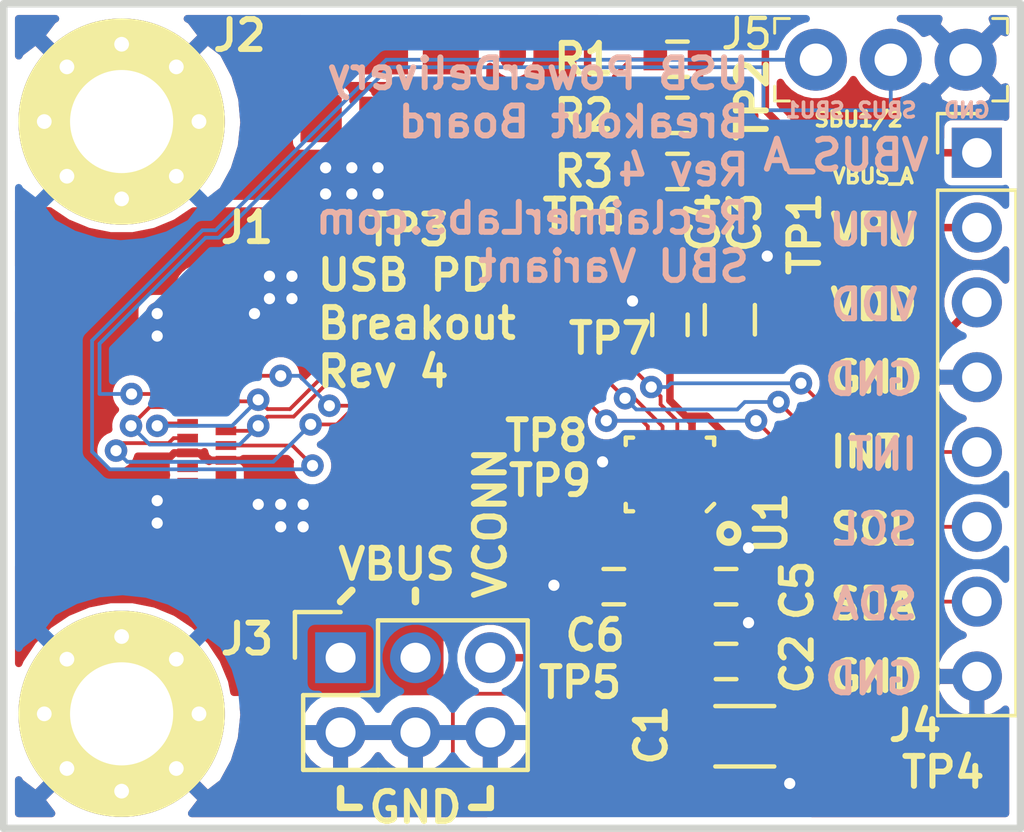
<source format=kicad_pcb>
(kicad_pcb (version 20171130) (host pcbnew 5.1.10)

  (general
    (thickness 1.6)
    (drawings 37)
    (tracks 343)
    (zones 0)
    (modules 26)
    (nets 27)
  )

  (page A4)
  (layers
    (0 F.Cu signal hide)
    (31 B.Cu signal)
    (32 B.Adhes user hide)
    (33 F.Adhes user hide)
    (34 B.Paste user)
    (35 F.Paste user hide)
    (36 B.SilkS user)
    (37 F.SilkS user hide)
    (38 B.Mask user hide)
    (39 F.Mask user hide)
    (40 Dwgs.User user hide)
    (41 Cmts.User user hide)
    (42 Eco1.User user hide)
    (43 Eco2.User user hide)
    (44 Edge.Cuts user)
    (45 Margin user hide)
    (46 B.CrtYd user hide)
    (47 F.CrtYd user)
    (48 B.Fab user hide)
    (49 F.Fab user)
  )

  (setup
    (last_trace_width 0.127)
    (user_trace_width 0.127)
    (user_trace_width 0.254)
    (user_trace_width 0.635)
    (trace_clearance 0.126746)
    (zone_clearance 0.254)
    (zone_45_only no)
    (trace_min 0.12446)
    (via_size 0.762)
    (via_drill 0.381)
    (via_min_size 0.762)
    (via_min_drill 0.3302)
    (uvia_size 0.3)
    (uvia_drill 0.1)
    (uvias_allowed no)
    (uvia_min_size 0.2)
    (uvia_min_drill 0.1)
    (edge_width 0.254)
    (segment_width 0.254)
    (pcb_text_width 0.2032)
    (pcb_text_size 1.016 1.016)
    (mod_edge_width 0.254)
    (mod_text_size 1.016 1.016)
    (mod_text_width 0.2032)
    (pad_size 0.9 1.6)
    (pad_drill 0)
    (pad_to_mask_clearance 0.2)
    (aux_axis_origin 101.6 101.6)
    (visible_elements 7FFCFFFF)
    (pcbplotparams
      (layerselection 0x00100_7ffffffe)
      (usegerberextensions true)
      (usegerberattributes false)
      (usegerberadvancedattributes false)
      (creategerberjobfile false)
      (excludeedgelayer true)
      (linewidth 0.254000)
      (plotframeref false)
      (viasonmask false)
      (mode 1)
      (useauxorigin false)
      (hpglpennumber 1)
      (hpglpenspeed 20)
      (hpglpendiameter 15.000000)
      (psnegative false)
      (psa4output false)
      (plotreference true)
      (plotvalue false)
      (plotinvisibletext false)
      (padsonsilk false)
      (subtractmaskfromsilk true)
      (outputformat 4)
      (mirror false)
      (drillshape 0)
      (scaleselection 1)
      (outputdirectory "gerber/"))
  )

  (net 0 "")
  (net 1 GND)
  (net 2 "Net-(J1-PadA2)")
  (net 3 "Net-(J1-PadA3)")
  (net 4 "Net-(J1-PadA8)")
  (net 5 "Net-(J1-PadA10)")
  (net 6 "Net-(J1-PadA11)")
  (net 7 "Net-(J1-PadB2)")
  (net 8 "Net-(J1-PadB3)")
  (net 9 "Net-(J1-PadB8)")
  (net 10 "Net-(J1-PadB10)")
  (net 11 "Net-(J1-PadB11)")
  (net 12 /SDA)
  (net 13 /SCL)
  (net 14 /~INT)
  (net 15 VCONN)
  (net 16 VDD)
  (net 17 /USBC_CC2)
  (net 18 /USBC_CC1)
  (net 19 VBUS_C)
  (net 20 "Net-(J1-PadSHLD)")
  (net 21 VBUS_A)
  (net 22 "Net-(J2-Pad4)")
  (net 23 "Net-(J2-Pad6)")
  (net 24 V_PULLUP)
  (net 25 /USB20_D+)
  (net 26 /USB20_D-)

  (net_class Default "This is the default net class."
    (clearance 0.126746)
    (trace_width 0.127)
    (via_dia 0.762)
    (via_drill 0.381)
    (uvia_dia 0.3)
    (uvia_drill 0.1)
    (add_net /SCL)
    (add_net /SDA)
    (add_net /USB20_D+)
    (add_net /USB20_D-)
    (add_net /USBC_CC1)
    (add_net /USBC_CC2)
    (add_net /~INT)
    (add_net GND)
    (add_net "Net-(J1-PadA10)")
    (add_net "Net-(J1-PadA11)")
    (add_net "Net-(J1-PadA2)")
    (add_net "Net-(J1-PadA3)")
    (add_net "Net-(J1-PadA8)")
    (add_net "Net-(J1-PadB10)")
    (add_net "Net-(J1-PadB11)")
    (add_net "Net-(J1-PadB2)")
    (add_net "Net-(J1-PadB3)")
    (add_net "Net-(J1-PadB8)")
    (add_net "Net-(J1-PadSHLD)")
    (add_net "Net-(J2-Pad4)")
    (add_net "Net-(J2-Pad6)")
    (add_net VBUS_A)
    (add_net VBUS_C)
    (add_net VCONN)
    (add_net VDD)
    (add_net V_PULLUP)
  )

  (module Reclaimer_Labs:USB-C_Female_105450-0101 (layer F.Cu) (tedit 58CDA516) (tstamp 58750841)
    (at 105.725 87.6 270)
    (path /569DE3EA)
    (attr smd)
    (fp_text reference J1 (at -6.4 -4.13 180) (layer F.SilkS)
      (effects (font (size 1.016 1.016) (thickness 0.2032)))
    )
    (fp_text value USB-C_Female (at 0 -6 270) (layer F.Fab)
      (effects (font (size 1.016 1.016) (thickness 0.254)))
    )
    (fp_line (start 4.47 4.125) (end -4.47 4.125) (layer F.Fab) (width 0.254))
    (fp_line (start 4.02 3.105) (end 4.02 1.605) (layer Eco1.User) (width 0.254))
    (fp_line (start 4.62 1.605) (end 4.62 3.105) (layer Eco1.User) (width 0.254))
    (fp_line (start -4.02 3.105) (end -4.02 1.605) (layer Eco1.User) (width 0.254))
    (fp_line (start -4.62 1.605) (end -4.62 3.105) (layer Eco1.User) (width 0.254))
    (fp_line (start 4.02 -2.505) (end 4.02 -3.505) (layer Eco1.User) (width 0.254))
    (fp_line (start 4.62 -3.505) (end 4.62 -2.505) (layer Eco1.User) (width 0.254))
    (fp_line (start -4.02 -2.505) (end -4.02 -3.505) (layer Eco1.User) (width 0.254))
    (fp_line (start -4.62 -3.505) (end -4.62 -2.505) (layer Eco1.User) (width 0.254))
    (fp_line (start 4.47 -3.765) (end 4.47 4.305) (layer F.Fab) (width 0.254))
    (fp_line (start -4.47 -3.765) (end 4.47 -3.765) (layer F.Fab) (width 0.254))
    (fp_line (start -4.47 4.305) (end -4.47 -3.765) (layer F.Fab) (width 0.254))
    (fp_line (start 4.47 4.305) (end -4.47 4.305) (layer F.Fab) (width 0.254))
    (fp_line (start 5.25 -4.375) (end 5.25 4.375) (layer F.CrtYd) (width 0.254))
    (fp_line (start -5.25 -4.375) (end 5.25 -4.375) (layer F.CrtYd) (width 0.254))
    (fp_line (start -5.25 4.375) (end -5.25 -4.375) (layer F.CrtYd) (width 0.254))
    (fp_line (start 5.25 4.375) (end -5.25 4.375) (layer F.CrtYd) (width 0.254))
    (fp_arc (start -4.32 -3.505) (end -4.62 -3.505) (angle 180) (layer Eco1.User) (width 0.254))
    (fp_arc (start -4.32 -2.505) (end -4.02 -2.505) (angle 180) (layer Eco1.User) (width 0.254))
    (fp_arc (start 4.32 -3.505) (end 4.02 -3.505) (angle 180) (layer Eco1.User) (width 0.254))
    (fp_arc (start 4.32 -2.505) (end 4.62 -2.505) (angle 180) (layer Eco1.User) (width 0.254))
    (fp_arc (start -4.32 1.605) (end -4.62 1.605) (angle 180) (layer Eco1.User) (width 0.254))
    (fp_arc (start -4.32 3.105) (end -4.02 3.105) (angle 180) (layer Eco1.User) (width 0.254))
    (fp_arc (start 4.32 1.605) (end 4.02 1.605) (angle 180) (layer Eco1.User) (width 0.254))
    (fp_arc (start 4.32 3.105) (end 4.62 3.105) (angle 180) (layer Eco1.User) (width 0.254))
    (pad SHLD smd oval (at 4.32 2.355 270) (size 1.1 2.6) (layers *.Mask F.Cu)
      (net 20 "Net-(J1-PadSHLD)"))
    (pad SHLD smd oval (at -4.32 2.355 270) (size 1.1 2.6) (layers *.Mask F.Cu)
      (net 20 "Net-(J1-PadSHLD)"))
    (pad SHLD smd oval (at 4.32 -3.005 270) (size 1.1 2.1) (layers *.Mask F.Cu)
      (net 20 "Net-(J1-PadSHLD)"))
    (pad SHLD smd oval (at -4.32 -3.005 270) (size 1.1 2.1) (layers *.Mask F.Cu)
      (net 20 "Net-(J1-PadSHLD)"))
    (pad B12 smd rect (at -3.1 -2.115 270) (size 1 0.7) (layers F.Cu F.Paste F.Mask)
      (net 1 GND))
    (pad B11 smd rect (at -2.25 -2.115 270) (size 0.3 0.7) (layers F.Cu F.Paste F.Mask)
      (net 11 "Net-(J1-PadB11)"))
    (pad B10 smd rect (at -1.75 -2.115 270) (size 0.3 0.7) (layers F.Cu F.Paste F.Mask)
      (net 10 "Net-(J1-PadB10)"))
    (pad B9 smd rect (at -1.25 -2.115 270) (size 0.3 0.7) (layers F.Cu F.Paste F.Mask)
      (net 19 VBUS_C))
    (pad B8 smd rect (at -0.75 -2.115 270) (size 0.3 0.7) (layers F.Cu F.Paste F.Mask)
      (net 9 "Net-(J1-PadB8)"))
    (pad B7 smd rect (at -0.25 -2.115 270) (size 0.3 0.7) (layers F.Cu F.Paste F.Mask)
      (net 26 /USB20_D-))
    (pad B6 smd rect (at 0.25 -2.115 270) (size 0.3 0.7) (layers F.Cu F.Paste F.Mask)
      (net 25 /USB20_D+))
    (pad B5 smd rect (at 0.75 -2.115 270) (size 0.3 0.7) (layers F.Cu F.Paste F.Mask)
      (net 17 /USBC_CC2))
    (pad B4 smd rect (at 1.25 -2.115 270) (size 0.3 0.7) (layers F.Cu F.Paste F.Mask)
      (net 19 VBUS_C))
    (pad B3 smd rect (at 1.75 -2.115 270) (size 0.3 0.7) (layers F.Cu F.Paste F.Mask)
      (net 8 "Net-(J1-PadB3)"))
    (pad B2 smd rect (at 2.25 -2.115 270) (size 0.3 0.7) (layers F.Cu F.Paste F.Mask)
      (net 7 "Net-(J1-PadB2)"))
    (pad B1 smd rect (at 3.1 -2.115 270) (size 1 0.7) (layers F.Cu F.Paste F.Mask)
      (net 1 GND))
    (pad A12 smd rect (at 3 -3.415 270) (size 0.3 0.7) (layers F.Cu F.Paste F.Mask)
      (net 1 GND))
    (pad A11 smd rect (at 2.5 -3.415 270) (size 0.3 0.7) (layers F.Cu F.Paste F.Mask)
      (net 6 "Net-(J1-PadA11)"))
    (pad A10 smd rect (at 2 -3.415 270) (size 0.3 0.7) (layers F.Cu F.Paste F.Mask)
      (net 5 "Net-(J1-PadA10)"))
    (pad A9 smd rect (at 1.5 -3.415 270) (size 0.3 0.7) (layers F.Cu F.Paste F.Mask)
      (net 19 VBUS_C))
    (pad A8 smd rect (at 1 -3.415 270) (size 0.3 0.7) (layers F.Cu F.Paste F.Mask)
      (net 4 "Net-(J1-PadA8)"))
    (pad A7 smd rect (at 0.5 -3.415 270) (size 0.3 0.7) (layers F.Cu F.Paste F.Mask)
      (net 26 /USB20_D-))
    (pad A6 smd rect (at -0.5 -3.415 270) (size 0.3 0.7) (layers F.Cu F.Paste F.Mask)
      (net 25 /USB20_D+))
    (pad A5 smd rect (at -1 -3.415 270) (size 0.3 0.7) (layers F.Cu F.Paste F.Mask)
      (net 18 /USBC_CC1))
    (pad A4 smd rect (at -1.5 -3.415 270) (size 0.3 0.7) (layers F.Cu F.Paste F.Mask)
      (net 19 VBUS_C))
    (pad A3 smd rect (at -2 -3.415 270) (size 0.3 0.7) (layers F.Cu F.Paste F.Mask)
      (net 3 "Net-(J1-PadA3)"))
    (pad A2 smd rect (at -2.5 -3.415 270) (size 0.3 0.7) (layers F.Cu F.Paste F.Mask)
      (net 2 "Net-(J1-PadA2)"))
    (pad A1 smd rect (at -3 -3.415 270) (size 0.3 0.7) (layers F.Cu F.Paste F.Mask)
      (net 1 GND))
  )

  (module Reclaimer_Labs:USB_Micro-B_10118193 (layer F.Cu) (tedit 5874A46A) (tstamp 58750860)
    (at 115.57 76 180)
    (descr "Micro USB Type B Receptacle")
    (tags "USB USB_B USB_micro USB_OTG")
    (path /587529EB)
    (attr smd)
    (fp_text reference J2 (at 5.969 1.324 180) (layer F.SilkS)
      (effects (font (size 1.016 1.016) (thickness 0.2032)))
    )
    (fp_text value USB_OTG (at 0 4.8 180) (layer F.Fab)
      (effects (font (size 1 1) (thickness 0.15)))
    )
    (fp_line (start 3.55 0.6) (end 3.55 1.3) (layer Eco1.User) (width 0.254))
    (fp_line (start 3.05 1.3) (end 3.05 0.6) (layer Eco1.User) (width 0.254))
    (fp_line (start -3.55 0.6) (end -3.55 1.3) (layer Eco1.User) (width 0.254))
    (fp_line (start -3.05 1.3) (end -3.05 0.6) (layer Eco1.User) (width 0.254))
    (fp_line (start -3.9 -2.65) (end -3.9 2.4) (layer F.Fab) (width 0.254))
    (fp_line (start 3.9 2.4) (end 3.9 -2.65) (layer F.Fab) (width 0.254))
    (fp_line (start -3.9 -2.65) (end 3.9 -2.65) (layer F.Fab) (width 0.254))
    (fp_line (start -3.9 2.4) (end 3.9 2.4) (layer F.Fab) (width 0.254))
    (fp_line (start -4.5 2.85) (end 4.5 2.85) (layer F.CrtYd) (width 0.254))
    (fp_line (start -4.5 -2.85) (end -4.5 2.85) (layer F.CrtYd) (width 0.254))
    (fp_line (start 4.5 -2.85) (end -4.5 -2.85) (layer F.CrtYd) (width 0.254))
    (fp_line (start 4.5 2.85) (end 4.5 -2.85) (layer F.CrtYd) (width 0.254))
    (fp_arc (start -3.3 0.6) (end -3.55 0.6) (angle 180) (layer Eco1.User) (width 0.254))
    (fp_arc (start -3.3 1.3) (end -3.05 1.3) (angle 180) (layer Eco1.User) (width 0.254))
    (fp_arc (start 3.3 0.6) (end 3.05 0.6) (angle 180) (layer Eco1.User) (width 0.254))
    (fp_arc (start 3.3 1.3) (end 3.55 1.3) (angle 180) (layer Eco1.User) (width 0.254))
    (pad 10 smd oval (at 3.3 0.95 180) (size 0.9 1.6) (layers F.Cu F.Paste F.Mask))
    (pad 9 smd oval (at -3.3 0.95 180) (size 0.9 1.6) (layers F.Cu F.Paste F.Mask))
    (pad 8 smd rect (at 3.2 -1.5 270) (size 1.6 1.4) (layers F.Cu F.Paste F.Mask))
    (pad 7 smd rect (at -3.2 -1.5 270) (size 1.6 1.4) (layers F.Cu F.Paste F.Mask))
    (pad 6 smd rect (at 1.2 0.95 270) (size 1.9 1.9) (layers F.Cu F.Paste F.Mask)
      (net 23 "Net-(J2-Pad6)"))
    (pad 6 smd rect (at -1.2 0.95 270) (size 1.9 1.9) (layers F.Cu F.Paste F.Mask)
      (net 23 "Net-(J2-Pad6)"))
    (pad 5 smd rect (at 1.3 -1.725 270) (size 1.35 0.4) (layers F.Cu F.Paste F.Mask)
      (net 1 GND))
    (pad 4 smd rect (at 0.65 -1.725 270) (size 1.35 0.4) (layers F.Cu F.Paste F.Mask)
      (net 22 "Net-(J2-Pad4)"))
    (pad 3 smd rect (at 0 -1.725 270) (size 1.35 0.4) (layers F.Cu F.Paste F.Mask)
      (net 25 /USB20_D+))
    (pad 2 smd rect (at -0.65 -1.725 270) (size 1.35 0.4) (layers F.Cu F.Paste F.Mask)
      (net 26 /USB20_D-))
    (pad 1 smd rect (at -1.3 -1.725 270) (size 1.35 0.4) (layers F.Cu F.Paste F.Mask)
      (net 21 VBUS_A))
  )

  (module Socket_Strips:Socket_Strip_Straight_2x03 (layer F.Cu) (tedit 54E9F9C7) (tstamp 5875112D)
    (at 113.03 95.805)
    (descr "Through hole socket strip")
    (tags "socket strip")
    (path /587535DA)
    (fp_text reference J3 (at -3.175 -0.635 180) (layer F.SilkS)
      (effects (font (size 1.016 1.016) (thickness 0.2032)))
    )
    (fp_text value CONN_02X03 (at 0 -3.1 180) (layer F.Fab)
      (effects (font (size 1 1) (thickness 0.15)))
    )
    (fp_line (start 1.27 3.81) (end -1.27 3.81) (layer F.SilkS) (width 0.15))
    (fp_line (start -1.27 3.81) (end -1.27 1.27) (layer F.SilkS) (width 0.15))
    (fp_line (start -1.55 -1.55) (end -1.55 0) (layer F.SilkS) (width 0.15))
    (fp_line (start 6.35 3.81) (end 1.27 3.81) (layer F.SilkS) (width 0.15))
    (fp_line (start 6.35 -1.27) (end 6.35 3.81) (layer F.SilkS) (width 0.15))
    (fp_line (start 1.27 1.27) (end 1.27 -1.27) (layer F.SilkS) (width 0.15))
    (fp_line (start -1.27 1.27) (end 1.27 1.27) (layer F.SilkS) (width 0.15))
    (fp_line (start -1.75 4.3) (end 6.85 4.3) (layer F.CrtYd) (width 0.05))
    (fp_line (start -1.75 -1.75) (end 6.85 -1.75) (layer F.CrtYd) (width 0.05))
    (fp_line (start 6.85 -1.75) (end 6.85 4.3) (layer F.CrtYd) (width 0.05))
    (fp_line (start -1.75 -1.75) (end -1.75 4.3) (layer F.CrtYd) (width 0.05))
    (fp_line (start -1.55 -1.55) (end 0 -1.55) (layer F.SilkS) (width 0.15))
    (fp_line (start 6.35 -1.27) (end 1.27 -1.27) (layer F.SilkS) (width 0.15))
    (pad 1 thru_hole rect (at 0 0) (size 1.7272 1.7272) (drill 1.016) (layers *.Cu *.Mask)
      (net 19 VBUS_C))
    (pad 2 thru_hole oval (at 0 2.54) (size 1.7272 1.7272) (drill 1.016) (layers *.Cu *.Mask)
      (net 1 GND))
    (pad 3 thru_hole oval (at 2.54 0) (size 1.7272 1.7272) (drill 1.016) (layers *.Cu *.Mask)
      (net 19 VBUS_C))
    (pad 4 thru_hole oval (at 2.54 2.54) (size 1.7272 1.7272) (drill 1.016) (layers *.Cu *.Mask)
      (net 1 GND))
    (pad 5 thru_hole oval (at 5.08 0) (size 1.7272 1.7272) (drill 1.016) (layers *.Cu *.Mask)
      (net 15 VCONN))
    (pad 6 thru_hole oval (at 5.08 2.54) (size 1.7272 1.7272) (drill 1.016) (layers *.Cu *.Mask)
      (net 1 GND))
    (model Socket_Strips.3dshapes/Socket_Strip_Straight_2x03.wrl
      (offset (xyz 2.539999961853027 -1.269999980926514 0))
      (scale (xyz 1 1 1))
      (rotate (xyz 0 0 180))
    )
  )

  (module Capacitors_SMD:C_1206 (layer F.Cu) (tedit 5415D7BD) (tstamp 587507EA)
    (at 126.746 98.472)
    (descr "Capacitor SMD 1206, reflow soldering, AVX (see smccp.pdf)")
    (tags "capacitor 1206")
    (path /569DEEF3)
    (attr smd)
    (fp_text reference C1 (at -3.175 -0.047 90) (layer F.SilkS)
      (effects (font (size 1.016 1.016) (thickness 0.2032)))
    )
    (fp_text value 10uF (at 0 2.3 180) (layer F.Fab)
      (effects (font (size 1 1) (thickness 0.15)))
    )
    (fp_line (start -1 1.025) (end 1 1.025) (layer F.SilkS) (width 0.15))
    (fp_line (start 1 -1.025) (end -1 -1.025) (layer F.SilkS) (width 0.15))
    (fp_line (start 2.3 -1.15) (end 2.3 1.15) (layer F.CrtYd) (width 0.05))
    (fp_line (start -2.3 -1.15) (end -2.3 1.15) (layer F.CrtYd) (width 0.05))
    (fp_line (start -2.3 1.15) (end 2.3 1.15) (layer F.CrtYd) (width 0.05))
    (fp_line (start -2.3 -1.15) (end 2.3 -1.15) (layer F.CrtYd) (width 0.05))
    (fp_line (start -1.6 -0.8) (end 1.6 -0.8) (layer F.Fab) (width 0.15))
    (fp_line (start 1.6 -0.8) (end 1.6 0.8) (layer F.Fab) (width 0.15))
    (fp_line (start 1.6 0.8) (end -1.6 0.8) (layer F.Fab) (width 0.15))
    (fp_line (start -1.6 0.8) (end -1.6 -0.8) (layer F.Fab) (width 0.15))
    (pad 1 smd rect (at -1.5 0) (size 1 1.6) (layers F.Cu F.Paste F.Mask)
      (net 15 VCONN))
    (pad 2 smd rect (at 1.5 0) (size 1 1.6) (layers F.Cu F.Paste F.Mask)
      (net 1 GND))
    (model Capacitors_SMD.3dshapes/C_1206.wrl
      (at (xyz 0 0 0))
      (scale (xyz 1 1 1))
      (rotate (xyz 0 0 0))
    )
  )

  (module Capacitors_SMD:C_0603 (layer F.Cu) (tedit 5415D631) (tstamp 587507F0)
    (at 126.111 95.932)
    (descr "Capacitor SMD 0603, reflow soldering, AVX (see smccp.pdf)")
    (tags "capacitor 0603")
    (path /569DEEC4)
    (attr smd)
    (fp_text reference C2 (at 2.413 0.08 90) (layer F.SilkS)
      (effects (font (size 1.016 1.016) (thickness 0.2032)))
    )
    (fp_text value 0.1uF (at 0 1.9 180) (layer F.Fab)
      (effects (font (size 1 1) (thickness 0.15)))
    )
    (fp_line (start 0.35 0.6) (end -0.35 0.6) (layer F.SilkS) (width 0.15))
    (fp_line (start -0.35 -0.6) (end 0.35 -0.6) (layer F.SilkS) (width 0.15))
    (fp_line (start 1.45 -0.75) (end 1.45 0.75) (layer F.CrtYd) (width 0.05))
    (fp_line (start -1.45 -0.75) (end -1.45 0.75) (layer F.CrtYd) (width 0.05))
    (fp_line (start -1.45 0.75) (end 1.45 0.75) (layer F.CrtYd) (width 0.05))
    (fp_line (start -1.45 -0.75) (end 1.45 -0.75) (layer F.CrtYd) (width 0.05))
    (fp_line (start -0.8 -0.4) (end 0.8 -0.4) (layer F.Fab) (width 0.15))
    (fp_line (start 0.8 -0.4) (end 0.8 0.4) (layer F.Fab) (width 0.15))
    (fp_line (start 0.8 0.4) (end -0.8 0.4) (layer F.Fab) (width 0.15))
    (fp_line (start -0.8 0.4) (end -0.8 -0.4) (layer F.Fab) (width 0.15))
    (pad 1 smd rect (at -0.75 0) (size 0.8 0.75) (layers F.Cu F.Paste F.Mask)
      (net 15 VCONN))
    (pad 2 smd rect (at 0.75 0) (size 0.8 0.75) (layers F.Cu F.Paste F.Mask)
      (net 1 GND))
    (model Capacitors_SMD.3dshapes/C_0603.wrl
      (at (xyz 0 0 0))
      (scale (xyz 1 1 1))
      (rotate (xyz 0 0 0))
    )
  )

  (module Capacitors_SMD:C_0805 (layer F.Cu) (tedit 5415D6EA) (tstamp 587507F6)
    (at 126.238 84.328 90)
    (descr "Capacitor SMD 0805, reflow soldering, AVX (see smccp.pdf)")
    (tags "capacitor 0805")
    (path /569DEE97)
    (attr smd)
    (fp_text reference C3 (at 3.302 0.508 90) (layer F.SilkS)
      (effects (font (size 1.016 1.016) (thickness 0.2032)))
    )
    (fp_text value 1uF (at 0 2.1 90) (layer F.Fab)
      (effects (font (size 1 1) (thickness 0.15)))
    )
    (fp_line (start -0.5 0.85) (end 0.5 0.85) (layer F.SilkS) (width 0.15))
    (fp_line (start 0.5 -0.85) (end -0.5 -0.85) (layer F.SilkS) (width 0.15))
    (fp_line (start 1.8 -1) (end 1.8 1) (layer F.CrtYd) (width 0.05))
    (fp_line (start -1.8 -1) (end -1.8 1) (layer F.CrtYd) (width 0.05))
    (fp_line (start -1.8 1) (end 1.8 1) (layer F.CrtYd) (width 0.05))
    (fp_line (start -1.8 -1) (end 1.8 -1) (layer F.CrtYd) (width 0.05))
    (fp_line (start -1 -0.625) (end 1 -0.625) (layer F.Fab) (width 0.15))
    (fp_line (start 1 -0.625) (end 1 0.625) (layer F.Fab) (width 0.15))
    (fp_line (start 1 0.625) (end -1 0.625) (layer F.Fab) (width 0.15))
    (fp_line (start -1 0.625) (end -1 -0.625) (layer F.Fab) (width 0.15))
    (pad 1 smd rect (at -1 0 90) (size 1 1.25) (layers F.Cu F.Paste F.Mask)
      (net 16 VDD))
    (pad 2 smd rect (at 1 0 90) (size 1 1.25) (layers F.Cu F.Paste F.Mask)
      (net 1 GND))
    (model Capacitors_SMD.3dshapes/C_0805.wrl
      (at (xyz 0 0 0))
      (scale (xyz 1 1 1))
      (rotate (xyz 0 0 0))
    )
  )

  (module Capacitors_SMD:C_0603 (layer F.Cu) (tedit 5415D631) (tstamp 587507FC)
    (at 124.206 84.502 90)
    (descr "Capacitor SMD 0603, reflow soldering, AVX (see smccp.pdf)")
    (tags "capacitor 0603")
    (path /569E585B)
    (attr smd)
    (fp_text reference C4 (at 3.476 1.143 90) (layer F.SilkS)
      (effects (font (size 1.016 1.016) (thickness 0.2032)))
    )
    (fp_text value 0.1uF (at 0 1.9 90) (layer F.Fab)
      (effects (font (size 1 1) (thickness 0.15)))
    )
    (fp_line (start 0.35 0.6) (end -0.35 0.6) (layer F.SilkS) (width 0.15))
    (fp_line (start -0.35 -0.6) (end 0.35 -0.6) (layer F.SilkS) (width 0.15))
    (fp_line (start 1.45 -0.75) (end 1.45 0.75) (layer F.CrtYd) (width 0.05))
    (fp_line (start -1.45 -0.75) (end -1.45 0.75) (layer F.CrtYd) (width 0.05))
    (fp_line (start -1.45 0.75) (end 1.45 0.75) (layer F.CrtYd) (width 0.05))
    (fp_line (start -1.45 -0.75) (end 1.45 -0.75) (layer F.CrtYd) (width 0.05))
    (fp_line (start -0.8 -0.4) (end 0.8 -0.4) (layer F.Fab) (width 0.15))
    (fp_line (start 0.8 -0.4) (end 0.8 0.4) (layer F.Fab) (width 0.15))
    (fp_line (start 0.8 0.4) (end -0.8 0.4) (layer F.Fab) (width 0.15))
    (fp_line (start -0.8 0.4) (end -0.8 -0.4) (layer F.Fab) (width 0.15))
    (pad 1 smd rect (at -0.75 0 90) (size 0.8 0.75) (layers F.Cu F.Paste F.Mask)
      (net 16 VDD))
    (pad 2 smd rect (at 0.75 0 90) (size 0.8 0.75) (layers F.Cu F.Paste F.Mask)
      (net 1 GND))
    (model Capacitors_SMD.3dshapes/C_0603.wrl
      (at (xyz 0 0 0))
      (scale (xyz 1 1 1))
      (rotate (xyz 0 0 0))
    )
  )

  (module Capacitors_SMD:C_0603 (layer F.Cu) (tedit 5415D631) (tstamp 58750802)
    (at 126.111 93.392)
    (descr "Capacitor SMD 0603, reflow soldering, AVX (see smccp.pdf)")
    (tags "capacitor 0603")
    (path /569DEE45)
    (attr smd)
    (fp_text reference C5 (at 2.413 0.127 90) (layer F.SilkS)
      (effects (font (size 1.016 1.016) (thickness 0.2032)))
    )
    (fp_text value 470pF (at 0 1.9 180) (layer F.Fab)
      (effects (font (size 1 1) (thickness 0.15)))
    )
    (fp_line (start 0.35 0.6) (end -0.35 0.6) (layer F.SilkS) (width 0.15))
    (fp_line (start -0.35 -0.6) (end 0.35 -0.6) (layer F.SilkS) (width 0.15))
    (fp_line (start 1.45 -0.75) (end 1.45 0.75) (layer F.CrtYd) (width 0.05))
    (fp_line (start -1.45 -0.75) (end -1.45 0.75) (layer F.CrtYd) (width 0.05))
    (fp_line (start -1.45 0.75) (end 1.45 0.75) (layer F.CrtYd) (width 0.05))
    (fp_line (start -1.45 -0.75) (end 1.45 -0.75) (layer F.CrtYd) (width 0.05))
    (fp_line (start -0.8 -0.4) (end 0.8 -0.4) (layer F.Fab) (width 0.15))
    (fp_line (start 0.8 -0.4) (end 0.8 0.4) (layer F.Fab) (width 0.15))
    (fp_line (start 0.8 0.4) (end -0.8 0.4) (layer F.Fab) (width 0.15))
    (fp_line (start -0.8 0.4) (end -0.8 -0.4) (layer F.Fab) (width 0.15))
    (pad 1 smd rect (at -0.75 0) (size 0.8 0.75) (layers F.Cu F.Paste F.Mask)
      (net 17 /USBC_CC2))
    (pad 2 smd rect (at 0.75 0) (size 0.8 0.75) (layers F.Cu F.Paste F.Mask)
      (net 1 GND))
    (model Capacitors_SMD.3dshapes/C_0603.wrl
      (at (xyz 0 0 0))
      (scale (xyz 1 1 1))
      (rotate (xyz 0 0 0))
    )
  )

  (module Capacitors_SMD:C_0603 (layer F.Cu) (tedit 5875FC0C) (tstamp 5CF0DD62)
    (at 122.301 93.392 180)
    (descr "Capacitor SMD 0603, reflow soldering, AVX (see smccp.pdf)")
    (tags "capacitor 0603")
    (path /569E6069)
    (attr smd)
    (fp_text reference C6 (at 0.635 -1.651) (layer F.SilkS)
      (effects (font (size 1.016 1.016) (thickness 0.2032)))
    )
    (fp_text value 470pF (at 0 1.9) (layer F.Fab)
      (effects (font (size 1 1) (thickness 0.15)))
    )
    (fp_line (start 0.35 0.6) (end -0.35 0.6) (layer F.SilkS) (width 0.15))
    (fp_line (start -0.35 -0.6) (end 0.35 -0.6) (layer F.SilkS) (width 0.15))
    (fp_line (start 1.45 -0.75) (end 1.45 0.75) (layer F.CrtYd) (width 0.05))
    (fp_line (start -1.45 -0.75) (end -1.45 0.75) (layer F.CrtYd) (width 0.05))
    (fp_line (start -1.45 0.75) (end 1.45 0.75) (layer F.CrtYd) (width 0.05))
    (fp_line (start -1.45 -0.75) (end 1.45 -0.75) (layer F.CrtYd) (width 0.05))
    (fp_line (start -0.8 -0.4) (end 0.8 -0.4) (layer F.Fab) (width 0.15))
    (fp_line (start 0.8 -0.4) (end 0.8 0.4) (layer F.Fab) (width 0.15))
    (fp_line (start 0.8 0.4) (end -0.8 0.4) (layer F.Fab) (width 0.15))
    (fp_line (start -0.8 0.4) (end -0.8 -0.4) (layer F.Fab) (width 0.15))
    (pad 1 smd rect (at -0.75 0 180) (size 0.8 0.75) (layers F.Cu F.Paste F.Mask)
      (net 18 /USBC_CC1))
    (pad 2 smd rect (at 0.75 0 180) (size 0.8 0.75) (layers F.Cu F.Paste F.Mask)
      (net 1 GND))
    (model Capacitors_SMD.3dshapes/C_0603.wrl
      (at (xyz 0 0 0))
      (scale (xyz 1 1 1))
      (rotate (xyz 0 0 0))
    )
  )

  (module Capacitors_SMD:C_0603 (layer F.Cu) (tedit 5415D631) (tstamp 58750884)
    (at 124.46 75.485 180)
    (descr "Capacitor SMD 0603, reflow soldering, AVX (see smccp.pdf)")
    (tags "capacitor 0603")
    (path /569DEACE)
    (attr smd)
    (fp_text reference R1 (at 3.175 0 180) (layer F.SilkS)
      (effects (font (size 1.016 1.016) (thickness 0.2032)))
    )
    (fp_text value 4.7k (at 0 1.9 180) (layer F.Fab)
      (effects (font (size 1 1) (thickness 0.15)))
    )
    (fp_line (start 0.35 0.6) (end -0.35 0.6) (layer F.SilkS) (width 0.15))
    (fp_line (start -0.35 -0.6) (end 0.35 -0.6) (layer F.SilkS) (width 0.15))
    (fp_line (start 1.45 -0.75) (end 1.45 0.75) (layer F.CrtYd) (width 0.05))
    (fp_line (start -1.45 -0.75) (end -1.45 0.75) (layer F.CrtYd) (width 0.05))
    (fp_line (start -1.45 0.75) (end 1.45 0.75) (layer F.CrtYd) (width 0.05))
    (fp_line (start -1.45 -0.75) (end 1.45 -0.75) (layer F.CrtYd) (width 0.05))
    (fp_line (start -0.8 -0.4) (end 0.8 -0.4) (layer F.Fab) (width 0.15))
    (fp_line (start 0.8 -0.4) (end 0.8 0.4) (layer F.Fab) (width 0.15))
    (fp_line (start 0.8 0.4) (end -0.8 0.4) (layer F.Fab) (width 0.15))
    (fp_line (start -0.8 0.4) (end -0.8 -0.4) (layer F.Fab) (width 0.15))
    (pad 1 smd rect (at -0.75 0 180) (size 0.8 0.75) (layers F.Cu F.Paste F.Mask)
      (net 24 V_PULLUP))
    (pad 2 smd rect (at 0.75 0 180) (size 0.8 0.75) (layers F.Cu F.Paste F.Mask)
      (net 12 /SDA))
    (model Capacitors_SMD.3dshapes/C_0603.wrl
      (at (xyz 0 0 0))
      (scale (xyz 1 1 1))
      (rotate (xyz 0 0 0))
    )
  )

  (module Capacitors_SMD:C_0603 (layer F.Cu) (tedit 5415D631) (tstamp 5875088A)
    (at 124.46 77.39 180)
    (descr "Capacitor SMD 0603, reflow soldering, AVX (see smccp.pdf)")
    (tags "capacitor 0603")
    (path /569E63F6)
    (attr smd)
    (fp_text reference R2 (at 3.175 0 180) (layer F.SilkS)
      (effects (font (size 1.016 1.016) (thickness 0.2032)))
    )
    (fp_text value 4.7k (at 0 1.9 180) (layer F.Fab)
      (effects (font (size 1 1) (thickness 0.15)))
    )
    (fp_line (start 0.35 0.6) (end -0.35 0.6) (layer F.SilkS) (width 0.15))
    (fp_line (start -0.35 -0.6) (end 0.35 -0.6) (layer F.SilkS) (width 0.15))
    (fp_line (start 1.45 -0.75) (end 1.45 0.75) (layer F.CrtYd) (width 0.05))
    (fp_line (start -1.45 -0.75) (end -1.45 0.75) (layer F.CrtYd) (width 0.05))
    (fp_line (start -1.45 0.75) (end 1.45 0.75) (layer F.CrtYd) (width 0.05))
    (fp_line (start -1.45 -0.75) (end 1.45 -0.75) (layer F.CrtYd) (width 0.05))
    (fp_line (start -0.8 -0.4) (end 0.8 -0.4) (layer F.Fab) (width 0.15))
    (fp_line (start 0.8 -0.4) (end 0.8 0.4) (layer F.Fab) (width 0.15))
    (fp_line (start 0.8 0.4) (end -0.8 0.4) (layer F.Fab) (width 0.15))
    (fp_line (start -0.8 0.4) (end -0.8 -0.4) (layer F.Fab) (width 0.15))
    (pad 1 smd rect (at -0.75 0 180) (size 0.8 0.75) (layers F.Cu F.Paste F.Mask)
      (net 24 V_PULLUP))
    (pad 2 smd rect (at 0.75 0 180) (size 0.8 0.75) (layers F.Cu F.Paste F.Mask)
      (net 13 /SCL))
    (model Capacitors_SMD.3dshapes/C_0603.wrl
      (at (xyz 0 0 0))
      (scale (xyz 1 1 1))
      (rotate (xyz 0 0 0))
    )
  )

  (module Capacitors_SMD:C_0603 (layer F.Cu) (tedit 5415D631) (tstamp 58750890)
    (at 124.46 79.295 180)
    (descr "Capacitor SMD 0603, reflow soldering, AVX (see smccp.pdf)")
    (tags "capacitor 0603")
    (path /569E6456)
    (attr smd)
    (fp_text reference R3 (at 3.175 0 180) (layer F.SilkS)
      (effects (font (size 1.016 1.016) (thickness 0.2032)))
    )
    (fp_text value 4.7k (at 0 1.9 180) (layer F.Fab)
      (effects (font (size 1 1) (thickness 0.15)))
    )
    (fp_line (start 0.35 0.6) (end -0.35 0.6) (layer F.SilkS) (width 0.15))
    (fp_line (start -0.35 -0.6) (end 0.35 -0.6) (layer F.SilkS) (width 0.15))
    (fp_line (start 1.45 -0.75) (end 1.45 0.75) (layer F.CrtYd) (width 0.05))
    (fp_line (start -1.45 -0.75) (end -1.45 0.75) (layer F.CrtYd) (width 0.05))
    (fp_line (start -1.45 0.75) (end 1.45 0.75) (layer F.CrtYd) (width 0.05))
    (fp_line (start -1.45 -0.75) (end 1.45 -0.75) (layer F.CrtYd) (width 0.05))
    (fp_line (start -0.8 -0.4) (end 0.8 -0.4) (layer F.Fab) (width 0.15))
    (fp_line (start 0.8 -0.4) (end 0.8 0.4) (layer F.Fab) (width 0.15))
    (fp_line (start 0.8 0.4) (end -0.8 0.4) (layer F.Fab) (width 0.15))
    (fp_line (start -0.8 0.4) (end -0.8 -0.4) (layer F.Fab) (width 0.15))
    (pad 1 smd rect (at -0.75 0 180) (size 0.8 0.75) (layers F.Cu F.Paste F.Mask)
      (net 24 V_PULLUP))
    (pad 2 smd rect (at 0.75 0 180) (size 0.8 0.75) (layers F.Cu F.Paste F.Mask)
      (net 14 /~INT))
    (model Capacitors_SMD.3dshapes/C_0603.wrl
      (at (xyz 0 0 0))
      (scale (xyz 1 1 1))
      (rotate (xyz 0 0 0))
    )
  )

  (module Reclaimer_Labs:MLP_14 (layer F.Cu) (tedit 5874A6D3) (tstamp 587508AE)
    (at 124.206 89.582 180)
    (path /569EFB49)
    (attr smd)
    (fp_text reference U1 (at -3.429 -1.651 270) (layer F.SilkS)
      (effects (font (size 1.016 1.016) (thickness 0.2032)))
    )
    (fp_text value FUSB302BMPX (at 0 2.705) (layer F.Fab)
      (effects (font (size 1.2 1.2) (thickness 0.15)))
    )
    (fp_line (start -2.54 2.54) (end -2.54 -2.54) (layer F.CrtYd) (width 0.15))
    (fp_line (start 2.54 2.54) (end -2.54 2.54) (layer F.CrtYd) (width 0.15))
    (fp_line (start 2.54 -2.54) (end 2.54 2.54) (layer F.CrtYd) (width 0.15))
    (fp_line (start -2.54 -2.54) (end 2.54 -2.54) (layer F.CrtYd) (width 0.15))
    (fp_line (start 1.5 1.25) (end 1.5 1) (layer F.SilkS) (width 0.15))
    (fp_line (start 1.25 1.25) (end 1.5 1.25) (layer F.SilkS) (width 0.15))
    (fp_line (start -1.5 1.25) (end -1.5 1) (layer F.SilkS) (width 0.15))
    (fp_line (start -1.25 1.25) (end -1.5 1.25) (layer F.SilkS) (width 0.15))
    (fp_line (start 1.5 -1.25) (end 1.5 -1) (layer F.SilkS) (width 0.15))
    (fp_line (start 1.25 -1.25) (end 1.5 -1.25) (layer F.SilkS) (width 0.15))
    (fp_line (start -1.5 -1) (end -1.25 -1.25) (layer F.SilkS) (width 0.15))
    (fp_circle (center -2 -2) (end -1.7 -2) (layer F.SilkS) (width 0.254))
    (pad 1 smd rect (at -1.215 -0.5 270) (size 0.3 0.58) (layers F.Cu F.Paste F.Mask)
      (net 17 /USBC_CC2))
    (pad 2 smd rect (at -1.215 0 270) (size 0.3 0.58) (layers F.Cu F.Paste F.Mask)
      (net 19 VBUS_C))
    (pad 3 smd rect (at -1.215 0.5 270) (size 0.3 0.58) (layers F.Cu F.Paste F.Mask)
      (net 16 VDD))
    (pad 5 smd rect (at -0.25 1.215 180) (size 0.3 0.58) (layers F.Cu F.Paste F.Mask)
      (net 14 /~INT))
    (pad 6 smd rect (at 0.25 1.215 180) (size 0.3 0.58) (layers F.Cu F.Paste F.Mask)
      (net 13 /SCL))
    (pad 7 smd rect (at 0.75 1.215 180) (size 0.3 0.58) (layers F.Cu F.Paste F.Mask)
      (net 12 /SDA))
    (pad 8 smd rect (at 1.215 0.5 270) (size 0.3 0.58) (layers F.Cu F.Paste F.Mask)
      (net 1 GND))
    (pad 9 smd rect (at 1.215 0 270) (size 0.3 0.58) (layers F.Cu F.Paste F.Mask)
      (net 1 GND))
    (pad 10 smd rect (at 1.215 -0.5 270) (size 0.3 0.58) (layers F.Cu F.Paste F.Mask)
      (net 18 /USBC_CC1))
    (pad 11 smd rect (at 0.75 -1.215 180) (size 0.3 0.58) (layers F.Cu F.Paste F.Mask)
      (net 18 /USBC_CC1))
    (pad 13 smd rect (at -0.25 -1.215 180) (size 0.3 0.58) (layers F.Cu F.Paste F.Mask)
      (net 15 VCONN))
    (pad 14 smd rect (at -0.75 -1.215 180) (size 0.3 0.58) (layers F.Cu F.Paste F.Mask)
      (net 17 /USBC_CC2))
    (pad 12 smd rect (at 0.25 -1.215 180) (size 0.3 0.58) (layers F.Cu F.Paste F.Mask)
      (net 15 VCONN))
    (pad 4 smd rect (at -0.75 1.215 180) (size 0.3 0.58) (layers F.Cu F.Paste F.Mask)
      (net 16 VDD))
    (pad 15 smd rect (at 0 0 270) (size 1.45 1.45) (layers F.Cu F.Paste F.Mask)
      (net 1 GND))
  )

  (module Reclaimer_Labs:MountingHole_3.5mm_Pad_Via (layer F.Cu) (tedit 57061268) (tstamp 587520AC)
    (at 105.6 97.71)
    (descr "Mounting Hole 3.5mm")
    (tags "mounting hole 3.5mm")
    (path /5875D825)
    (fp_text reference X1 (at 0 -4.5) (layer F.SilkS) hide
      (effects (font (size 1.016 1.016) (thickness 0.2032)))
    )
    (fp_text value MTHOLE (at 0 4.5) (layer F.Fab)
      (effects (font (size 1 1) (thickness 0.15)))
    )
    (fp_circle (center 0 0) (end 3.75 0) (layer F.CrtYd) (width 0.05))
    (fp_circle (center 0 0) (end 3.5 0) (layer Cmts.User) (width 0.15))
    (pad 1 thru_hole circle (at 0 0) (size 7 7) (drill 3.5) (layers *.Cu *.Mask F.SilkS)
      (net 1 GND))
    (pad 1 thru_hole circle (at 2.625 0) (size 0.6 0.6) (drill 0.5) (layers *.Cu *.Mask)
      (net 1 GND))
    (pad 1 thru_hole circle (at 1.856155 1.856155) (size 0.6 0.6) (drill 0.5) (layers *.Cu *.Mask)
      (net 1 GND))
    (pad 1 thru_hole circle (at 0 2.625) (size 0.6 0.6) (drill 0.5) (layers *.Cu *.Mask)
      (net 1 GND))
    (pad 1 thru_hole circle (at -1.856155 1.856155) (size 0.6 0.6) (drill 0.5) (layers *.Cu *.Mask)
      (net 1 GND))
    (pad 1 thru_hole circle (at -2.625 0) (size 0.6 0.6) (drill 0.5) (layers *.Cu *.Mask)
      (net 1 GND))
    (pad 1 thru_hole circle (at -1.856155 -1.856155) (size 0.6 0.6) (drill 0.5) (layers *.Cu *.Mask)
      (net 1 GND))
    (pad 1 thru_hole circle (at 0 -2.625) (size 0.6 0.6) (drill 0.5) (layers *.Cu *.Mask)
      (net 1 GND))
    (pad 1 thru_hole circle (at 1.856155 -1.856155) (size 0.6 0.6) (drill 0.5) (layers *.Cu *.Mask)
      (net 1 GND))
  )

  (module Reclaimer_Labs:MountingHole_3.5mm_Pad_Via (layer F.Cu) (tedit 57061268) (tstamp 587520BB)
    (at 105.6 77.6)
    (descr "Mounting Hole 3.5mm")
    (tags "mounting hole 3.5mm")
    (path /5875D8AC)
    (fp_text reference X2 (at 0 -4.5) (layer F.SilkS) hide
      (effects (font (size 1.016 1.016) (thickness 0.2032)))
    )
    (fp_text value MTHOLE (at 0 4.5) (layer F.Fab)
      (effects (font (size 1 1) (thickness 0.15)))
    )
    (fp_circle (center 0 0) (end 3.75 0) (layer F.CrtYd) (width 0.05))
    (fp_circle (center 0 0) (end 3.5 0) (layer Cmts.User) (width 0.15))
    (pad 1 thru_hole circle (at 0 0) (size 7 7) (drill 3.5) (layers *.Cu *.Mask F.SilkS)
      (net 1 GND))
    (pad 1 thru_hole circle (at 2.625 0) (size 0.6 0.6) (drill 0.5) (layers *.Cu *.Mask)
      (net 1 GND))
    (pad 1 thru_hole circle (at 1.856155 1.856155) (size 0.6 0.6) (drill 0.5) (layers *.Cu *.Mask)
      (net 1 GND))
    (pad 1 thru_hole circle (at 0 2.625) (size 0.6 0.6) (drill 0.5) (layers *.Cu *.Mask)
      (net 1 GND))
    (pad 1 thru_hole circle (at -1.856155 1.856155) (size 0.6 0.6) (drill 0.5) (layers *.Cu *.Mask)
      (net 1 GND))
    (pad 1 thru_hole circle (at -2.625 0) (size 0.6 0.6) (drill 0.5) (layers *.Cu *.Mask)
      (net 1 GND))
    (pad 1 thru_hole circle (at -1.856155 -1.856155) (size 0.6 0.6) (drill 0.5) (layers *.Cu *.Mask)
      (net 1 GND))
    (pad 1 thru_hole circle (at 0 -2.625) (size 0.6 0.6) (drill 0.5) (layers *.Cu *.Mask)
      (net 1 GND))
    (pad 1 thru_hole circle (at 1.856155 -1.856155) (size 0.6 0.6) (drill 0.5) (layers *.Cu *.Mask)
      (net 1 GND))
  )

  (module Socket_Strips:Socket_Strip_Straight_1x08_Pitch2.54mm (layer F.Cu) (tedit 58CD5446) (tstamp 5CF0C05E)
    (at 134.62 78.66)
    (descr "Through hole straight socket strip, 1x08, 2.54mm pitch, single row")
    (tags "Through hole socket strip THT 1x08 2.54mm single row")
    (path /5CF3DEF9)
    (fp_text reference J4 (at -2.0955 19.4475) (layer F.SilkS)
      (effects (font (size 1.016 1.016) (thickness 0.2032)))
    )
    (fp_text value Conn_01x08_Male (at 0 20.11) (layer F.Fab)
      (effects (font (size 1 1) (thickness 0.15)))
    )
    (fp_line (start -1.27 -1.27) (end -1.27 19.05) (layer F.Fab) (width 0.1))
    (fp_line (start -1.27 19.05) (end 1.27 19.05) (layer F.Fab) (width 0.1))
    (fp_line (start 1.27 19.05) (end 1.27 -1.27) (layer F.Fab) (width 0.1))
    (fp_line (start 1.27 -1.27) (end -1.27 -1.27) (layer F.Fab) (width 0.1))
    (fp_line (start -1.33 1.27) (end -1.33 19.11) (layer F.SilkS) (width 0.12))
    (fp_line (start -1.33 19.11) (end 1.33 19.11) (layer F.SilkS) (width 0.12))
    (fp_line (start 1.33 19.11) (end 1.33 1.27) (layer F.SilkS) (width 0.12))
    (fp_line (start 1.33 1.27) (end -1.33 1.27) (layer F.SilkS) (width 0.12))
    (fp_line (start -1.33 0) (end -1.33 -1.33) (layer F.SilkS) (width 0.12))
    (fp_line (start -1.33 -1.33) (end 0 -1.33) (layer F.SilkS) (width 0.12))
    (fp_line (start -1.8 -1.8) (end -1.8 19.55) (layer F.CrtYd) (width 0.05))
    (fp_line (start -1.8 19.55) (end 1.8 19.55) (layer F.CrtYd) (width 0.05))
    (fp_line (start 1.8 19.55) (end 1.8 -1.8) (layer F.CrtYd) (width 0.05))
    (fp_line (start 1.8 -1.8) (end -1.8 -1.8) (layer F.CrtYd) (width 0.05))
    (fp_text user %R (at 0 -2.33) (layer F.Fab)
      (effects (font (size 1 1) (thickness 0.15)))
    )
    (pad 8 thru_hole oval (at 0 17.78) (size 1.7 1.7) (drill 1) (layers *.Cu *.Mask)
      (net 1 GND))
    (pad 7 thru_hole oval (at 0 15.24) (size 1.7 1.7) (drill 1) (layers *.Cu *.Mask)
      (net 12 /SDA))
    (pad 6 thru_hole oval (at 0 12.7) (size 1.7 1.7) (drill 1) (layers *.Cu *.Mask)
      (net 13 /SCL))
    (pad 5 thru_hole oval (at 0 10.16) (size 1.7 1.7) (drill 1) (layers *.Cu *.Mask)
      (net 14 /~INT))
    (pad 4 thru_hole oval (at 0 7.62) (size 1.7 1.7) (drill 1) (layers *.Cu *.Mask)
      (net 1 GND))
    (pad 3 thru_hole oval (at 0 5.08) (size 1.7 1.7) (drill 1) (layers *.Cu *.Mask)
      (net 16 VDD))
    (pad 2 thru_hole oval (at 0 2.54) (size 1.7 1.7) (drill 1) (layers *.Cu *.Mask)
      (net 24 V_PULLUP))
    (pad 1 thru_hole rect (at 0 0) (size 1.7 1.7) (drill 1) (layers *.Cu *.Mask)
      (net 21 VBUS_A))
    (model ${KISYS3DMOD}/Socket_Strips.3dshapes/Socket_Strip_Straight_1x08_Pitch2.54mm.wrl
      (offset (xyz 0 -8.889999866485596 0))
      (scale (xyz 1 1 1))
      (rotate (xyz 0 0 270))
    )
  )

  (module Jason_Custom_Home:TP (layer F.Cu) (tedit 54239D01) (tstamp 5CF0D4F0)
    (at 128.905 83.82)
    (path /5CFC8FA4)
    (attr smd)
    (fp_text reference TP1 (at -0.127 -2.413 90) (layer F.SilkS)
      (effects (font (size 1.016 1.016) (thickness 0.2032)))
    )
    (fp_text value TEST_1P (at 0 -3.81) (layer F.SilkS) hide
      (effects (font (size 1.27 1.27) (thickness 0.254)))
    )
    (pad 1 smd circle (at 0 0) (size 1.27 1.27) (layers F.Cu F.Mask)
      (net 16 VDD))
  )

  (module Jason_Custom_Home:TP (layer F.Cu) (tedit 54239D01) (tstamp 5CF0D613)
    (at 127.0635 79.0575)
    (path /5CFD1701)
    (attr smd)
    (fp_text reference TP2 (at -0.0635 -2.1971 90) (layer F.SilkS)
      (effects (font (size 1.016 1.016) (thickness 0.2032)))
    )
    (fp_text value TEST_1P (at 0 -3.81) (layer F.SilkS) hide
      (effects (font (size 1.27 1.27) (thickness 0.254)))
    )
    (pad 1 smd circle (at 0 0) (size 1.27 1.27) (layers F.Cu F.Mask)
      (net 24 V_PULLUP))
  )

  (module Jason_Custom_Home:TP (layer F.Cu) (tedit 54239D01) (tstamp 5CF0D618)
    (at 117.602 80.899)
    (path /5CFD1926)
    (attr smd)
    (fp_text reference TP3 (at -2.286 0.381) (layer F.SilkS)
      (effects (font (size 1.016 1.016) (thickness 0.2032)))
    )
    (fp_text value TEST_1P (at 0 -3.81) (layer F.SilkS) hide
      (effects (font (size 1.27 1.27) (thickness 0.254)))
    )
    (pad 1 smd circle (at 0 0) (size 1.27 1.27) (layers F.Cu F.Mask)
      (net 21 VBUS_A))
  )

  (module Jason_Custom_Home:TP (layer F.Cu) (tedit 54239D01) (tstamp 5CF0D61D)
    (at 130.937 99.695)
    (path /5CFD1A77)
    (attr smd)
    (fp_text reference TP4 (at 2.54 0) (layer F.SilkS)
      (effects (font (size 1.016 1.016) (thickness 0.2032)))
    )
    (fp_text value TEST_1P (at 0 -3.81) (layer F.SilkS) hide
      (effects (font (size 1.27 1.27) (thickness 0.254)))
    )
    (pad 1 smd circle (at 0 0) (size 1.27 1.27) (layers F.Cu F.Mask)
      (net 19 VBUS_C))
  )

  (module Jason_Custom_Home:TP (layer F.Cu) (tedit 54239D01) (tstamp 5CF0D622)
    (at 123.571 96.266)
    (path /5CFD1BDA)
    (attr smd)
    (fp_text reference TP5 (at -2.413 0.381) (layer F.SilkS)
      (effects (font (size 1.016 1.016) (thickness 0.2032)))
    )
    (fp_text value TEST_1P (at 0 -3.81) (layer F.SilkS) hide
      (effects (font (size 1.27 1.27) (thickness 0.254)))
    )
    (pad 1 smd circle (at 0 0) (size 1.27 1.27) (layers F.Cu F.Mask)
      (net 15 VCONN))
  )

  (module Jason_Custom_Home:TP (layer F.Cu) (tedit 54239D01) (tstamp 5CF0D627)
    (at 123.444 81.788)
    (path /5CFD53FD)
    (attr smd)
    (fp_text reference TP6 (at -2.159 -1.016) (layer F.SilkS)
      (effects (font (size 1.016 1.016) (thickness 0.2032)))
    )
    (fp_text value TEST_1P (at 0 -3.81) (layer F.SilkS) hide
      (effects (font (size 1.27 1.27) (thickness 0.254)))
    )
    (pad 1 smd circle (at 0 0) (size 1.27 1.27) (layers F.Cu F.Mask)
      (net 14 /~INT))
  )

  (module Jason_Custom_Home:TP (layer F.Cu) (tedit 54239D01) (tstamp 5CF0D62C)
    (at 120.777 83.185)
    (path /5CFD5524)
    (attr smd)
    (fp_text reference TP7 (at 1.397 1.778 180) (layer F.SilkS)
      (effects (font (size 1.016 1.016) (thickness 0.2032)))
    )
    (fp_text value TEST_1P (at 0 -3.81) (layer F.SilkS) hide
      (effects (font (size 1.27 1.27) (thickness 0.254)))
    )
    (pad 1 smd circle (at 0 0) (size 1.27 1.27) (layers F.Cu F.Mask)
      (net 13 /SCL))
  )

  (module Jason_Custom_Home:TP (layer F.Cu) (tedit 54239D01) (tstamp 5CF0D631)
    (at 119.761 86.487)
    (path /5CFD5671)
    (attr smd)
    (fp_text reference TP8 (at 0.254 1.778 180) (layer F.SilkS)
      (effects (font (size 1.016 1.016) (thickness 0.2032)))
    )
    (fp_text value TEST_1P (at 0 -3.81) (layer F.SilkS) hide
      (effects (font (size 1.27 1.27) (thickness 0.254)))
    )
    (pad 1 smd circle (at 0 0) (size 1.27 1.27) (layers F.Cu F.Mask)
      (net 12 /SDA))
  )

  (module Jason_Custom_Home:TP (layer F.Cu) (tedit 54239D01) (tstamp 5CF0D636)
    (at 119.761 91.567)
    (path /5CFD51AB)
    (attr smd)
    (fp_text reference TP9 (at 0.381 -1.778 180) (layer F.SilkS)
      (effects (font (size 1.016 1.016) (thickness 0.2032)))
    )
    (fp_text value TEST_1P (at 0 -3.81) (layer F.SilkS) hide
      (effects (font (size 1.27 1.27) (thickness 0.254)))
    )
    (pad 1 smd circle (at 0 0) (size 1.27 1.27) (layers F.Cu F.Mask)
      (net 1 GND))
  )

  (module digikey-footprints:PinHeader_1x3_P2.54_Drill1.1mm (layer F.Cu) (tedit 5A4528F9) (tstamp 60AF5F38)
    (at 129.159 75.5015)
    (path /60B0561D)
    (fp_text reference J5 (at -2.3495 -0.8763) (layer F.SilkS)
      (effects (font (size 1 1) (thickness 0.15)))
    )
    (fp_text value 640456-3 (at 2.71 2.7) (layer F.Fab)
      (effects (font (size 1 1) (thickness 0.15)))
    )
    (fp_line (start -1.27 -1.27) (end 6.35 -1.27) (layer F.Fab) (width 0.1))
    (fp_line (start 6.35 -1.27) (end 6.35 1.27) (layer F.Fab) (width 0.1))
    (fp_line (start -1.27 -1.27) (end -1.27 1.27) (layer F.Fab) (width 0.1))
    (fp_line (start -1.27 1.27) (end 6.35 1.27) (layer F.Fab) (width 0.1))
    (fp_line (start 6.5 -1.4) (end 6 -1.4) (layer F.SilkS) (width 0.1))
    (fp_line (start 6.5 -1.4) (end 6.5 -0.9) (layer F.SilkS) (width 0.1))
    (fp_line (start -1.4 -1.4) (end -0.9 -1.4) (layer F.SilkS) (width 0.1))
    (fp_line (start -1.4 -1.4) (end -1.4 -0.9) (layer F.SilkS) (width 0.1))
    (fp_line (start -1.4 1.4) (end -1.4 0.9) (layer F.SilkS) (width 0.1))
    (fp_line (start -1.4 1.4) (end -0.9 1.4) (layer F.SilkS) (width 0.1))
    (fp_line (start 6.5 1.4) (end 6 1.4) (layer F.SilkS) (width 0.1))
    (fp_line (start 6.5 1.4) (end 6.5 0.9) (layer F.SilkS) (width 0.1))
    (fp_line (start -1.52 -1.52) (end 6.6 -1.52) (layer F.CrtYd) (width 0.05))
    (fp_line (start -1.52 -1.52) (end -1.52 1.52) (layer F.CrtYd) (width 0.05))
    (fp_line (start 6.6 -1.52) (end 6.6 1.52) (layer F.CrtYd) (width 0.05))
    (fp_line (start -1.52 1.52) (end 6.6 1.52) (layer F.CrtYd) (width 0.05))
    (pad 1 thru_hole circle (at 0 0) (size 2.1 2.1) (drill 1.1) (layers *.Cu *.Mask)
      (net 4 "Net-(J1-PadA8)"))
    (pad 2 thru_hole circle (at 2.54 0) (size 2.1 2.1) (drill 1.1) (layers *.Cu *.Mask)
      (net 9 "Net-(J1-PadB8)"))
    (pad 3 thru_hole circle (at 5.08 0) (size 2.1 2.1) (drill 1.1) (layers *.Cu *.Mask)
      (net 1 GND))
  )

  (gr_text SBU1 (at 130.2004 77.216) (layer B.SilkS) (tstamp 60AF71DB)
    (effects (font (size 0.5 0.5) (thickness 0.125)) (justify left mirror))
  )
  (gr_text SBU2 (at 132.6388 77.216) (layer B.SilkS) (tstamp 60AF71D7)
    (effects (font (size 0.5 0.5) (thickness 0.125)) (justify left mirror))
  )
  (gr_text GND (at 135.128 77.216) (layer B.SilkS) (tstamp 60AF70BC)
    (effects (font (size 0.5 0.5) (thickness 0.125)) (justify left mirror))
  )
  (gr_text SBU1/2 (at 130.6068 77.5208) (layer F.SilkS)
    (effects (font (size 0.5 0.5) (thickness 0.125)))
  )
  (dimension 28 (width 0.15) (layer Dwgs.User)
    (gr_text "28.000 mm" (at 139.8 87.5 90) (layer Dwgs.User)
      (effects (font (size 1 1) (thickness 0.15)))
    )
    (feature1 (pts (xy 137.5 73.5) (xy 139.086421 73.5)))
    (feature2 (pts (xy 137.5 101.5) (xy 139.086421 101.5)))
    (crossbar (pts (xy 138.5 101.5) (xy 138.5 73.5)))
    (arrow1a (pts (xy 138.5 73.5) (xy 139.086421 74.626504)))
    (arrow1b (pts (xy 138.5 73.5) (xy 137.913579 74.626504)))
    (arrow2a (pts (xy 138.5 101.5) (xy 139.086421 100.373496)))
    (arrow2b (pts (xy 138.5 101.5) (xy 137.913579 100.373496)))
  )
  (gr_text VDD (at 132.715 83.82) (layer B.SilkS) (tstamp 5CF0D316)
    (effects (font (size 1.016 1.016) (thickness 0.2032)) (justify left mirror))
  )
  (gr_text GND (at 132.715 86.36) (layer B.SilkS) (tstamp 5CF0D315)
    (effects (font (size 1.016 1.016) (thickness 0.2032)) (justify left mirror))
  )
  (gr_text SDA (at 132.715 93.98) (layer B.SilkS) (tstamp 5CF0D314)
    (effects (font (size 1.016 1.016) (thickness 0.2032)) (justify left mirror))
  )
  (gr_text INT (at 132.715 88.9) (layer B.SilkS) (tstamp 5CF0D313)
    (effects (font (size 1.016 1.016) (thickness 0.2032)) (justify left mirror))
  )
  (gr_text VPU (at 132.715 81.28) (layer B.SilkS) (tstamp 5CF0D312)
    (effects (font (size 1.016 1.016) (thickness 0.2032)) (justify left mirror))
  )
  (gr_text VBUS_A (at 133.096 78.74) (layer B.SilkS) (tstamp 5CF0D311)
    (effects (font (size 1.016 1.016) (thickness 0.2032)) (justify left mirror))
  )
  (gr_text SCL (at 132.715 91.44) (layer B.SilkS) (tstamp 5CF0D310)
    (effects (font (size 1.016 1.016) (thickness 0.2032)) (justify left mirror))
  )
  (gr_text GND (at 132.715 96.52) (layer B.SilkS) (tstamp 5CF0D30F)
    (effects (font (size 1.016 1.016) (thickness 0.2032)) (justify left mirror))
  )
  (gr_text "USB PD\nBreakout\nRev 4" (at 112.141 84.455) (layer F.SilkS) (tstamp 5CF0D26C)
    (effects (font (size 1.016 1.016) (thickness 0.2032)) (justify left))
  )
  (dimension 34.5 (width 0.2032) (layer Dwgs.User) (tstamp 5CF0C082)
    (gr_text "34.500 mm" (at 118.85 104.522399 1.660747232e-06) (layer Dwgs.User) (tstamp 5CF0C082)
      (effects (font (size 1.016 1.016) (thickness 0.2032)))
    )
    (feature1 (pts (xy 136.1 102.1) (xy 136.1 103.68642)))
    (feature2 (pts (xy 101.6 102.100001) (xy 101.6 103.686421)))
    (crossbar (pts (xy 101.6 103.1) (xy 136.1 103.099999)))
    (arrow1a (pts (xy 136.1 103.099999) (xy 134.973496 103.68642)))
    (arrow1b (pts (xy 136.1 103.099999) (xy 134.973496 102.513578)))
    (arrow2a (pts (xy 101.6 103.1) (xy 102.726504 103.686421)))
    (arrow2b (pts (xy 101.6 103.1) (xy 102.726504 102.513579)))
  )
  (gr_line (start 113.03 93.9) (end 113.411 93.519) (layer F.SilkS) (width 0.254))
  (gr_line (start 115.57 93.9) (end 115.57 93.519) (layer F.SilkS) (width 0.254))
  (gr_text VBUS (at 114.935 92.63) (layer F.SilkS)
    (effects (font (size 1.016 1.016) (thickness 0.2032)))
  )
  (gr_line (start 113.03 100.885) (end 113.03 100.25) (layer F.SilkS) (width 0.254) (tstamp 5CF0C575))
  (gr_line (start 113.665 100.885) (end 113.03 100.885) (layer F.SilkS) (width 0.254) (tstamp 5CF0C572))
  (gr_line (start 118.11 100.885) (end 118.11 100.25) (layer F.SilkS) (width 0.254) (tstamp 5CF0C56F))
  (gr_line (start 117.475 100.885) (end 118.11 100.885) (layer F.SilkS) (width 0.254) (tstamp 5CF0C56C))
  (gr_text GND (at 115.57 100.885) (layer F.SilkS) (tstamp 5CF0C578)
    (effects (font (size 1.016 1.016) (thickness 0.2032)))
  )
  (gr_text VCONN (at 118.11 93.9 90) (layer F.SilkS)
    (effects (font (size 1.016 1.016) (thickness 0.2032)) (justify left))
  )
  (gr_text VDD (at 129.54 83.82) (layer F.SilkS) (tstamp 5CF0C4B8)
    (effects (font (size 1.016 1.016) (thickness 0.2032)) (justify left))
  )
  (gr_text GND (at 129.54 86.28) (layer F.SilkS)
    (effects (font (size 1.016 1.016) (thickness 0.2032)) (justify left))
  )
  (gr_text SDA (at 129.54 93.98) (layer F.SilkS)
    (effects (font (size 1.016 1.016) (thickness 0.2032)) (justify left))
  )
  (gr_text INT (at 129.54 88.82) (layer F.SilkS)
    (effects (font (size 1.016 1.016) (thickness 0.2032)) (justify left))
  )
  (gr_text VPU (at 129.54 81.28) (layer F.SilkS)
    (effects (font (size 1.016 1.016) (thickness 0.2032)) (justify left))
  )
  (gr_text VBUS_A (at 129.6416 79.4512) (layer F.SilkS) (tstamp 5CF0D074)
    (effects (font (size 0.5 0.5) (thickness 0.125)) (justify left))
  )
  (gr_text SCL (at 129.54 91.44) (layer F.SilkS)
    (effects (font (size 1.016 1.016) (thickness 0.2032)) (justify left))
  )
  (gr_text GND (at 129.54 96.44) (layer F.SilkS)
    (effects (font (size 1.016 1.016) (thickness 0.2032)) (justify left))
  )
  (gr_line (start 136.1 101.6) (end 101.6 101.6) (layer Edge.Cuts) (width 0.254))
  (gr_line (start 136.1 73.6) (end 136.1 101.6) (layer Edge.Cuts) (width 0.254))
  (gr_line (start 101.6 73.6) (end 136.1 73.6) (layer Edge.Cuts) (width 0.254))
  (gr_line (start 101.6 101.6) (end 101.6 73.6) (layer Edge.Cuts) (width 0.254))
  (gr_text "USB PowerDelivery\nBreakout Board\nRev 4\nReclaimerLabs.com\nSBU Variant" (at 127 79.248) (layer B.SilkS) (tstamp 5CF0DB50)
    (effects (font (size 1.016 1.016) (thickness 0.2032)) (justify left mirror))
  )

  (segment (start 112.522 79.168) (end 112.522 79.93) (width 0.254) (layer B.Cu) (net 1))
  (segment (start 112.522 79.93) (end 112.395 80.057) (width 0.254) (layer B.Cu) (net 1))
  (via (at 112.522 80.057) (size 0.762) (drill 0.381) (layers F.Cu B.Cu) (net 1))
  (segment (start 113.411 79.168) (end 112.522 79.168) (width 0.254) (layer F.Cu) (net 1))
  (via (at 112.522 79.168) (size 0.762) (drill 0.381) (layers F.Cu B.Cu) (net 1))
  (segment (start 113.411 80.057) (end 113.411 79.168) (width 0.254) (layer B.Cu) (net 1))
  (via (at 113.411 79.168) (size 0.762) (drill 0.381) (layers F.Cu B.Cu) (net 1))
  (segment (start 114.3 80.057) (end 113.411 80.057) (width 0.254) (layer F.Cu) (net 1))
  (via (at 113.411 80.057) (size 0.762) (drill 0.381) (layers F.Cu B.Cu) (net 1))
  (segment (start 114.3 79.168) (end 114.3 80.057) (width 0.254) (layer B.Cu) (net 1))
  (via (at 114.3 80.057) (size 0.762) (drill 0.381) (layers F.Cu B.Cu) (net 1))
  (segment (start 114.27 77.725) (end 114.27 79.138) (width 0.254) (layer F.Cu) (net 1))
  (segment (start 114.27 79.138) (end 114.3 79.168) (width 0.254) (layer F.Cu) (net 1))
  (via (at 114.3 79.168) (size 0.762) (drill 0.381) (layers F.Cu B.Cu) (net 1))
  (segment (start 111.379 82.851) (end 111.379 83.613) (width 0.254) (layer F.Cu) (net 1))
  (via (at 111.379 83.613) (size 0.762) (drill 0.381) (layers F.Cu B.Cu) (net 1))
  (segment (start 110.617 82.851) (end 111.379 82.851) (width 0.254) (layer B.Cu) (net 1))
  (via (at 111.379 82.851) (size 0.762) (drill 0.381) (layers F.Cu B.Cu) (net 1))
  (segment (start 110.617 83.613) (end 110.617 82.851) (width 0.254) (layer F.Cu) (net 1))
  (via (at 110.617 82.851) (size 0.762) (drill 0.381) (layers F.Cu B.Cu) (net 1))
  (segment (start 110.109 84.121) (end 110.617 83.613) (width 0.254) (layer B.Cu) (net 1))
  (via (at 110.617 83.613) (size 0.762) (drill 0.381) (layers F.Cu B.Cu) (net 1))
  (segment (start 109.11 84.6) (end 109.63 84.6) (width 0.254) (layer F.Cu) (net 1))
  (via (at 110.109 84.121) (size 0.762) (drill 0.381) (layers F.Cu B.Cu) (net 1))
  (segment (start 109.63 84.6) (end 110.109 84.121) (width 0.254) (layer F.Cu) (net 1))
  (segment (start 109.11 84.6) (end 107.94 84.6) (width 0.254) (layer F.Cu) (net 1))
  (segment (start 107.94 84.6) (end 107.84 84.5) (width 0.254) (layer F.Cu) (net 1))
  (segment (start 106.807 84.883) (end 106.807 84.121) (width 0.254) (layer B.Cu) (net 1))
  (via (at 106.807 84.121) (size 0.762) (drill 0.381) (layers F.Cu B.Cu) (net 1))
  (segment (start 107.84 84.5) (end 107.19 84.5) (width 0.254) (layer F.Cu) (net 1))
  (segment (start 107.19 84.5) (end 106.807 84.883) (width 0.254) (layer F.Cu) (net 1))
  (via (at 106.807 84.883) (size 0.762) (drill 0.381) (layers F.Cu B.Cu) (net 1))
  (segment (start 106.807 90.471) (end 106.807 91.233) (width 0.254) (layer B.Cu) (net 1))
  (via (at 106.807 91.233) (size 0.762) (drill 0.381) (layers F.Cu B.Cu) (net 1))
  (segment (start 107.84 90.7) (end 107.036 90.7) (width 0.254) (layer F.Cu) (net 1))
  (segment (start 107.036 90.7) (end 106.807 90.471) (width 0.254) (layer F.Cu) (net 1))
  (via (at 106.807 90.471) (size 0.762) (drill 0.381) (layers F.Cu B.Cu) (net 1))
  (segment (start 107.84 90.7) (end 106.832 90.7) (width 0.254) (layer F.Cu) (net 1))
  (segment (start 106.832 90.7) (end 106.807 90.725) (width 0.254) (layer F.Cu) (net 1))
  (segment (start 109.11 90.6) (end 107.94 90.6) (width 0.254) (layer F.Cu) (net 1))
  (segment (start 107.94 90.6) (end 107.84 90.7) (width 0.254) (layer F.Cu) (net 1))
  (segment (start 111.76 91.36) (end 110.998 91.36) (width 0.254) (layer F.Cu) (net 1))
  (via (at 110.998 91.36) (size 0.762) (drill 0.381) (layers F.Cu B.Cu) (net 1))
  (segment (start 111.76 90.598) (end 111.76 91.36) (width 0.254) (layer B.Cu) (net 1))
  (via (at 111.76 91.36) (size 0.762) (drill 0.381) (layers F.Cu B.Cu) (net 1))
  (segment (start 110.998 90.598) (end 111.76 90.598) (width 0.254) (layer F.Cu) (net 1))
  (via (at 111.76 90.598) (size 0.762) (drill 0.381) (layers F.Cu B.Cu) (net 1))
  (segment (start 110.236 90.598) (end 110.998 90.598) (width 0.254) (layer B.Cu) (net 1))
  (via (at 110.998 90.598) (size 0.762) (drill 0.381) (layers F.Cu B.Cu) (net 1))
  (segment (start 109.11 90.6) (end 110.234 90.6) (width 0.254) (layer F.Cu) (net 1))
  (via (at 110.236 90.598) (size 0.762) (drill 0.381) (layers F.Cu B.Cu) (net 1))
  (segment (start 110.234 90.6) (end 110.236 90.598) (width 0.254) (layer F.Cu) (net 1))
  (via (at 128.27 100.076) (size 0.762) (drill 0.381) (layers F.Cu B.Cu) (net 1))
  (segment (start 128.246 98.472) (end 128.246 100.052) (width 0.254) (layer F.Cu) (net 1))
  (segment (start 128.246 100.052) (end 128.27 100.076) (width 0.254) (layer F.Cu) (net 1))
  (via (at 126.873 94.615) (size 0.762) (drill 0.381) (layers F.Cu B.Cu) (net 1))
  (segment (start 126.861 95.932) (end 126.861 94.627) (width 0.254) (layer F.Cu) (net 1))
  (segment (start 126.861 94.627) (end 126.873 94.615) (width 0.254) (layer F.Cu) (net 1))
  (via (at 126.873 92.075) (size 0.762) (drill 0.381) (layers F.Cu B.Cu) (net 1))
  (segment (start 126.861 93.392) (end 126.861 92.087) (width 0.254) (layer F.Cu) (net 1))
  (segment (start 126.861 92.087) (end 126.873 92.075) (width 0.254) (layer F.Cu) (net 1))
  (segment (start 122.574 89.582) (end 122.146 89.154) (width 0.127) (layer F.Cu) (net 1))
  (segment (start 122.991 89.582) (end 122.574 89.582) (width 0.127) (layer F.Cu) (net 1))
  (segment (start 122.502 89.154) (end 122.146 89.154) (width 0.127) (layer F.Cu) (net 1))
  (segment (start 122.574 89.082) (end 122.502 89.154) (width 0.127) (layer F.Cu) (net 1))
  (segment (start 122.991 89.082) (end 122.574 89.082) (width 0.127) (layer F.Cu) (net 1))
  (via (at 121.92 89.154) (size 0.762) (drill 0.381) (layers F.Cu B.Cu) (net 1))
  (segment (start 122.146 89.154) (end 121.92 89.154) (width 0.127) (layer F.Cu) (net 1))
  (segment (start 126.861 94.603) (end 126.873 94.615) (width 0.254) (layer F.Cu) (net 1))
  (segment (start 126.861 93.392) (end 126.861 94.603) (width 0.254) (layer F.Cu) (net 1))
  (via (at 120.269 93.345) (size 0.762) (drill 0.381) (layers F.Cu B.Cu) (net 1))
  (segment (start 121.551 93.392) (end 120.316 93.392) (width 0.127) (layer F.Cu) (net 1))
  (segment (start 120.316 93.392) (end 120.269 93.345) (width 0.127) (layer F.Cu) (net 1))
  (segment (start 124.63 83.328) (end 124.206 83.752) (width 0.254) (layer F.Cu) (net 1))
  (segment (start 126.238 83.328) (end 124.63 83.328) (width 0.254) (layer F.Cu) (net 1))
  (via (at 127.508 82.169) (size 0.762) (drill 0.381) (layers F.Cu B.Cu) (net 1))
  (segment (start 126.238 83.328) (end 126.349 83.328) (width 0.254) (layer F.Cu) (net 1))
  (segment (start 126.349 83.328) (end 127.508 82.169) (width 0.254) (layer F.Cu) (net 1))
  (via (at 122.936 83.693) (size 0.762) (drill 0.381) (layers F.Cu B.Cu) (net 1))
  (segment (start 124.206 83.752) (end 122.995 83.752) (width 0.254) (layer F.Cu) (net 1))
  (segment (start 122.995 83.752) (end 122.936 83.693) (width 0.254) (layer F.Cu) (net 1))
  (segment (start 120.269 93.345) (end 119.761 92.837) (width 0.127) (layer F.Cu) (net 1))
  (segment (start 119.761 92.837) (end 119.761 91.567) (width 0.127) (layer F.Cu) (net 1))
  (segment (start 122.991 89.582) (end 124.206 89.582) (width 0.127) (layer F.Cu) (net 1))
  (segment (start 123.706 89.082) (end 124.206 89.582) (width 0.127) (layer F.Cu) (net 1))
  (segment (start 122.991 89.082) (end 123.706 89.082) (width 0.127) (layer F.Cu) (net 1))
  (segment (start 109.14 88.6) (end 111.3965 88.6) (width 0.127) (layer F.Cu) (net 4))
  (segment (start 111.3965 88.6) (end 112.0775 89.281) (width 0.127) (layer F.Cu) (net 4))
  (segment (start 112.0775 89.281) (end 112.0775 89.281) (width 0.127) (layer F.Cu) (net 4) (tstamp 60AF631B))
  (via (at 112.0775 89.281) (size 0.762) (drill 0.381) (layers F.Cu B.Cu) (net 4))
  (segment (start 114.581053 75.5015) (end 129.159 75.5015) (width 0.127) (layer B.Cu) (net 4))
  (segment (start 114.581053 75.5015) (end 108.792306 81.290247) (width 0.127) (layer B.Cu) (net 4))
  (segment (start 108.342888 81.290247) (end 104.5972 85.035935) (width 0.127) (layer B.Cu) (net 4))
  (segment (start 108.792306 81.290247) (end 108.342888 81.290247) (width 0.127) (layer B.Cu) (net 4))
  (segment (start 111.950745 89.407755) (end 112.0775 89.281) (width 0.127) (layer B.Cu) (net 4))
  (segment (start 105.199308 89.407755) (end 111.950745 89.407755) (width 0.127) (layer B.Cu) (net 4))
  (segment (start 104.5972 88.805647) (end 105.199308 89.407755) (width 0.127) (layer B.Cu) (net 4))
  (segment (start 104.5972 85.035935) (end 104.5972 88.805647) (width 0.127) (layer B.Cu) (net 4))
  (segment (start 107.84 86.85) (end 105.936 86.85) (width 0.127) (layer F.Cu) (net 9))
  (segment (start 105.936 86.85) (end 105.936 86.85) (width 0.127) (layer F.Cu) (net 9) (tstamp 60AF6320))
  (via (at 105.936 86.85) (size 0.762) (drill 0.381) (layers F.Cu B.Cu) (net 9))
  (segment (start 114.686161 75.755256) (end 127.381 75.755256) (width 0.127) (layer B.Cu) (net 9))
  (segment (start 127.381 75.755256) (end 127.381 77.216) (width 0.127) (layer B.Cu) (net 9))
  (segment (start 127.381 77.216) (end 131.699 77.216) (width 0.127) (layer B.Cu) (net 9))
  (segment (start 131.699 77.216) (end 131.699 75.5015) (width 0.127) (layer B.Cu) (net 9))
  (segment (start 105.936 86.85) (end 104.858356 86.85) (width 0.127) (layer B.Cu) (net 9))
  (segment (start 104.858356 86.85) (end 104.850956 86.8426) (width 0.127) (layer B.Cu) (net 9))
  (segment (start 108.447997 81.544003) (end 108.897414 81.544003) (width 0.127) (layer B.Cu) (net 9))
  (segment (start 104.850956 85.141044) (end 108.447997 81.544003) (width 0.127) (layer B.Cu) (net 9))
  (segment (start 108.897414 81.544003) (end 114.686161 75.755256) (width 0.127) (layer B.Cu) (net 9))
  (segment (start 104.850956 86.8426) (end 104.850956 85.141044) (width 0.127) (layer B.Cu) (net 9))
  (segment (start 123.456 88.367) (end 123.456 87.95) (width 0.127) (layer F.Cu) (net 12))
  (segment (start 123.456 87.95) (end 123.263 87.757) (width 0.127) (layer F.Cu) (net 12))
  (via (at 122.047 87.757) (size 0.762) (drill 0.381) (layers F.Cu B.Cu) (net 12))
  (segment (start 123.263 87.757) (end 122.047 87.757) (width 0.127) (layer F.Cu) (net 12))
  (segment (start 122.047 87.757) (end 123.063 87.757) (width 0.127) (layer B.Cu) (net 12))
  (segment (start 123.063 87.757) (end 127.127 87.757) (width 0.127) (layer B.Cu) (net 12))
  (via (at 127.127 87.757) (size 0.762) (drill 0.381) (layers F.Cu B.Cu) (net 12))
  (segment (start 133.27 93.9) (end 127.127 87.757) (width 0.127) (layer F.Cu) (net 12))
  (segment (start 134.62 93.9) (end 133.27 93.9) (width 0.127) (layer F.Cu) (net 12))
  (segment (start 120.904 86.614) (end 122.047 87.757) (width 0.127) (layer F.Cu) (net 12))
  (segment (start 120.904 86.487) (end 119.761 86.487) (width 0.127) (layer F.Cu) (net 12))
  (segment (start 120.904 86.487) (end 120.904 86.614) (width 0.127) (layer F.Cu) (net 12))
  (segment (start 122.889 75.485) (end 123.71 75.485) (width 0.127) (layer F.Cu) (net 12))
  (segment (start 120.904 84.836) (end 119.761 83.693) (width 0.127) (layer F.Cu) (net 12))
  (segment (start 120.904 86.487) (end 120.904 84.836) (width 0.127) (layer F.Cu) (net 12))
  (segment (start 119.761 83.693) (end 119.761 80.899) (width 0.127) (layer F.Cu) (net 12))
  (segment (start 119.761 80.899) (end 122.301 78.359) (width 0.127) (layer F.Cu) (net 12))
  (segment (start 122.301 78.359) (end 122.301 76.073) (width 0.127) (layer F.Cu) (net 12))
  (segment (start 122.301 76.073) (end 122.889 75.485) (width 0.127) (layer F.Cu) (net 12))
  (segment (start 123.685 77.39) (end 123.71 77.39) (width 0.127) (layer F.Cu) (net 13))
  (segment (start 121.793 79.282) (end 123.685 77.39) (width 0.127) (layer F.Cu) (net 13))
  (segment (start 123.956 88.367) (end 123.956 87.95) (width 0.127) (layer F.Cu) (net 13))
  (segment (start 123.956 87.95) (end 123.001 86.995) (width 0.127) (layer F.Cu) (net 13))
  (via (at 122.682 86.995) (size 0.762) (drill 0.381) (layers F.Cu B.Cu) (net 13))
  (segment (start 123.001 86.995) (end 122.682 86.995) (width 0.127) (layer F.Cu) (net 13))
  (segment (start 121.793 86.106) (end 121.793 85.725) (width 0.127) (layer F.Cu) (net 13))
  (segment (start 122.682 86.995) (end 121.793 86.106) (width 0.127) (layer F.Cu) (net 13))
  (segment (start 121.793 85.787) (end 121.793 85.725) (width 0.127) (layer F.Cu) (net 13))
  (segment (start 122.682 86.995) (end 123.063 87.376) (width 0.127) (layer B.Cu) (net 13))
  (segment (start 123.063 87.376) (end 126.492 87.376) (width 0.127) (layer B.Cu) (net 13))
  (segment (start 126.492 87.376) (end 126.746 87.122) (width 0.127) (layer B.Cu) (net 13))
  (via (at 127.889 87.122) (size 0.762) (drill 0.381) (layers F.Cu B.Cu) (net 13))
  (segment (start 126.746 87.122) (end 127.889 87.122) (width 0.127) (layer B.Cu) (net 13))
  (segment (start 132.127 91.36) (end 134.62 91.36) (width 0.127) (layer F.Cu) (net 13))
  (segment (start 127.889 87.122) (end 132.127 91.36) (width 0.127) (layer F.Cu) (net 13))
  (segment (start 121.675025 83.185) (end 121.793 83.185) (width 0.127) (layer F.Cu) (net 13))
  (segment (start 120.777 83.185) (end 121.675025 83.185) (width 0.127) (layer F.Cu) (net 13))
  (segment (start 121.793 85.725) (end 121.793 83.185) (width 0.127) (layer F.Cu) (net 13))
  (segment (start 121.793 83.185) (end 121.793 79.282) (width 0.127) (layer F.Cu) (net 13))
  (segment (start 123.183 79.295) (end 123.71 79.295) (width 0.127) (layer F.Cu) (net 14))
  (segment (start 122.174 80.304) (end 123.183 79.295) (width 0.127) (layer F.Cu) (net 14))
  (segment (start 124.456 88.367) (end 124.456 87.95) (width 0.127) (layer F.Cu) (net 14))
  (via (at 123.571 86.614) (size 0.762) (drill 0.381) (layers F.Cu B.Cu) (net 14))
  (segment (start 123.5995 86.6425) (end 123.571 86.614) (width 0.127) (layer F.Cu) (net 14))
  (segment (start 123.888744 86.931746) (end 123.571 86.614) (width 0.127) (layer F.Cu) (net 14))
  (segment (start 123.888744 87.204411) (end 123.888744 86.931746) (width 0.127) (layer F.Cu) (net 14))
  (segment (start 124.456 87.771667) (end 123.888744 87.204411) (width 0.127) (layer F.Cu) (net 14))
  (segment (start 124.456 87.95) (end 124.456 87.771667) (width 0.127) (layer F.Cu) (net 14))
  (segment (start 122.174 85.217) (end 122.174 84.201) (width 0.127) (layer F.Cu) (net 14))
  (segment (start 123.571 86.614) (end 122.174 85.217) (width 0.127) (layer F.Cu) (net 14))
  (segment (start 124.109815 86.614) (end 124.236815 86.487) (width 0.127) (layer B.Cu) (net 14))
  (segment (start 123.571 86.614) (end 124.109815 86.614) (width 0.127) (layer B.Cu) (net 14))
  (via (at 128.651 86.487) (size 0.762) (drill 0.381) (layers F.Cu B.Cu) (net 14))
  (segment (start 124.236815 86.487) (end 128.651 86.487) (width 0.127) (layer B.Cu) (net 14))
  (segment (start 130.984 88.82) (end 134.62 88.82) (width 0.127) (layer F.Cu) (net 14))
  (segment (start 128.651 86.487) (end 130.984 88.82) (width 0.127) (layer F.Cu) (net 14))
  (segment (start 123.444 81.788) (end 122.174 81.788) (width 0.127) (layer F.Cu) (net 14))
  (segment (start 122.174 84.201) (end 122.174 81.788) (width 0.127) (layer F.Cu) (net 14))
  (segment (start 122.174 81.788) (end 122.174 80.304) (width 0.127) (layer F.Cu) (net 14))
  (segment (start 123.956 91.214) (end 124.206 91.464) (width 0.127) (layer F.Cu) (net 15))
  (segment (start 123.956 90.797) (end 123.956 91.214) (width 0.127) (layer F.Cu) (net 15))
  (segment (start 124.456 91.214) (end 124.206 91.464) (width 0.127) (layer F.Cu) (net 15))
  (segment (start 124.456 90.797) (end 124.456 91.214) (width 0.127) (layer F.Cu) (net 15))
  (segment (start 125.336 95.932) (end 125.361 95.932) (width 0.254) (layer F.Cu) (net 15))
  (segment (start 124.206 94.802) (end 125.336 95.932) (width 0.254) (layer F.Cu) (net 15))
  (segment (start 124.206 91.464) (end 124.206 94.802) (width 0.254) (layer F.Cu) (net 15))
  (segment (start 125.361 98.357) (end 125.246 98.472) (width 0.254) (layer F.Cu) (net 15))
  (segment (start 125.361 95.932) (end 125.361 98.357) (width 0.254) (layer F.Cu) (net 15))
  (segment (start 118.11 95.805) (end 121.205 95.805) (width 0.254) (layer F.Cu) (net 15))
  (segment (start 123.872 98.472) (end 125.246 98.472) (width 0.254) (layer F.Cu) (net 15))
  (segment (start 121.205 95.805) (end 123.872 98.472) (width 0.254) (layer F.Cu) (net 15))
  (segment (start 125.027 96.266) (end 125.361 95.932) (width 0.254) (layer F.Cu) (net 15))
  (segment (start 123.571 96.266) (end 125.027 96.266) (width 0.254) (layer F.Cu) (net 15))
  (segment (start 124.206 87.073) (end 124.206 85.252) (width 0.254) (layer F.Cu) (net 16))
  (segment (start 124.956 88.367) (end 124.956 87.823) (width 0.254) (layer F.Cu) (net 16))
  (segment (start 126.162 85.252) (end 126.238 85.328) (width 0.254) (layer F.Cu) (net 16))
  (segment (start 124.206 85.252) (end 126.162 85.252) (width 0.254) (layer F.Cu) (net 16))
  (segment (start 133.032 85.328) (end 134.62 83.74) (width 0.254) (layer F.Cu) (net 16))
  (segment (start 125.965 89.082) (end 126.238 88.809) (width 0.254) (layer F.Cu) (net 16))
  (segment (start 125.421 89.082) (end 125.965 89.082) (width 0.254) (layer F.Cu) (net 16))
  (segment (start 126.238 88.809) (end 126.238 88.392) (width 0.254) (layer F.Cu) (net 16))
  (segment (start 125.4515 87.6055) (end 124.7385 87.6055) (width 0.254) (layer F.Cu) (net 16))
  (segment (start 126.238 88.392) (end 125.4515 87.6055) (width 0.254) (layer F.Cu) (net 16))
  (segment (start 124.956 87.823) (end 124.7385 87.6055) (width 0.254) (layer F.Cu) (net 16))
  (segment (start 124.7385 87.6055) (end 124.206 87.073) (width 0.254) (layer F.Cu) (net 16))
  (segment (start 128.905 85.312) (end 128.889 85.328) (width 0.254) (layer F.Cu) (net 16))
  (segment (start 128.905 83.82) (end 128.905 85.312) (width 0.254) (layer F.Cu) (net 16))
  (segment (start 126.238 85.328) (end 128.889 85.328) (width 0.254) (layer F.Cu) (net 16))
  (segment (start 128.889 85.328) (end 133.032 85.328) (width 0.254) (layer F.Cu) (net 16))
  (segment (start 107.363 88.35) (end 107.194 88.519) (width 0.127) (layer F.Cu) (net 17))
  (segment (start 107.84 88.35) (end 107.363 88.35) (width 0.127) (layer F.Cu) (net 17))
  (segment (start 107.194 88.519) (end 105.664 88.519) (width 0.127) (layer F.Cu) (net 17))
  (segment (start 105.664 88.519) (end 105.41 88.773) (width 0.127) (layer F.Cu) (net 17))
  (via (at 105.41 88.773) (size 0.762) (drill 0.381) (layers F.Cu B.Cu) (net 17))
  (segment (start 125.361 92.341) (end 125.361 93.392) (width 0.127) (layer F.Cu) (net 17))
  (segment (start 124.956 91.936) (end 125.361 92.341) (width 0.127) (layer F.Cu) (net 17))
  (segment (start 124.956 90.797) (end 124.956 91.555) (width 0.127) (layer F.Cu) (net 17))
  (segment (start 124.956 91.555) (end 124.956 91.936) (width 0.127) (layer F.Cu) (net 17))
  (segment (start 126.023 90.082) (end 125.421 90.082) (width 0.127) (layer F.Cu) (net 17))
  (segment (start 126.238 90.297) (end 126.023 90.082) (width 0.127) (layer F.Cu) (net 17))
  (segment (start 126.238 90.805) (end 126.238 90.297) (width 0.127) (layer F.Cu) (net 17))
  (segment (start 124.956 91.555) (end 125.488 91.555) (width 0.127) (layer F.Cu) (net 17))
  (segment (start 125.488 91.555) (end 126.238 90.805) (width 0.127) (layer F.Cu) (net 17))
  (via (at 112.014 87.884) (size 0.762) (drill 0.381) (layers F.Cu B.Cu) (net 17))
  (segment (start 105.41 88.773) (end 105.790999 89.153999) (width 0.127) (layer B.Cu) (net 17))
  (segment (start 110.997999 88.900001) (end 112.014 87.884) (width 0.127) (layer B.Cu) (net 17))
  (segment (start 110.744001 89.153999) (end 110.489999 89.153999) (width 0.127) (layer B.Cu) (net 17))
  (segment (start 112.014 87.884) (end 110.744001 89.153999) (width 0.127) (layer B.Cu) (net 17))
  (segment (start 105.790999 89.153999) (end 110.489999 89.153999) (width 0.127) (layer B.Cu) (net 17))
  (segment (start 126.111 100.076) (end 126.492 99.695) (width 0.127) (layer F.Cu) (net 17))
  (segment (start 124.206 100.076) (end 126.111 100.076) (width 0.127) (layer F.Cu) (net 17))
  (segment (start 126.492 99.695) (end 126.492 97.282) (width 0.127) (layer F.Cu) (net 17))
  (segment (start 126.492 97.282) (end 126.111 96.901) (width 0.127) (layer F.Cu) (net 17))
  (segment (start 117.221 97.028) (end 121.158 97.028) (width 0.127) (layer F.Cu) (net 17))
  (segment (start 126.111 96.901) (end 126.111 94.644) (width 0.127) (layer F.Cu) (net 17))
  (segment (start 125.361 93.894) (end 125.361 93.392) (width 0.127) (layer F.Cu) (net 17))
  (segment (start 126.111 94.644) (end 125.361 93.894) (width 0.127) (layer F.Cu) (net 17))
  (segment (start 121.158 97.028) (end 124.206 100.076) (width 0.127) (layer F.Cu) (net 17))
  (segment (start 116.84 96.647) (end 117.221 97.028) (width 0.127) (layer F.Cu) (net 17))
  (segment (start 112.014 87.884) (end 112.903 87.884) (width 0.127) (layer F.Cu) (net 17))
  (segment (start 112.903 87.884) (end 113.284 87.503) (width 0.127) (layer F.Cu) (net 17))
  (segment (start 113.284 87.503) (end 116.84 87.503) (width 0.127) (layer F.Cu) (net 17))
  (segment (start 116.84 87.503) (end 117.221 87.884) (width 0.127) (layer F.Cu) (net 17))
  (segment (start 117.221 94.234) (end 116.84 94.615) (width 0.127) (layer F.Cu) (net 17))
  (segment (start 117.221 87.884) (end 117.221 94.234) (width 0.127) (layer F.Cu) (net 17))
  (segment (start 116.84 94.615) (end 116.84 96.647) (width 0.127) (layer F.Cu) (net 17))
  (segment (start 123.051 92.341) (end 123.051 93.392) (width 0.127) (layer F.Cu) (net 18))
  (segment (start 123.456 91.936) (end 123.051 92.341) (width 0.127) (layer F.Cu) (net 18))
  (segment (start 122.574 90.082) (end 122.301 90.355) (width 0.127) (layer F.Cu) (net 18))
  (segment (start 122.991 90.082) (end 122.574 90.082) (width 0.127) (layer F.Cu) (net 18))
  (segment (start 122.301 90.355) (end 122.301 90.805) (width 0.127) (layer F.Cu) (net 18))
  (segment (start 122.924 91.428) (end 123.456 91.428) (width 0.127) (layer F.Cu) (net 18))
  (segment (start 122.301 90.805) (end 122.924 91.428) (width 0.127) (layer F.Cu) (net 18))
  (segment (start 123.456 90.797) (end 123.456 91.428) (width 0.127) (layer F.Cu) (net 18))
  (segment (start 123.456 91.428) (end 123.456 91.936) (width 0.127) (layer F.Cu) (net 18))
  (via (at 112.649 87.249) (size 0.762) (drill 0.381) (layers F.Cu B.Cu) (net 18))
  (segment (start 109.984 86.233) (end 110.998 86.233) (width 0.127) (layer F.Cu) (net 18))
  (via (at 110.998 86.233) (size 0.762) (drill 0.381) (layers F.Cu B.Cu) (net 18))
  (segment (start 109.617 86.6) (end 109.984 86.233) (width 0.127) (layer F.Cu) (net 18))
  (segment (start 109.14 86.6) (end 109.617 86.6) (width 0.127) (layer F.Cu) (net 18))
  (segment (start 111.633 86.233) (end 112.649 87.249) (width 0.127) (layer B.Cu) (net 18))
  (segment (start 110.998 86.233) (end 111.633 86.233) (width 0.127) (layer B.Cu) (net 18))
  (segment (start 121.678 92.341) (end 123.051 92.341) (width 0.127) (layer F.Cu) (net 18))
  (segment (start 120.904 91.567) (end 121.678 92.341) (width 0.127) (layer F.Cu) (net 18))
  (segment (start 120.904 91.059) (end 120.904 91.567) (width 0.127) (layer F.Cu) (net 18))
  (segment (start 112.649 87.249) (end 117.094 87.249) (width 0.127) (layer F.Cu) (net 18))
  (segment (start 117.094 87.249) (end 120.904 91.059) (width 0.127) (layer F.Cu) (net 18))
  (segment (start 109.11 89.1) (end 110.337 89.1) (width 0.254) (layer F.Cu) (net 19))
  (segment (start 107.84 88.85) (end 108.226 88.85) (width 0.254) (layer F.Cu) (net 19))
  (segment (start 108.226 88.85) (end 108.476 89.1) (width 0.254) (layer F.Cu) (net 19))
  (segment (start 108.476 89.1) (end 109.11 89.1) (width 0.254) (layer F.Cu) (net 19))
  (segment (start 107.158798 89.074) (end 106.68 89.074) (width 0.254) (layer F.Cu) (net 19))
  (segment (start 107.84 88.85) (end 107.382798 88.85) (width 0.254) (layer F.Cu) (net 19))
  (segment (start 107.382798 88.85) (end 107.158798 89.074) (width 0.254) (layer F.Cu) (net 19))
  (segment (start 107.166 86.28) (end 106.553 86.28) (width 0.254) (layer F.Cu) (net 19))
  (segment (start 107.84 86.35) (end 107.236 86.35) (width 0.254) (layer F.Cu) (net 19))
  (segment (start 107.236 86.35) (end 107.166 86.28) (width 0.254) (layer F.Cu) (net 19))
  (segment (start 108.751257 86.042743) (end 109.725588 86.042743) (width 0.254) (layer F.Cu) (net 19))
  (segment (start 109.725588 86.042743) (end 109.982 85.786331) (width 0.254) (layer F.Cu) (net 19))
  (segment (start 108.444 86.35) (end 108.751257 86.042743) (width 0.254) (layer F.Cu) (net 19))
  (segment (start 107.84 86.35) (end 108.444 86.35) (width 0.254) (layer F.Cu) (net 19))
  (segment (start 109.982 85.786331) (end 109.982 85.518) (width 0.254) (layer F.Cu) (net 19))
  (segment (start 127.047 89.582) (end 125.421 89.582) (width 0.127) (layer F.Cu) (net 19))
  (segment (start 129.667 92.202) (end 127.047 89.582) (width 0.127) (layer F.Cu) (net 19))
  (segment (start 128.651 100.838) (end 129.667 99.822) (width 0.127) (layer F.Cu) (net 19))
  (segment (start 116.433599 96.668599) (end 116.433599 97.002599) (width 0.127) (layer F.Cu) (net 19))
  (segment (start 115.57 95.805) (end 116.433599 96.668599) (width 0.127) (layer F.Cu) (net 19))
  (segment (start 116.433599 97.002599) (end 116.84 97.409) (width 0.127) (layer F.Cu) (net 19))
  (segment (start 116.84 97.409) (end 116.84 99.314) (width 0.127) (layer F.Cu) (net 19))
  (segment (start 116.84 99.314) (end 118.364 100.838) (width 0.127) (layer F.Cu) (net 19))
  (segment (start 118.364 100.838) (end 128.651 100.838) (width 0.127) (layer F.Cu) (net 19))
  (segment (start 129.794 99.695) (end 130.937 99.695) (width 0.127) (layer F.Cu) (net 19))
  (segment (start 129.667 99.822) (end 129.794 99.695) (width 0.127) (layer F.Cu) (net 19))
  (segment (start 129.794 99.314) (end 129.667 99.187) (width 0.127) (layer F.Cu) (net 19))
  (segment (start 129.794 99.695) (end 129.794 99.314) (width 0.127) (layer F.Cu) (net 19))
  (segment (start 129.667 99.187) (end 129.667 92.202) (width 0.127) (layer F.Cu) (net 19))
  (segment (start 116.87 77.725) (end 116.87 79.278) (width 0.254) (layer F.Cu) (net 21))
  (segment (start 116.87 79.278) (end 117.094 79.502) (width 0.254) (layer F.Cu) (net 21))
  (segment (start 117.094 79.502) (end 117.602 79.502) (width 0.254) (layer F.Cu) (net 21))
  (segment (start 117.602 80.899) (end 117.602 79.502) (width 0.254) (layer F.Cu) (net 21))
  (segment (start 130.603 78.66) (end 134.62 78.66) (width 0.254) (layer F.Cu) (net 21))
  (segment (start 128.88847 78.66) (end 130.603 78.66) (width 0.254) (layer F.Cu) (net 21))
  (segment (start 127.4445 77.21603) (end 128.88847 78.66) (width 0.254) (layer F.Cu) (net 21))
  (segment (start 122.174 74.422) (end 127.4445 74.422) (width 0.254) (layer F.Cu) (net 21))
  (segment (start 121.412 75.184) (end 122.174 74.422) (width 0.254) (layer F.Cu) (net 21))
  (segment (start 127.4445 74.422) (end 127.4445 77.21603) (width 0.254) (layer F.Cu) (net 21))
  (segment (start 121.412 78.486) (end 121.412 75.184) (width 0.254) (layer F.Cu) (net 21))
  (segment (start 120.396 79.502) (end 121.412 78.486) (width 0.254) (layer F.Cu) (net 21))
  (segment (start 117.602 79.502) (end 120.396 79.502) (width 0.254) (layer F.Cu) (net 21))
  (segment (start 125.21 75.485) (end 125.21 77.39) (width 0.254) (layer F.Cu) (net 24))
  (segment (start 125.21 77.39) (end 125.21 79.295) (width 0.254) (layer F.Cu) (net 24))
  (segment (start 125.235 79.295) (end 125.21 79.295) (width 0.254) (layer F.Cu) (net 24))
  (segment (start 127.14 81.2) (end 125.235 79.295) (width 0.254) (layer F.Cu) (net 24))
  (segment (start 134.62 81.2) (end 127.14 81.2) (width 0.254) (layer F.Cu) (net 24))
  (segment (start 125.21 77.39) (end 127.08 77.39) (width 0.254) (layer F.Cu) (net 24))
  (segment (start 127.08 78.914) (end 127 78.994) (width 0.127) (layer F.Cu) (net 24))
  (segment (start 127.08 79.041) (end 127.0635 79.0575) (width 0.127) (layer F.Cu) (net 24))
  (segment (start 127.08 77.39) (end 127.08 79.041) (width 0.254) (layer F.Cu) (net 24))
  (via (at 110.234413 87.045175) (size 0.762) (drill 0.381) (layers F.Cu B.Cu) (net 25))
  (segment (start 109.11 87.1) (end 110.179588 87.1) (width 0.127) (layer F.Cu) (net 25))
  (segment (start 110.179588 87.1) (end 110.234413 87.045175) (width 0.127) (layer F.Cu) (net 25))
  (segment (start 109.853414 87.426174) (end 110.234413 87.045175) (width 0.127) (layer B.Cu) (net 25))
  (segment (start 109.348588 87.931) (end 109.853414 87.426174) (width 0.127) (layer B.Cu) (net 25))
  (segment (start 106.807 87.931) (end 109.348588 87.931) (width 0.127) (layer B.Cu) (net 25))
  (segment (start 107.84 87.85) (end 106.888 87.85) (width 0.127) (layer F.Cu) (net 25))
  (segment (start 106.888 87.85) (end 106.807 87.931) (width 0.127) (layer F.Cu) (net 25))
  (via (at 106.807 87.931) (size 0.762) (drill 0.381) (layers F.Cu B.Cu) (net 25))
  (segment (start 109.11 87.1) (end 109.617 87.1) (width 0.127) (layer F.Cu) (net 25))
  (segment (start 115.57 78.8575) (end 115.57 77.845) (width 0.127) (layer F.Cu) (net 25))
  (segment (start 115.768 79.0555) (end 115.57 78.8575) (width 0.127) (layer F.Cu) (net 25))
  (segment (start 115.768 82.907) (end 115.768 79.0555) (width 0.127) (layer F.Cu) (net 25))
  (segment (start 111.311523 87.363477) (end 115.768 82.907) (width 0.127) (layer F.Cu) (net 25))
  (segment (start 110.234413 87.045175) (end 110.552715 87.363477) (width 0.127) (layer F.Cu) (net 25))
  (segment (start 110.552715 87.363477) (end 111.311523 87.363477) (width 0.127) (layer F.Cu) (net 25))
  (via (at 110.236005 87.934185) (size 0.762) (drill 0.381) (layers F.Cu B.Cu) (net 26))
  (segment (start 105.918 87.931) (end 106.553 88.566) (width 0.127) (layer B.Cu) (net 26))
  (segment (start 109.60419 88.566) (end 109.855006 88.315184) (width 0.127) (layer B.Cu) (net 26))
  (segment (start 109.855006 88.315184) (end 110.236005 87.934185) (width 0.127) (layer B.Cu) (net 26))
  (segment (start 109.11 88.1) (end 110.07019 88.1) (width 0.127) (layer F.Cu) (net 26))
  (segment (start 106.553 88.566) (end 109.60419 88.566) (width 0.127) (layer B.Cu) (net 26))
  (segment (start 110.07019 88.1) (end 110.236005 87.934185) (width 0.127) (layer F.Cu) (net 26))
  (segment (start 107.309 87.296) (end 106.553 87.296) (width 0.127) (layer F.Cu) (net 26))
  (segment (start 106.553 87.296) (end 105.918 87.931) (width 0.127) (layer F.Cu) (net 26))
  (via (at 105.918 87.931) (size 0.762) (drill 0.381) (layers F.Cu B.Cu) (net 26))
  (segment (start 107.84 87.35) (end 107.363 87.35) (width 0.127) (layer F.Cu) (net 26))
  (segment (start 107.363 87.35) (end 107.309 87.296) (width 0.127) (layer F.Cu) (net 26))
  (segment (start 116.22 78.8575) (end 116.22 77.845) (width 0.127) (layer F.Cu) (net 26))
  (segment (start 116.022 79.0555) (end 116.22 78.8575) (width 0.127) (layer F.Cu) (net 26))
  (segment (start 116.022 83.034) (end 116.022 79.0555) (width 0.127) (layer F.Cu) (net 26))
  (segment (start 111.438525 87.617475) (end 116.022 83.034) (width 0.127) (layer F.Cu) (net 26))
  (segment (start 110.236005 87.934185) (end 110.552715 87.617475) (width 0.127) (layer F.Cu) (net 26))
  (segment (start 110.552715 87.617475) (end 111.438525 87.617475) (width 0.127) (layer F.Cu) (net 26))

  (zone (net 1) (net_name GND) (layer F.Cu) (tstamp 5D1BDACA) (hatch edge 0.508)
    (priority 2)
    (connect_pads yes (clearance 0.254))
    (min_thickness 0.254)
    (fill yes (arc_segments 16) (thermal_gap 0.508) (thermal_bridge_width 0.508))
    (polygon
      (pts
        (xy 113.665 76.755) (xy 114.935 76.755) (xy 114.935 80.565) (xy 113.665 80.565)
      )
    )
    (filled_polygon
      (pts
        (xy 114.366299 76.903492) (xy 114.344513 76.975311) (xy 114.337157 77.05) (xy 114.337157 78.4) (xy 114.344513 78.474689)
        (xy 114.366299 78.546508) (xy 114.401678 78.612696) (xy 114.449289 78.670711) (xy 114.507304 78.718322) (xy 114.573492 78.753701)
        (xy 114.645311 78.775487) (xy 114.72 78.782843) (xy 114.808 78.782843) (xy 114.808 80.438) (xy 113.792 80.438)
        (xy 113.792 76.882) (xy 114.377787 76.882)
      )
    )
  )
  (zone (net 1) (net_name GND) (layer F.Cu) (tstamp 5D1BDAC7) (hatch edge 0.508)
    (priority 6)
    (connect_pads yes (clearance 0.254))
    (min_thickness 0.254)
    (fill yes (arc_segments 16) (thermal_gap 0.508) (thermal_bridge_width 0.508))
    (polygon
      (pts
        (xy 106.68 90.09) (xy 108.204 90.09) (xy 108.458 90.344) (xy 109.728 90.344) (xy 109.855 90.217)
        (xy 111.887 90.217) (xy 112.141 90.471) (xy 112.141 91.487) (xy 111.887 91.741) (xy 110.109 91.741)
        (xy 109.347 90.979) (xy 108.585 90.979) (xy 108.331 91.233) (xy 107.823 91.233) (xy 107.442 91.614)
        (xy 106.68 91.614) (xy 106.426 91.36) (xy 106.426 90.344)
      )
    )
    (filled_polygon
      (pts
        (xy 107.219289 90.270711) (xy 107.277304 90.318322) (xy 107.343492 90.353701) (xy 107.415311 90.375487) (xy 107.49 90.382843)
        (xy 108.19 90.382843) (xy 108.264689 90.375487) (xy 108.299363 90.364969) (xy 108.368197 90.433803) (xy 108.387443 90.449597)
        (xy 108.409399 90.461333) (xy 108.433224 90.46856) (xy 108.458 90.471) (xy 108.478493 90.471) (xy 108.519289 90.520711)
        (xy 108.577304 90.568322) (xy 108.643492 90.603701) (xy 108.715311 90.625487) (xy 108.79 90.632843) (xy 109.49 90.632843)
        (xy 109.564689 90.625487) (xy 109.636508 90.603701) (xy 109.702696 90.568322) (xy 109.760711 90.520711) (xy 109.808322 90.462696)
        (xy 109.830613 90.420993) (xy 109.907606 90.344) (xy 111.834394 90.344) (xy 112.014 90.523606) (xy 112.014 91.434394)
        (xy 111.834394 91.614) (xy 110.161606 91.614) (xy 110.076712 91.529106) (xy 110.007843 91.400262) (xy 109.891501 91.258499)
        (xy 109.749738 91.142157) (xy 109.620894 91.073288) (xy 109.436803 90.889197) (xy 109.417557 90.873403) (xy 109.395601 90.861667)
        (xy 109.371776 90.85444) (xy 109.347 90.852) (xy 108.585 90.852) (xy 108.560224 90.85444) (xy 108.536399 90.861667)
        (xy 108.514443 90.873403) (xy 108.495197 90.889197) (xy 108.395394 90.989) (xy 108.184269 90.989) (xy 108.047492 91.002471)
        (xy 107.871998 91.055707) (xy 107.710262 91.142157) (xy 107.568499 91.258499) (xy 107.452157 91.400262) (xy 107.424627 91.451767)
        (xy 107.389394 91.487) (xy 106.732606 91.487) (xy 106.553 91.307394) (xy 106.553 90.396606) (xy 106.732606 90.217)
        (xy 107.17521 90.217)
      )
    )
  )
  (zone (net 1) (net_name GND) (layer F.Cu) (tstamp 5D1BDAC4) (hatch edge 0.508)
    (priority 6)
    (connect_pads yes (clearance 0.254))
    (min_thickness 0.254)
    (fill yes (arc_segments 16) (thermal_gap 0.508) (thermal_bridge_width 0.508))
    (polygon
      (pts
        (xy 106.68 85.264) (xy 106.426 85.01) (xy 106.426 83.994) (xy 106.68 83.74) (xy 107.569 83.74)
        (xy 107.696 83.867) (xy 109.474 83.867) (xy 109.855 83.486) (xy 109.855 82.851) (xy 110.236 82.47)
        (xy 111.506 82.47) (xy 111.76 82.724) (xy 111.76 83.74) (xy 111.506 83.994) (xy 110.744 83.994)
        (xy 109.855 84.883) (xy 108.585 84.883) (xy 108.458 85.01) (xy 107.315 85.01) (xy 107.061 85.264)
      )
    )
    (filled_polygon
      (pts
        (xy 111.633 82.776606) (xy 111.633 83.687394) (xy 111.453394 83.867) (xy 110.744 83.867) (xy 110.719224 83.86944)
        (xy 110.695399 83.876667) (xy 110.673443 83.888403) (xy 110.654197 83.904197) (xy 109.812769 84.745625) (xy 109.808322 84.737304)
        (xy 109.760711 84.679289) (xy 109.702696 84.631678) (xy 109.636508 84.596299) (xy 109.564689 84.574513) (xy 109.49 84.567157)
        (xy 108.79 84.567157) (xy 108.715311 84.574513) (xy 108.643492 84.596299) (xy 108.577304 84.631678) (xy 108.519289 84.679289)
        (xy 108.471678 84.737304) (xy 108.436299 84.803492) (xy 108.415136 84.873258) (xy 108.405394 84.883) (xy 108.404307 84.883)
        (xy 108.402696 84.881678) (xy 108.336508 84.846299) (xy 108.264689 84.824513) (xy 108.19 84.817157) (xy 107.49 84.817157)
        (xy 107.415311 84.824513) (xy 107.343492 84.846299) (xy 107.277304 84.881678) (xy 107.259271 84.896477) (xy 107.244443 84.904403)
        (xy 107.225197 84.920197) (xy 107.008394 85.137) (xy 106.732606 85.137) (xy 106.553 84.957394) (xy 106.553 84.046606)
        (xy 106.732606 83.867) (xy 107.507358 83.867) (xy 107.568499 83.941501) (xy 107.710262 84.057843) (xy 107.871998 84.144293)
        (xy 108.047492 84.197529) (xy 108.184269 84.211) (xy 109.275731 84.211) (xy 109.412508 84.197529) (xy 109.588002 84.144293)
        (xy 109.749738 84.057843) (xy 109.891501 83.941501) (xy 110.007843 83.799738) (xy 110.094293 83.638002) (xy 110.147529 83.462508)
        (xy 110.165504 83.28) (xy 110.147529 83.097492) (xy 110.094293 82.921998) (xy 110.048772 82.836834) (xy 110.288606 82.597)
        (xy 111.453394 82.597)
      )
    )
  )
  (zone (net 1) (net_name GND) (layer F.Cu) (tstamp 5D1BDAC1) (hatch edge 0.508)
    (connect_pads (clearance 0.254))
    (min_thickness 0.254)
    (fill yes (arc_segments 16) (thermal_gap 0.508) (thermal_bridge_width 0.508))
    (polygon
      (pts
        (xy 101.6 101.6) (xy 101.6 73.6) (xy 136.1 73.6) (xy 136.1 101.6)
      )
    )
    (filled_polygon
      (pts
        (xy 111.747316 97.570056) (xy 111.620778 97.835186) (xy 111.575042 97.985974) (xy 111.696183 98.218) (xy 112.903 98.218)
        (xy 112.903 98.198) (xy 113.157 98.198) (xy 113.157 98.218) (xy 115.443 98.218) (xy 115.443 98.198)
        (xy 115.697 98.198) (xy 115.697 98.218) (xy 115.717 98.218) (xy 115.717 98.472) (xy 115.697 98.472)
        (xy 115.697 99.679464) (xy 115.929027 99.799963) (xy 116.205978 99.701964) (xy 116.458488 99.551817) (xy 116.461604 99.549012)
        (xy 116.468624 99.562145) (xy 116.510255 99.612872) (xy 116.510259 99.612876) (xy 116.524172 99.629829) (xy 116.541125 99.643742)
        (xy 117.989382 101.092) (xy 107.978373 101.092) (xy 108.33455 100.624155) (xy 105.6 97.889605) (xy 102.86545 100.624155)
        (xy 103.221627 101.092) (xy 102.108 101.092) (xy 102.108 99.95523) (xy 102.125285 99.988256) (xy 102.16545 100.048366)
        (xy 102.685845 100.44455) (xy 105.420395 97.71) (xy 105.406253 97.695858) (xy 105.585858 97.516253) (xy 105.6 97.530395)
        (xy 105.614143 97.516253) (xy 105.793748 97.695858) (xy 105.779605 97.71) (xy 108.514155 100.44455) (xy 109.03455 100.048366)
        (xy 109.424748 99.333388) (xy 109.621658 98.704026) (xy 111.575042 98.704026) (xy 111.620778 98.854814) (xy 111.747316 99.119944)
        (xy 111.923146 99.355293) (xy 112.141512 99.551817) (xy 112.394022 99.701964) (xy 112.670973 99.799963) (xy 112.903 99.679464)
        (xy 112.903 98.472) (xy 113.157 98.472) (xy 113.157 99.679464) (xy 113.389027 99.799963) (xy 113.665978 99.701964)
        (xy 113.918488 99.551817) (xy 114.136854 99.355293) (xy 114.3 99.136922) (xy 114.463146 99.355293) (xy 114.681512 99.551817)
        (xy 114.934022 99.701964) (xy 115.210973 99.799963) (xy 115.443 99.679464) (xy 115.443 98.472) (xy 113.157 98.472)
        (xy 112.903 98.472) (xy 111.696183 98.472) (xy 111.575042 98.704026) (xy 109.621658 98.704026) (xy 109.667964 98.556024)
        (xy 109.754851 97.746147) (xy 109.731478 97.485622) (xy 111.816888 97.476933)
      )
    )
    (filled_polygon
      (pts
        (xy 126.766058 88.432276) (xy 126.904733 88.489717) (xy 127.05195 88.519) (xy 127.20205 88.519) (xy 127.250705 88.509322)
        (xy 132.940258 94.198876) (xy 132.954171 94.215829) (xy 132.971124 94.229742) (xy 132.971127 94.229745) (xy 133.021854 94.271376)
        (xy 133.059584 94.291543) (xy 133.099074 94.312651) (xy 133.182863 94.338068) (xy 133.24817 94.3445) (xy 133.24818 94.3445)
        (xy 133.27 94.346649) (xy 133.29182 94.3445) (xy 133.471694 94.3445) (xy 133.529102 94.483097) (xy 133.66382 94.684717)
        (xy 133.835283 94.85618) (xy 134.036903 94.990898) (xy 134.151168 95.038228) (xy 133.988748 95.095843) (xy 133.738645 95.244822)
        (xy 133.522412 95.439731) (xy 133.348359 95.67308) (xy 133.223175 95.935901) (xy 133.178524 96.08311) (xy 133.299845 96.313)
        (xy 134.493 96.313) (xy 134.493 96.293) (xy 134.747 96.293) (xy 134.747 96.313) (xy 134.767 96.313)
        (xy 134.767 96.567) (xy 134.747 96.567) (xy 134.747 97.760814) (xy 134.976891 97.881481) (xy 135.251252 97.784157)
        (xy 135.501355 97.635178) (xy 135.592001 97.553471) (xy 135.592001 101.092) (xy 129.025617 101.092) (xy 129.978118 100.1395)
        (xy 130.021407 100.1395) (xy 130.036632 100.176256) (xy 130.147821 100.342662) (xy 130.289338 100.484179) (xy 130.455744 100.595368)
        (xy 130.640644 100.671956) (xy 130.836933 100.711) (xy 131.037067 100.711) (xy 131.233356 100.671956) (xy 131.418256 100.595368)
        (xy 131.584662 100.484179) (xy 131.726179 100.342662) (xy 131.837368 100.176256) (xy 131.913956 99.991356) (xy 131.953 99.795067)
        (xy 131.953 99.594933) (xy 131.913956 99.398644) (xy 131.837368 99.213744) (xy 131.726179 99.047338) (xy 131.584662 98.905821)
        (xy 131.418256 98.794632) (xy 131.233356 98.718044) (xy 131.037067 98.679) (xy 130.836933 98.679) (xy 130.640644 98.718044)
        (xy 130.455744 98.794632) (xy 130.289338 98.905821) (xy 130.149116 99.046043) (xy 130.1115 99.000207) (xy 130.1115 96.79689)
        (xy 133.178524 96.79689) (xy 133.223175 96.944099) (xy 133.348359 97.20692) (xy 133.522412 97.440269) (xy 133.738645 97.635178)
        (xy 133.988748 97.784157) (xy 134.263109 97.881481) (xy 134.493 97.760814) (xy 134.493 96.567) (xy 133.299845 96.567)
        (xy 133.178524 96.79689) (xy 130.1115 96.79689) (xy 130.1115 92.22382) (xy 130.113649 92.202) (xy 130.1115 92.18018)
        (xy 130.1115 92.18017) (xy 130.105068 92.114863) (xy 130.079651 92.031074) (xy 130.06575 92.005068) (xy 130.038376 91.953854)
        (xy 129.996745 91.903127) (xy 129.996742 91.903124) (xy 129.982829 91.886171) (xy 129.965876 91.872258) (xy 127.376747 89.28313)
        (xy 127.362829 89.266171) (xy 127.295145 89.210624) (xy 127.217926 89.169349) (xy 127.134137 89.143932) (xy 127.06883 89.1375)
        (xy 127.06882 89.1375) (xy 127.047 89.135351) (xy 127.02518 89.1375) (xy 126.625577 89.1375) (xy 126.662429 89.092595)
        (xy 126.687686 89.045343) (xy 126.7096 89.004345) (xy 126.709601 89.004342) (xy 126.738649 88.908585) (xy 126.746 88.833947)
        (xy 126.746 88.833945) (xy 126.748457 88.809001) (xy 126.746 88.784057) (xy 126.746 88.418874)
      )
    )
    (filled_polygon
      (pts
        (xy 123.876258 100.374876) (xy 123.890171 100.391829) (xy 123.892207 100.3935) (xy 118.548118 100.3935) (xy 117.884984 99.730367)
        (xy 117.983 99.679464) (xy 117.983 98.472) (xy 118.237 98.472) (xy 118.237 99.679464) (xy 118.469027 99.799963)
        (xy 118.745978 99.701964) (xy 118.998488 99.551817) (xy 119.216854 99.355293) (xy 119.392684 99.119944) (xy 119.519222 98.854814)
        (xy 119.564958 98.704026) (xy 119.443817 98.472) (xy 118.237 98.472) (xy 117.983 98.472) (xy 117.963 98.472)
        (xy 117.963 98.218) (xy 117.983 98.218) (xy 117.983 98.198) (xy 118.237 98.198) (xy 118.237 98.218)
        (xy 119.443817 98.218) (xy 119.564958 97.985974) (xy 119.519222 97.835186) (xy 119.392684 97.570056) (xy 119.3198 97.4725)
        (xy 120.973883 97.4725)
      )
    )
    (filled_polygon
      (pts
        (xy 129.222501 92.386119) (xy 129.2225 97.251662) (xy 129.197185 97.220815) (xy 129.100494 97.141463) (xy 128.99018 97.082498)
        (xy 128.870482 97.046188) (xy 128.746 97.033928) (xy 128.53175 97.037) (xy 128.373 97.19575) (xy 128.373 98.345)
        (xy 128.393 98.345) (xy 128.393 98.599) (xy 128.373 98.599) (xy 128.373 99.74825) (xy 128.53175 99.907)
        (xy 128.746 99.910072) (xy 128.870482 99.897812) (xy 128.99018 99.861502) (xy 129.008871 99.851511) (xy 128.466883 100.3935)
        (xy 126.424793 100.3935) (xy 126.426829 100.391829) (xy 126.440746 100.374871) (xy 126.790877 100.024741) (xy 126.807829 100.010829)
        (xy 126.821746 99.993872) (xy 126.863375 99.943146) (xy 126.863376 99.943145) (xy 126.904651 99.865926) (xy 126.930068 99.782137)
        (xy 126.9365 99.71683) (xy 126.9365 99.716821) (xy 126.938649 99.695001) (xy 126.9365 99.673181) (xy 126.9365 99.272)
        (xy 127.107928 99.272) (xy 127.120188 99.396482) (xy 127.156498 99.51618) (xy 127.215463 99.626494) (xy 127.294815 99.723185)
        (xy 127.391506 99.802537) (xy 127.50182 99.861502) (xy 127.621518 99.897812) (xy 127.746 99.910072) (xy 127.96025 99.907)
        (xy 128.119 99.74825) (xy 128.119 98.599) (xy 127.26975 98.599) (xy 127.111 98.75775) (xy 127.107928 99.272)
        (xy 126.9365 99.272) (xy 126.9365 97.672) (xy 127.107928 97.672) (xy 127.111 98.18625) (xy 127.26975 98.345)
        (xy 128.119 98.345) (xy 128.119 97.19575) (xy 127.96025 97.037) (xy 127.746 97.033928) (xy 127.621518 97.046188)
        (xy 127.50182 97.082498) (xy 127.391506 97.141463) (xy 127.294815 97.220815) (xy 127.215463 97.317506) (xy 127.156498 97.42782)
        (xy 127.120188 97.547518) (xy 127.107928 97.672) (xy 126.9365 97.672) (xy 126.9365 97.303819) (xy 126.938649 97.281999)
        (xy 126.9365 97.260179) (xy 126.9365 97.26017) (xy 126.930068 97.194863) (xy 126.904651 97.111074) (xy 126.863376 97.033855)
        (xy 126.825856 96.988137) (xy 126.821744 96.983126) (xy 126.821742 96.983124) (xy 126.807829 96.966171) (xy 126.790876 96.952258)
        (xy 126.677934 96.839316) (xy 126.734 96.78325) (xy 126.734 96.059) (xy 126.988 96.059) (xy 126.988 96.78325)
        (xy 127.14675 96.942) (xy 127.261 96.945072) (xy 127.385482 96.932812) (xy 127.50518 96.896502) (xy 127.615494 96.837537)
        (xy 127.712185 96.758185) (xy 127.791537 96.661494) (xy 127.850502 96.55118) (xy 127.886812 96.431482) (xy 127.899072 96.307)
        (xy 127.896 96.21775) (xy 127.73725 96.059) (xy 126.988 96.059) (xy 126.734 96.059) (xy 126.714 96.059)
        (xy 126.714 95.805) (xy 126.734 95.805) (xy 126.734 95.08075) (xy 126.988 95.08075) (xy 126.988 95.805)
        (xy 127.73725 95.805) (xy 127.896 95.64625) (xy 127.899072 95.557) (xy 127.886812 95.432518) (xy 127.850502 95.31282)
        (xy 127.791537 95.202506) (xy 127.712185 95.105815) (xy 127.615494 95.026463) (xy 127.50518 94.967498) (xy 127.385482 94.931188)
        (xy 127.261 94.918928) (xy 127.14675 94.922) (xy 126.988 95.08075) (xy 126.734 95.08075) (xy 126.57525 94.922)
        (xy 126.5555 94.921469) (xy 126.5555 94.665819) (xy 126.557649 94.643999) (xy 126.5555 94.622179) (xy 126.5555 94.62217)
        (xy 126.549068 94.556863) (xy 126.523651 94.473074) (xy 126.48693 94.404375) (xy 126.57525 94.402) (xy 126.734 94.24325)
        (xy 126.734 93.519) (xy 126.988 93.519) (xy 126.988 94.24325) (xy 127.14675 94.402) (xy 127.261 94.405072)
        (xy 127.385482 94.392812) (xy 127.50518 94.356502) (xy 127.615494 94.297537) (xy 127.712185 94.218185) (xy 127.791537 94.121494)
        (xy 127.850502 94.01118) (xy 127.886812 93.891482) (xy 127.899072 93.767) (xy 127.896 93.67775) (xy 127.73725 93.519)
        (xy 126.988 93.519) (xy 126.734 93.519) (xy 126.714 93.519) (xy 126.714 93.265) (xy 126.734 93.265)
        (xy 126.734 92.54075) (xy 126.988 92.54075) (xy 126.988 93.265) (xy 127.73725 93.265) (xy 127.896 93.10625)
        (xy 127.899072 93.017) (xy 127.886812 92.892518) (xy 127.850502 92.77282) (xy 127.791537 92.662506) (xy 127.712185 92.565815)
        (xy 127.615494 92.486463) (xy 127.50518 92.427498) (xy 127.385482 92.391188) (xy 127.261 92.378928) (xy 127.14675 92.382)
        (xy 126.988 92.54075) (xy 126.734 92.54075) (xy 126.57525 92.382) (xy 126.461 92.378928) (xy 126.336518 92.391188)
        (xy 126.21682 92.427498) (xy 126.106506 92.486463) (xy 126.009815 92.565815) (xy 125.930463 92.662506) (xy 125.925032 92.672666)
        (xy 125.907508 92.663299) (xy 125.835689 92.641513) (xy 125.8055 92.63854) (xy 125.8055 92.362819) (xy 125.807649 92.340999)
        (xy 125.8055 92.319179) (xy 125.8055 92.31917) (xy 125.799068 92.253863) (xy 125.773651 92.170074) (xy 125.732376 92.092855)
        (xy 125.732375 92.092853) (xy 125.690744 92.042126) (xy 125.690742 92.042124) (xy 125.676829 92.025171) (xy 125.659877 92.011259)
        (xy 125.626197 91.977579) (xy 125.658926 91.967651) (xy 125.736145 91.926376) (xy 125.803829 91.870829) (xy 125.817747 91.85387)
        (xy 126.536872 91.134745) (xy 126.553829 91.120829) (xy 126.609376 91.053145) (xy 126.650651 90.975926) (xy 126.676068 90.892137)
        (xy 126.6825 90.82683) (xy 126.6825 90.826821) (xy 126.684649 90.805001) (xy 126.6825 90.783181) (xy 126.6825 90.31882)
        (xy 126.684649 90.297) (xy 126.6825 90.27518) (xy 126.6825 90.27517) (xy 126.676068 90.209863) (xy 126.650651 90.126074)
        (xy 126.609376 90.048855) (xy 126.59103 90.0265) (xy 126.862883 90.0265)
      )
    )
    (filled_polygon
      (pts
        (xy 119.533609 90.317227) (xy 119.436922 90.33269) (xy 119.202347 90.419631) (xy 119.117369 90.465054) (xy 119.065805 90.6922)
        (xy 119.761 91.387395) (xy 119.775143 91.373253) (xy 119.954748 91.552858) (xy 119.940605 91.567) (xy 120.6358 92.262195)
        (xy 120.862946 92.210631) (xy 120.88059 92.172207) (xy 121.093021 92.384638) (xy 121.026518 92.391188) (xy 120.90682 92.427498)
        (xy 120.796506 92.486463) (xy 120.699815 92.565815) (xy 120.620463 92.662506) (xy 120.561498 92.77282) (xy 120.525188 92.892518)
        (xy 120.512928 93.017) (xy 120.516 93.10625) (xy 120.67475 93.265) (xy 121.424 93.265) (xy 121.424 93.245)
        (xy 121.678 93.245) (xy 121.678 93.265) (xy 121.698 93.265) (xy 121.698 93.519) (xy 121.678 93.519)
        (xy 121.678 94.24325) (xy 121.83675 94.402) (xy 121.951 94.405072) (xy 122.075482 94.392812) (xy 122.19518 94.356502)
        (xy 122.305494 94.297537) (xy 122.402185 94.218185) (xy 122.481537 94.121494) (xy 122.486968 94.111334) (xy 122.504492 94.120701)
        (xy 122.576311 94.142487) (xy 122.651 94.149843) (xy 123.451 94.149843) (xy 123.525689 94.142487) (xy 123.597508 94.120701)
        (xy 123.663696 94.085322) (xy 123.698001 94.057169) (xy 123.698001 94.777046) (xy 123.695543 94.802) (xy 123.705352 94.901584)
        (xy 123.7344 94.997343) (xy 123.781571 95.085595) (xy 123.809139 95.119186) (xy 123.845053 95.162948) (xy 123.86443 95.17885)
        (xy 124.050473 95.364894) (xy 123.867356 95.289044) (xy 123.671067 95.25) (xy 123.470933 95.25) (xy 123.274644 95.289044)
        (xy 123.089744 95.365632) (xy 122.923338 95.476821) (xy 122.781821 95.618338) (xy 122.670632 95.784744) (xy 122.594044 95.969644)
        (xy 122.555 96.165933) (xy 122.555 96.366067) (xy 122.572508 96.454088) (xy 121.581855 95.463435) (xy 121.565948 95.444052)
        (xy 121.488595 95.380571) (xy 121.400343 95.333399) (xy 121.304585 95.304351) (xy 121.229947 95.297) (xy 121.229944 95.297)
        (xy 121.205 95.294543) (xy 121.180056 95.297) (xy 119.246725 95.297) (xy 119.21295 95.215461) (xy 119.076744 95.011614)
        (xy 118.903386 94.838256) (xy 118.699539 94.70205) (xy 118.473036 94.608229) (xy 118.232582 94.5604) (xy 117.987418 94.5604)
        (xy 117.746964 94.608229) (xy 117.520461 94.70205) (xy 117.316614 94.838256) (xy 117.2845 94.87037) (xy 117.2845 94.799117)
        (xy 117.519876 94.563742) (xy 117.536829 94.549829) (xy 117.554856 94.527864) (xy 117.592375 94.482146) (xy 117.592376 94.482145)
        (xy 117.633651 94.404926) (xy 117.659068 94.321137) (xy 117.6655 94.25583) (xy 117.6655 94.255821) (xy 117.667649 94.234001)
        (xy 117.6655 94.212181) (xy 117.6655 93.767) (xy 120.512928 93.767) (xy 120.525188 93.891482) (xy 120.561498 94.01118)
        (xy 120.620463 94.121494) (xy 120.699815 94.218185) (xy 120.796506 94.297537) (xy 120.90682 94.356502) (xy 121.026518 94.392812)
        (xy 121.151 94.405072) (xy 121.26525 94.402) (xy 121.424 94.24325) (xy 121.424 93.519) (xy 120.67475 93.519)
        (xy 120.516 93.67775) (xy 120.512928 93.767) (xy 117.6655 93.767) (xy 117.6655 92.4418) (xy 119.065805 92.4418)
        (xy 119.117369 92.668946) (xy 119.344716 92.773339) (xy 119.588059 92.831373) (xy 119.838049 92.840818) (xy 120.085078 92.80131)
        (xy 120.319653 92.714369) (xy 120.404631 92.668946) (xy 120.456195 92.4418) (xy 119.761 91.746605) (xy 119.065805 92.4418)
        (xy 117.6655 92.4418) (xy 117.6655 91.644049) (xy 118.487182 91.644049) (xy 118.52669 91.891078) (xy 118.613631 92.125653)
        (xy 118.659054 92.210631) (xy 118.8862 92.262195) (xy 119.581395 91.567) (xy 118.8862 90.871805) (xy 118.659054 90.923369)
        (xy 118.554661 91.150716) (xy 118.496627 91.394059) (xy 118.487182 91.644049) (xy 117.6655 91.644049) (xy 117.6655 88.449117)
      )
    )
    (filled_polygon
      (pts
        (xy 116.486728 79.611745) (xy 116.509053 79.638948) (xy 116.528431 79.654851) (xy 116.717141 79.84356) (xy 116.733052 79.862948)
        (xy 116.810405 79.926429) (xy 116.898657 79.973601) (xy 116.994415 80.002649) (xy 117.069053 80.01) (xy 117.069056 80.01)
        (xy 117.094 80.012457) (xy 117.094001 80.012457) (xy 117.094001 80.016501) (xy 116.954338 80.109821) (xy 116.812821 80.251338)
        (xy 116.701632 80.417744) (xy 116.625044 80.602644) (xy 116.586 80.798933) (xy 116.586 80.999067) (xy 116.625044 81.195356)
        (xy 116.701632 81.380256) (xy 116.812821 81.546662) (xy 116.954338 81.688179) (xy 117.120744 81.799368) (xy 117.305644 81.875956)
        (xy 117.501933 81.915) (xy 117.702067 81.915) (xy 117.898356 81.875956) (xy 118.083256 81.799368) (xy 118.249662 81.688179)
        (xy 118.391179 81.546662) (xy 118.502368 81.380256) (xy 118.578956 81.195356) (xy 118.618 80.999067) (xy 118.618 80.798933)
        (xy 118.578956 80.602644) (xy 118.502368 80.417744) (xy 118.391179 80.251338) (xy 118.249662 80.109821) (xy 118.11 80.016502)
        (xy 118.11 80.01) (xy 120.021383 80.01) (xy 119.462125 80.569258) (xy 119.445172 80.583171) (xy 119.431259 80.600124)
        (xy 119.431255 80.600128) (xy 119.389624 80.650855) (xy 119.348349 80.728075) (xy 119.322933 80.811863) (xy 119.314351 80.899)
        (xy 119.316501 80.92083) (xy 119.3165 83.67118) (xy 119.314351 83.693) (xy 119.3165 83.71482) (xy 119.3165 83.714829)
        (xy 119.322932 83.780136) (xy 119.338866 83.832662) (xy 119.348349 83.863925) (xy 119.389624 83.941145) (xy 119.412668 83.969224)
        (xy 119.445171 84.008829) (xy 119.462129 84.022747) (xy 120.459501 85.020119) (xy 120.4595 85.748659) (xy 120.408662 85.697821)
        (xy 120.242256 85.586632) (xy 120.057356 85.510044) (xy 119.861067 85.471) (xy 119.660933 85.471) (xy 119.464644 85.510044)
        (xy 119.279744 85.586632) (xy 119.113338 85.697821) (xy 118.971821 85.839338) (xy 118.860632 86.005744) (xy 118.784044 86.190644)
        (xy 118.745 86.386933) (xy 118.745 86.587067) (xy 118.784044 86.783356) (xy 118.860632 86.968256) (xy 118.971821 87.134662)
        (xy 119.113338 87.276179) (xy 119.279744 87.387368) (xy 119.464644 87.463956) (xy 119.660933 87.503) (xy 119.861067 87.503)
        (xy 120.057356 87.463956) (xy 120.242256 87.387368) (xy 120.408662 87.276179) (xy 120.550179 87.134662) (xy 120.648659 86.987276)
        (xy 121.294678 87.633296) (xy 121.285 87.68195) (xy 121.285 87.83205) (xy 121.314283 87.979267) (xy 121.371724 88.117942)
        (xy 121.455116 88.242747) (xy 121.561253 88.348884) (xy 121.686058 88.432276) (xy 121.824733 88.489717) (xy 121.97195 88.519)
        (xy 122.12205 88.519) (xy 122.238729 88.495791) (xy 122.179904 88.563768) (xy 122.118078 88.672504) (xy 122.078654 88.791213)
        (xy 122.066 88.90025) (xy 122.202921 89.037171) (xy 122.179904 89.063768) (xy 122.118078 89.172504) (xy 122.098602 89.231148)
        (xy 122.066 89.26375) (xy 122.073921 89.332) (xy 122.066 89.40025) (xy 122.098602 89.432852) (xy 122.118078 89.491496)
        (xy 122.179904 89.600232) (xy 122.202921 89.626829) (xy 122.066 89.76375) (xy 122.078654 89.872787) (xy 122.097587 89.929796)
        (xy 122.00213 90.025253) (xy 121.985171 90.039171) (xy 121.971255 90.056128) (xy 121.929624 90.106855) (xy 121.916444 90.131513)
        (xy 121.888349 90.184075) (xy 121.862932 90.267864) (xy 121.8565 90.333171) (xy 121.8565 90.33318) (xy 121.854351 90.355)
        (xy 121.8565 90.37682) (xy 121.8565 90.78318) (xy 121.854351 90.805) (xy 121.8565 90.82682) (xy 121.8565 90.82683)
        (xy 121.862157 90.884255) (xy 121.862933 90.892137) (xy 121.888349 90.975925) (xy 121.929624 91.053145) (xy 121.971255 91.103872)
        (xy 121.971259 91.103876) (xy 121.985172 91.120829) (xy 122.002125 91.134742) (xy 122.594258 91.726876) (xy 122.608171 91.743829)
        (xy 122.625124 91.757742) (xy 122.625127 91.757745) (xy 122.652036 91.779828) (xy 122.675855 91.799376) (xy 122.753074 91.840651)
        (xy 122.836863 91.866068) (xy 122.891895 91.871488) (xy 122.866883 91.8965) (xy 121.862118 91.8965) (xy 121.3485 91.382883)
        (xy 121.3485 91.08082) (xy 121.350649 91.059) (xy 121.3485 91.03718) (xy 121.3485 91.03717) (xy 121.342068 90.971863)
        (xy 121.316651 90.888074) (xy 121.283915 90.82683) (xy 121.275376 90.810854) (xy 121.233745 90.760127) (xy 121.233742 90.760124)
        (xy 121.219829 90.743171) (xy 121.202877 90.729259) (xy 117.423747 86.95013) (xy 117.409829 86.933171) (xy 117.342145 86.877624)
        (xy 117.264926 86.836349) (xy 117.221 86.823024) (xy 117.221 84.328) (xy 117.213679 84.253671) (xy 117.191998 84.182198)
        (xy 117.15679 84.116328) (xy 117.109408 84.058592) (xy 116.366144 83.315328) (xy 116.393376 83.282146) (xy 116.434651 83.204926)
        (xy 116.447317 83.16317) (xy 116.460068 83.121137) (xy 116.4665 83.05583) (xy 116.4665 83.055828) (xy 116.46865 83.034)
        (xy 116.4665 83.012173) (xy 116.4665 79.587097)
      )
    )
    (filled_polygon
      (pts
        (xy 124.333 89.455) (xy 124.353 89.455) (xy 124.353 89.709) (xy 124.333 89.709) (xy 124.333 89.729)
        (xy 124.079 89.729) (xy 124.079 89.709) (xy 124.059 89.709) (xy 124.059 89.455) (xy 124.079 89.455)
        (xy 124.079 89.435) (xy 124.333 89.435)
      )
    )
    (filled_polygon
      (pts
        (xy 133.178524 85.92311) (xy 133.299845 86.153) (xy 134.493 86.153) (xy 134.493 86.133) (xy 134.747 86.133)
        (xy 134.747 86.153) (xy 134.767 86.153) (xy 134.767 86.407) (xy 134.747 86.407) (xy 134.747 86.427)
        (xy 134.493 86.427) (xy 134.493 86.407) (xy 133.299845 86.407) (xy 133.178524 86.63689) (xy 133.223175 86.784099)
        (xy 133.348359 87.04692) (xy 133.522412 87.280269) (xy 133.738645 87.475178) (xy 133.988748 87.624157) (xy 134.151168 87.681772)
        (xy 134.036903 87.729102) (xy 133.835283 87.86382) (xy 133.66382 88.035283) (xy 133.529102 88.236903) (xy 133.471694 88.3755)
        (xy 131.168117 88.3755) (xy 129.403322 86.610705) (xy 129.413 86.56205) (xy 129.413 86.41195) (xy 129.383717 86.264733)
        (xy 129.326276 86.126058) (xy 129.242884 86.001253) (xy 129.136747 85.895116) (xy 129.048274 85.836) (xy 133.007056 85.836)
        (xy 133.032 85.838457) (xy 133.056944 85.836) (xy 133.056947 85.836) (xy 133.131585 85.828649) (xy 133.214836 85.803395)
      )
    )
    (filled_polygon
      (pts
        (xy 124.491678 79.882696) (xy 124.539289 79.940711) (xy 124.597304 79.988322) (xy 124.663492 80.023701) (xy 124.735311 80.045487)
        (xy 124.81 80.052843) (xy 125.274423 80.052843) (xy 126.763145 81.541565) (xy 126.779052 81.560948) (xy 126.856405 81.624429)
        (xy 126.944657 81.671601) (xy 127.040415 81.700649) (xy 127.115053 81.708) (xy 127.115056 81.708) (xy 127.14 81.710457)
        (xy 127.164944 81.708) (xy 133.497996 81.708) (xy 133.529102 81.783097) (xy 133.66382 81.984717) (xy 133.835283 82.15618)
        (xy 134.036903 82.290898) (xy 134.260931 82.383693) (xy 134.498757 82.431) (xy 134.741243 82.431) (xy 134.979069 82.383693)
        (xy 135.203097 82.290898) (xy 135.404717 82.15618) (xy 135.57618 81.984717) (xy 135.592 81.96104) (xy 135.592 82.97896)
        (xy 135.57618 82.955283) (xy 135.404717 82.78382) (xy 135.203097 82.649102) (xy 134.979069 82.556307) (xy 134.741243 82.509)
        (xy 134.498757 82.509) (xy 134.260931 82.556307) (xy 134.036903 82.649102) (xy 133.835283 82.78382) (xy 133.66382 82.955283)
        (xy 133.529102 83.156903) (xy 133.436307 83.380931) (xy 133.389 83.618757) (xy 133.389 83.861243) (xy 133.436307 84.099069)
        (xy 133.467413 84.174166) (xy 132.82158 84.82) (xy 129.413 84.82) (xy 129.413 84.702498) (xy 129.552662 84.609179)
        (xy 129.694179 84.467662) (xy 129.805368 84.301256) (xy 129.881956 84.116356) (xy 129.921 83.920067) (xy 129.921 83.719933)
        (xy 129.881956 83.523644) (xy 129.805368 83.338744) (xy 129.694179 83.172338) (xy 129.552662 83.030821) (xy 129.386256 82.919632)
        (xy 129.201356 82.843044) (xy 129.005067 82.804) (xy 128.804933 82.804) (xy 128.608644 82.843044) (xy 128.423744 82.919632)
        (xy 128.257338 83.030821) (xy 128.115821 83.172338) (xy 128.004632 83.338744) (xy 127.928044 83.523644) (xy 127.889 83.719933)
        (xy 127.889 83.920067) (xy 127.928044 84.116356) (xy 128.004632 84.301256) (xy 128.115821 84.467662) (xy 128.257338 84.609179)
        (xy 128.397001 84.702499) (xy 128.397001 84.82) (xy 127.245055 84.82) (xy 127.238487 84.753311) (xy 127.216701 84.681492)
        (xy 127.181322 84.615304) (xy 127.133711 84.557289) (xy 127.075696 84.509678) (xy 127.009508 84.474299) (xy 126.953126 84.457196)
        (xy 126.987482 84.453812) (xy 127.10718 84.417502) (xy 127.217494 84.358537) (xy 127.314185 84.279185) (xy 127.393537 84.182494)
        (xy 127.452502 84.07218) (xy 127.488812 83.952482) (xy 127.501072 83.828) (xy 127.498 83.61375) (xy 127.33925 83.455)
        (xy 126.365 83.455) (xy 126.365 83.475) (xy 126.111 83.475) (xy 126.111 83.455) (xy 126.091 83.455)
        (xy 126.091 83.201) (xy 126.111 83.201) (xy 126.111 82.35175) (xy 126.365 82.35175) (xy 126.365 83.201)
        (xy 127.33925 83.201) (xy 127.498 83.04225) (xy 127.501072 82.828) (xy 127.488812 82.703518) (xy 127.452502 82.58382)
        (xy 127.393537 82.473506) (xy 127.314185 82.376815) (xy 127.217494 82.297463) (xy 127.10718 82.238498) (xy 126.987482 82.202188)
        (xy 126.863 82.189928) (xy 126.52375 82.193) (xy 126.365 82.35175) (xy 126.111 82.35175) (xy 125.95225 82.193)
        (xy 125.613 82.189928) (xy 125.488518 82.202188) (xy 125.36882 82.238498) (xy 125.258506 82.297463) (xy 125.161815 82.376815)
        (xy 125.082463 82.473506) (xy 125.023498 82.58382) (xy 124.987188 82.703518) (xy 124.974928 82.828) (xy 124.975303 82.854133)
        (xy 124.935494 82.821463) (xy 124.82518 82.762498) (xy 124.705482 82.726188) (xy 124.581 82.713928) (xy 124.49175 82.717)
        (xy 124.333 82.87575) (xy 124.333 83.625) (xy 124.353 83.625) (xy 124.353 83.879) (xy 124.333 83.879)
        (xy 124.333 83.899) (xy 124.079 83.899) (xy 124.079 83.879) (xy 123.35475 83.879) (xy 123.196 84.03775)
        (xy 123.192928 84.152) (xy 123.205188 84.276482) (xy 123.241498 84.39618) (xy 123.300463 84.506494) (xy 123.379815 84.603185)
        (xy 123.476506 84.682537) (xy 123.486666 84.687968) (xy 123.477299 84.705492) (xy 123.455513 84.777311) (xy 123.448157 84.852)
        (xy 123.448157 85.652) (xy 123.455513 85.726689) (xy 123.477299 85.798508) (xy 123.505892 85.852) (xy 123.49595 85.852)
        (xy 123.447296 85.861678) (xy 122.6185 85.032883) (xy 122.6185 82.381304) (xy 122.654821 82.435662) (xy 122.796338 82.577179)
        (xy 122.962744 82.688368) (xy 123.147644 82.764956) (xy 123.343933 82.804) (xy 123.509176 82.804) (xy 123.476506 82.821463)
        (xy 123.379815 82.900815) (xy 123.300463 82.997506) (xy 123.241498 83.10782) (xy 123.205188 83.227518) (xy 123.192928 83.352)
        (xy 123.196 83.46625) (xy 123.35475 83.625) (xy 124.079 83.625) (xy 124.079 82.87575) (xy 123.92025 82.717)
        (xy 123.861051 82.714962) (xy 123.925256 82.688368) (xy 124.091662 82.577179) (xy 124.233179 82.435662) (xy 124.344368 82.269256)
        (xy 124.420956 82.084356) (xy 124.46 81.888067) (xy 124.46 81.687933) (xy 124.420956 81.491644) (xy 124.344368 81.306744)
        (xy 124.233179 81.140338) (xy 124.091662 80.998821) (xy 123.925256 80.887632) (xy 123.740356 80.811044) (xy 123.544067 80.772)
        (xy 123.343933 80.772) (xy 123.147644 80.811044) (xy 122.962744 80.887632) (xy 122.796338 80.998821) (xy 122.654821 81.140338)
        (xy 122.6185 81.194696) (xy 122.6185 80.488117) (xy 123.110984 79.995634) (xy 123.163492 80.023701) (xy 123.235311 80.045487)
        (xy 123.31 80.052843) (xy 124.11 80.052843) (xy 124.184689 80.045487) (xy 124.256508 80.023701) (xy 124.322696 79.988322)
        (xy 124.380711 79.940711) (xy 124.428322 79.882696) (xy 124.46 79.823432)
      )
    )
    (filled_polygon
      (pts
        (xy 103.321744 74.125285) (xy 103.261634 74.16545) (xy 102.86545 74.685845) (xy 105.6 77.420395) (xy 108.33455 74.685845)
        (xy 107.938366 74.16545) (xy 107.833098 74.108) (xy 111.681444 74.108) (xy 111.679553 74.109552) (xy 111.575707 74.236088)
        (xy 111.498543 74.380452) (xy 111.451025 74.537096) (xy 111.439 74.659185) (xy 111.439 75.440814) (xy 111.451025 75.562903)
        (xy 111.498542 75.719547) (xy 111.575706 75.863911) (xy 111.679552 75.990448) (xy 111.806088 76.094294) (xy 111.950452 76.171458)
        (xy 112.107096 76.218975) (xy 112.27 76.23502) (xy 112.432903 76.218975) (xy 112.589547 76.171458) (xy 112.733911 76.094294)
        (xy 112.860448 75.990448) (xy 112.964294 75.863912) (xy 113.037157 75.727595) (xy 113.037157 76) (xy 113.044513 76.074689)
        (xy 113.066299 76.146508) (xy 113.101678 76.212696) (xy 113.149289 76.270711) (xy 113.207304 76.318322) (xy 113.273492 76.353701)
        (xy 113.345311 76.375487) (xy 113.42 76.382843) (xy 115.32 76.382843) (xy 115.394689 76.375487) (xy 115.466508 76.353701)
        (xy 115.532696 76.318322) (xy 115.57 76.287708) (xy 115.607304 76.318322) (xy 115.673492 76.353701) (xy 115.745311 76.375487)
        (xy 115.82 76.382843) (xy 117.72 76.382843) (xy 117.794689 76.375487) (xy 117.866508 76.353701) (xy 117.932696 76.318322)
        (xy 117.990711 76.270711) (xy 118.038322 76.212696) (xy 118.073701 76.146508) (xy 118.095487 76.074689) (xy 118.102843 76)
        (xy 118.102843 75.727594) (xy 118.175706 75.863911) (xy 118.279552 75.990448) (xy 118.406088 76.094294) (xy 118.550452 76.171458)
        (xy 118.707096 76.218975) (xy 118.87 76.23502) (xy 119.032903 76.218975) (xy 119.189547 76.171458) (xy 119.333911 76.094294)
        (xy 119.460448 75.990448) (xy 119.564294 75.863912) (xy 119.641458 75.719548) (xy 119.688975 75.562904) (xy 119.701 75.440815)
        (xy 119.701 74.659185) (xy 119.688975 74.537096) (xy 119.641458 74.380452) (xy 119.564294 74.236088) (xy 119.460448 74.109552)
        (xy 119.458557 74.108) (xy 121.76958 74.108) (xy 121.07043 74.80715) (xy 121.051053 74.823052) (xy 121.035151 74.842429)
        (xy 121.03515 74.84243) (xy 120.987571 74.900405) (xy 120.953851 74.963492) (xy 120.9404 74.988657) (xy 120.916082 75.068824)
        (xy 120.911352 75.084416) (xy 120.901543 75.184) (xy 120.904001 75.208954) (xy 120.904 78.275579) (xy 120.18558 78.994)
        (xy 117.626947 78.994) (xy 117.602 78.991543) (xy 117.577053 78.994) (xy 117.378 78.994) (xy 117.378 78.625274)
        (xy 117.388322 78.612696) (xy 117.423701 78.546508) (xy 117.445487 78.474689) (xy 117.452843 78.4) (xy 117.452843 77.05)
        (xy 117.445487 76.975311) (xy 117.423701 76.903492) (xy 117.388322 76.837304) (xy 117.340711 76.779289) (xy 117.282696 76.731678)
        (xy 117.223432 76.7) (xy 117.687157 76.7) (xy 117.687157 78.3) (xy 117.694513 78.374689) (xy 117.716299 78.446508)
        (xy 117.751678 78.512696) (xy 117.799289 78.570711) (xy 117.857304 78.618322) (xy 117.923492 78.653701) (xy 117.995311 78.675487)
        (xy 118.07 78.682843) (xy 119.47 78.682843) (xy 119.544689 78.675487) (xy 119.616508 78.653701) (xy 119.682696 78.618322)
        (xy 119.740711 78.570711) (xy 119.788322 78.512696) (xy 119.823701 78.446508) (xy 119.845487 78.374689) (xy 119.852843 78.3)
        (xy 119.852843 76.7) (xy 119.845487 76.625311) (xy 119.823701 76.553492) (xy 119.788322 76.487304) (xy 119.740711 76.429289)
        (xy 119.682696 76.381678) (xy 119.616508 76.346299) (xy 119.544689 76.324513) (xy 119.47 76.317157) (xy 118.07 76.317157)
        (xy 117.995311 76.324513) (xy 117.923492 76.346299) (xy 117.857304 76.381678) (xy 117.799289 76.429289) (xy 117.751678 76.487304)
        (xy 117.716299 76.553492) (xy 117.694513 76.625311) (xy 117.687157 76.7) (xy 117.223432 76.7) (xy 117.216508 76.696299)
        (xy 117.144689 76.674513) (xy 117.07 76.667157) (xy 116.67 76.667157) (xy 116.595311 76.674513) (xy 116.545 76.689775)
        (xy 116.494689 76.674513) (xy 116.42 76.667157) (xy 116.02 76.667157) (xy 115.945311 76.674513) (xy 115.895 76.689775)
        (xy 115.844689 76.674513) (xy 115.77 76.667157) (xy 115.37 76.667157) (xy 115.295311 76.674513) (xy 115.245 76.689775)
        (xy 115.194689 76.674513) (xy 115.12 76.667157) (xy 115.026411 76.667157) (xy 115.024803 76.665197) (xy 115.005557 76.649403)
        (xy 114.983601 76.637667) (xy 114.959776 76.63044) (xy 114.946659 76.629148) (xy 114.928343 76.606088) (xy 114.832933 76.5252)
        (xy 114.723576 76.464479) (xy 114.604474 76.426259) (xy 114.50175 76.415) (xy 114.343 76.57375) (xy 114.343 76.628)
        (xy 114.197 76.628) (xy 114.197 76.57375) (xy 114.03825 76.415) (xy 113.935526 76.426259) (xy 113.816424 76.464479)
        (xy 113.707067 76.5252) (xy 113.611657 76.606088) (xy 113.533861 76.704036) (xy 113.476669 76.815279) (xy 113.452843 76.898598)
        (xy 113.452843 76.7) (xy 113.445487 76.625311) (xy 113.423701 76.553492) (xy 113.388322 76.487304) (xy 113.340711 76.429289)
        (xy 113.282696 76.381678) (xy 113.216508 76.346299) (xy 113.144689 76.324513) (xy 113.07 76.317157) (xy 111.67 76.317157)
        (xy 111.595311 76.324513) (xy 111.523492 76.346299) (xy 111.457304 76.381678) (xy 111.399289 76.429289) (xy 111.351678 76.487304)
        (xy 111.316299 76.553492) (xy 111.294513 76.625311) (xy 111.287157 76.7) (xy 111.287157 78.3) (xy 111.294513 78.374689)
        (xy 111.316299 78.446508) (xy 111.351678 78.512696) (xy 111.399289 78.570711) (xy 111.457304 78.618322) (xy 111.523492 78.653701)
        (xy 111.595311 78.675487) (xy 111.67 78.682843) (xy 113.07 78.682843) (xy 113.144689 78.675487) (xy 113.216508 78.653701)
        (xy 113.282696 78.618322) (xy 113.340711 78.570711) (xy 113.388322 78.512696) (xy 113.423701 78.446508) (xy 113.433909 78.412855)
        (xy 113.442278 78.514457) (xy 113.476669 78.634721) (xy 113.533861 78.745964) (xy 113.538 78.751175) (xy 113.538 80.487184)
        (xy 113.299408 80.248592) (xy 113.242129 80.201516) (xy 113.17631 80.166213) (xy 113.104869 80.144428) (xy 113.03055 80.137)
        (xy 108.781697 80.130866) (xy 109.03455 79.938366) (xy 109.424748 79.223388) (xy 109.667964 78.446024) (xy 109.754851 77.636147)
        (xy 109.682069 76.824882) (xy 109.452415 76.043403) (xy 109.074715 75.321744) (xy 109.03455 75.261634) (xy 108.514155 74.86545)
        (xy 105.779605 77.6) (xy 105.793748 77.614143) (xy 105.614143 77.793748) (xy 105.6 77.779605) (xy 105.585858 77.793748)
        (xy 105.406253 77.614143) (xy 105.420395 77.6) (xy 102.685845 74.86545) (xy 102.16545 75.261634) (xy 102.108 75.366902)
        (xy 102.108 74.108) (xy 103.35477 74.108)
      )
    )
    (filled_polygon
      (pts
        (xy 133.247539 74.330434) (xy 134.239 75.321895) (xy 135.230461 74.330434) (xy 135.146444 74.108) (xy 135.592 74.108)
        (xy 135.592 74.578759) (xy 135.410066 74.510039) (xy 134.418605 75.5015) (xy 135.410066 76.492961) (xy 135.592 76.424241)
        (xy 135.592 77.448865) (xy 135.544689 77.434513) (xy 135.47 77.427157) (xy 133.77 77.427157) (xy 133.695311 77.434513)
        (xy 133.623492 77.456299) (xy 133.557304 77.491678) (xy 133.499289 77.539289) (xy 133.451678 77.597304) (xy 133.416299 77.663492)
        (xy 133.394513 77.735311) (xy 133.387157 77.81) (xy 133.387157 78.152) (xy 129.098891 78.152) (xy 127.9525 77.00561)
        (xy 127.9525 76.271577) (xy 128.04747 76.413709) (xy 128.246791 76.61303) (xy 128.481167 76.769636) (xy 128.741593 76.877507)
        (xy 129.018059 76.9325) (xy 129.299941 76.9325) (xy 129.576407 76.877507) (xy 129.836833 76.769636) (xy 130.071209 76.61303)
        (xy 130.27053 76.413709) (xy 130.427136 76.179333) (xy 130.429 76.174833) (xy 130.430864 76.179333) (xy 130.58747 76.413709)
        (xy 130.786791 76.61303) (xy 131.021167 76.769636) (xy 131.281593 76.877507) (xy 131.558059 76.9325) (xy 131.839941 76.9325)
        (xy 132.116407 76.877507) (xy 132.376833 76.769636) (xy 132.522107 76.672566) (xy 133.247539 76.672566) (xy 133.349339 76.942079)
        (xy 133.647477 77.087963) (xy 133.968346 77.17288) (xy 134.299617 77.193566) (xy 134.628557 77.149228) (xy 134.942527 77.041569)
        (xy 135.128661 76.942079) (xy 135.230461 76.672566) (xy 134.239 75.681105) (xy 133.247539 76.672566) (xy 132.522107 76.672566)
        (xy 132.611209 76.61303) (xy 132.81053 76.413709) (xy 132.82012 76.399357) (xy 133.067934 76.492961) (xy 134.059395 75.5015)
        (xy 133.067934 74.510039) (xy 132.82012 74.603643) (xy 132.81053 74.589291) (xy 132.611209 74.38997) (xy 132.376833 74.233364)
        (xy 132.116407 74.125493) (xy 132.028465 74.108) (xy 133.331556 74.108)
      )
    )
  )
  (zone (net 1) (net_name GND) (layer B.Cu) (tstamp 5D1BDABE) (hatch edge 0.508)
    (connect_pads (clearance 0.254))
    (min_thickness 0.254)
    (fill yes (arc_segments 16) (thermal_gap 0.508) (thermal_bridge_width 0.508))
    (polygon
      (pts
        (xy 101.6 101.5665) (xy 101.6 73.5665) (xy 136.0805 73.5965) (xy 136.1 101.6)
      )
    )
    (filled_polygon
      (pts
        (xy 103.321744 74.125285) (xy 103.261634 74.16545) (xy 102.86545 74.685845) (xy 105.6 77.420395) (xy 108.33455 74.685845)
        (xy 107.938366 74.16545) (xy 107.833098 74.108) (xy 128.829535 74.108) (xy 128.741593 74.125493) (xy 128.481167 74.233364)
        (xy 128.246791 74.38997) (xy 128.04747 74.589291) (xy 127.890864 74.823667) (xy 127.794215 75.057) (xy 114.602873 75.057)
        (xy 114.581053 75.054851) (xy 114.559233 75.057) (xy 114.559223 75.057) (xy 114.493916 75.063432) (xy 114.425806 75.084093)
        (xy 114.410127 75.088849) (xy 114.332907 75.130124) (xy 114.28218 75.171755) (xy 114.282177 75.171758) (xy 114.265224 75.185671)
        (xy 114.251311 75.202624) (xy 108.608189 80.845747) (xy 108.364708 80.845747) (xy 108.342888 80.843598) (xy 108.321068 80.845747)
        (xy 108.321058 80.845747) (xy 108.255751 80.852179) (xy 108.171962 80.877596) (xy 108.094742 80.918871) (xy 108.044015 80.960502)
        (xy 108.044012 80.960505) (xy 108.027059 80.974418) (xy 108.013146 80.991371) (xy 104.29833 84.706188) (xy 104.281371 84.720106)
        (xy 104.267455 84.737063) (xy 104.225824 84.78779) (xy 104.198709 84.838519) (xy 104.184549 84.86501) (xy 104.159132 84.948799)
        (xy 104.1527 85.014106) (xy 104.1527 85.014115) (xy 104.150551 85.035935) (xy 104.1527 85.057755) (xy 104.152701 88.783817)
        (xy 104.150551 88.805647) (xy 104.159133 88.892784) (xy 104.184549 88.976572) (xy 104.225824 89.053792) (xy 104.267455 89.104519)
        (xy 104.267459 89.104523) (xy 104.281372 89.121476) (xy 104.298325 89.135389) (xy 104.869566 89.706631) (xy 104.883479 89.723584)
        (xy 104.900432 89.737497) (xy 104.900434 89.737499) (xy 104.933873 89.764942) (xy 104.951163 89.779131) (xy 105.028382 89.820406)
        (xy 105.112171 89.845823) (xy 105.177478 89.852255) (xy 105.177487 89.852255) (xy 105.199307 89.854404) (xy 105.221127 89.852255)
        (xy 111.571124 89.852255) (xy 111.591753 89.872884) (xy 111.716558 89.956276) (xy 111.855233 90.013717) (xy 112.00245 90.043)
        (xy 112.15255 90.043) (xy 112.299767 90.013717) (xy 112.438442 89.956276) (xy 112.563247 89.872884) (xy 112.669384 89.766747)
        (xy 112.752776 89.641942) (xy 112.810217 89.503267) (xy 112.8395 89.35605) (xy 112.8395 89.20595) (xy 112.810217 89.058733)
        (xy 112.752776 88.920058) (xy 112.669384 88.795253) (xy 112.563247 88.689116) (xy 112.438442 88.605724) (xy 112.350624 88.569349)
        (xy 112.374942 88.559276) (xy 112.499747 88.475884) (xy 112.605884 88.369747) (xy 112.689276 88.244942) (xy 112.746717 88.106267)
        (xy 112.767381 88.002381) (xy 112.871267 87.981717) (xy 113.009942 87.924276) (xy 113.134747 87.840884) (xy 113.240884 87.734747)
        (xy 113.276161 87.68195) (xy 121.285 87.68195) (xy 121.285 87.83205) (xy 121.314283 87.979267) (xy 121.371724 88.117942)
        (xy 121.455116 88.242747) (xy 121.561253 88.348884) (xy 121.686058 88.432276) (xy 121.824733 88.489717) (xy 121.97195 88.519)
        (xy 122.12205 88.519) (xy 122.269267 88.489717) (xy 122.407942 88.432276) (xy 122.532747 88.348884) (xy 122.638884 88.242747)
        (xy 122.666444 88.2015) (xy 126.507556 88.2015) (xy 126.535116 88.242747) (xy 126.641253 88.348884) (xy 126.766058 88.432276)
        (xy 126.904733 88.489717) (xy 127.05195 88.519) (xy 127.20205 88.519) (xy 127.349267 88.489717) (xy 127.487942 88.432276)
        (xy 127.612747 88.348884) (xy 127.718884 88.242747) (xy 127.802276 88.117942) (xy 127.859717 87.979267) (xy 127.878667 87.884)
        (xy 127.96405 87.884) (xy 128.111267 87.854717) (xy 128.249942 87.797276) (xy 128.374747 87.713884) (xy 128.480884 87.607747)
        (xy 128.564276 87.482942) (xy 128.621717 87.344267) (xy 128.640667 87.249) (xy 128.72605 87.249) (xy 128.873267 87.219717)
        (xy 129.011942 87.162276) (xy 129.136747 87.078884) (xy 129.242884 86.972747) (xy 129.326276 86.847942) (xy 129.383717 86.709267)
        (xy 129.413 86.56205) (xy 129.413 86.41195) (xy 129.383717 86.264733) (xy 129.326276 86.126058) (xy 129.242884 86.001253)
        (xy 129.136747 85.895116) (xy 129.011942 85.811724) (xy 128.873267 85.754283) (xy 128.72605 85.725) (xy 128.57595 85.725)
        (xy 128.428733 85.754283) (xy 128.290058 85.811724) (xy 128.165253 85.895116) (xy 128.059116 86.001253) (xy 128.031556 86.0425)
        (xy 124.258634 86.0425) (xy 124.236814 86.040351) (xy 124.214994 86.0425) (xy 124.214985 86.0425) (xy 124.149678 86.048932)
        (xy 124.098951 86.06432) (xy 124.056747 86.022116) (xy 123.931942 85.938724) (xy 123.793267 85.881283) (xy 123.64605 85.852)
        (xy 123.49595 85.852) (xy 123.348733 85.881283) (xy 123.210058 85.938724) (xy 123.085253 86.022116) (xy 122.979116 86.128253)
        (xy 122.895724 86.253058) (xy 122.892844 86.260011) (xy 122.75705 86.233) (xy 122.60695 86.233) (xy 122.459733 86.262283)
        (xy 122.321058 86.319724) (xy 122.196253 86.403116) (xy 122.090116 86.509253) (xy 122.006724 86.634058) (xy 121.949283 86.772733)
        (xy 121.92 86.91995) (xy 121.92 87.005333) (xy 121.824733 87.024283) (xy 121.686058 87.081724) (xy 121.561253 87.165116)
        (xy 121.455116 87.271253) (xy 121.371724 87.396058) (xy 121.314283 87.534733) (xy 121.285 87.68195) (xy 113.276161 87.68195)
        (xy 113.324276 87.609942) (xy 113.381717 87.471267) (xy 113.411 87.32405) (xy 113.411 87.17395) (xy 113.381717 87.026733)
        (xy 113.324276 86.888058) (xy 113.240884 86.763253) (xy 113.134747 86.657116) (xy 113.009942 86.573724) (xy 112.871267 86.516283)
        (xy 112.72405 86.487) (xy 112.57395 86.487) (xy 112.525295 86.496678) (xy 111.962747 85.934129) (xy 111.948829 85.917171)
        (xy 111.881145 85.861624) (xy 111.803926 85.820349) (xy 111.720137 85.794932) (xy 111.65483 85.7885) (xy 111.65482 85.7885)
        (xy 111.633 85.786351) (xy 111.617058 85.787921) (xy 111.589884 85.747253) (xy 111.483747 85.641116) (xy 111.358942 85.557724)
        (xy 111.220267 85.500283) (xy 111.07305 85.471) (xy 110.92295 85.471) (xy 110.775733 85.500283) (xy 110.637058 85.557724)
        (xy 110.512253 85.641116) (xy 110.406116 85.747253) (xy 110.322724 85.872058) (xy 110.265283 86.010733) (xy 110.236 86.15795)
        (xy 110.236 86.283175) (xy 110.159363 86.283175) (xy 110.012146 86.312458) (xy 109.873471 86.369899) (xy 109.748666 86.453291)
        (xy 109.642529 86.559428) (xy 109.559137 86.684233) (xy 109.501696 86.822908) (xy 109.472413 86.970125) (xy 109.472413 87.120225)
        (xy 109.482091 87.168879) (xy 109.164471 87.4865) (xy 107.426444 87.4865) (xy 107.398884 87.445253) (xy 107.292747 87.339116)
        (xy 107.167942 87.255724) (xy 107.029267 87.198283) (xy 106.88205 87.169) (xy 106.73195 87.169) (xy 106.619374 87.191393)
        (xy 106.668717 87.072267) (xy 106.698 86.92505) (xy 106.698 86.77495) (xy 106.668717 86.627733) (xy 106.611276 86.489058)
        (xy 106.527884 86.364253) (xy 106.421747 86.258116) (xy 106.296942 86.174724) (xy 106.158267 86.117283) (xy 106.01105 86.088)
        (xy 105.86095 86.088) (xy 105.713733 86.117283) (xy 105.575058 86.174724) (xy 105.450253 86.258116) (xy 105.344116 86.364253)
        (xy 105.316556 86.4055) (xy 105.295456 86.4055) (xy 105.295456 85.325161) (xy 108.632114 81.988503) (xy 108.875594 81.988503)
        (xy 108.897414 81.990652) (xy 108.919234 81.988503) (xy 108.919244 81.988503) (xy 108.984551 81.982071) (xy 109.06834 81.956654)
        (xy 109.145559 81.915379) (xy 109.213243 81.859832) (xy 109.227161 81.842873) (xy 114.870279 76.199756) (xy 126.9365 76.199756)
        (xy 126.936501 77.19416) (xy 126.93435 77.216) (xy 126.942932 77.303137) (xy 126.968349 77.386926) (xy 127.009624 77.464145)
        (xy 127.065171 77.531829) (xy 127.132855 77.587376) (xy 127.210074 77.628651) (xy 127.293863 77.654068) (xy 127.35917 77.6605)
        (xy 127.381 77.66265) (xy 127.40283 77.6605) (xy 131.67717 77.6605) (xy 131.699 77.66265) (xy 131.72083 77.6605)
        (xy 131.786137 77.654068) (xy 131.869926 77.628651) (xy 131.947145 77.587376) (xy 132.014829 77.531829) (xy 132.070376 77.464145)
        (xy 132.111651 77.386926) (xy 132.137068 77.303137) (xy 132.14565 77.216) (xy 132.1435 77.19417) (xy 132.1435 76.866285)
        (xy 132.376833 76.769636) (xy 132.522107 76.672566) (xy 133.247539 76.672566) (xy 133.349339 76.942079) (xy 133.647477 77.087963)
        (xy 133.968346 77.17288) (xy 134.299617 77.193566) (xy 134.628557 77.149228) (xy 134.942527 77.041569) (xy 135.128661 76.942079)
        (xy 135.230461 76.672566) (xy 134.239 75.681105) (xy 133.247539 76.672566) (xy 132.522107 76.672566) (xy 132.611209 76.61303)
        (xy 132.81053 76.413709) (xy 132.82012 76.399357) (xy 133.067934 76.492961) (xy 134.059395 75.5015) (xy 133.067934 74.510039)
        (xy 132.82012 74.603643) (xy 132.81053 74.589291) (xy 132.611209 74.38997) (xy 132.376833 74.233364) (xy 132.116407 74.125493)
        (xy 132.028465 74.108) (xy 133.331556 74.108) (xy 133.247539 74.330434) (xy 134.239 75.321895) (xy 135.230461 74.330434)
        (xy 135.146444 74.108) (xy 135.592 74.108) (xy 135.592 74.578759) (xy 135.410066 74.510039) (xy 134.418605 75.5015)
        (xy 135.410066 76.492961) (xy 135.592 76.424241) (xy 135.592 77.448865) (xy 135.544689 77.434513) (xy 135.47 77.427157)
        (xy 133.77 77.427157) (xy 133.695311 77.434513) (xy 133.623492 77.456299) (xy 133.557304 77.491678) (xy 133.499289 77.539289)
        (xy 133.451678 77.597304) (xy 133.416299 77.663492) (xy 133.394513 77.735311) (xy 133.387157 77.81) (xy 133.387157 79.51)
        (xy 133.394513 79.584689) (xy 133.416299 79.656508) (xy 133.451678 79.722696) (xy 133.499289 79.780711) (xy 133.557304 79.828322)
        (xy 133.623492 79.863701) (xy 133.695311 79.885487) (xy 133.77 79.892843) (xy 135.47 79.892843) (xy 135.544689 79.885487)
        (xy 135.592 79.871135) (xy 135.592 80.43896) (xy 135.57618 80.415283) (xy 135.404717 80.24382) (xy 135.203097 80.109102)
        (xy 134.979069 80.016307) (xy 134.741243 79.969) (xy 134.498757 79.969) (xy 134.260931 80.016307) (xy 134.036903 80.109102)
        (xy 133.835283 80.24382) (xy 133.66382 80.415283) (xy 133.529102 80.616903) (xy 133.436307 80.840931) (xy 133.389 81.078757)
        (xy 133.389 81.321243) (xy 133.436307 81.559069) (xy 133.529102 81.783097) (xy 133.66382 81.984717) (xy 133.835283 82.15618)
        (xy 134.036903 82.290898) (xy 134.260931 82.383693) (xy 134.498757 82.431) (xy 134.741243 82.431) (xy 134.979069 82.383693)
        (xy 135.203097 82.290898) (xy 135.404717 82.15618) (xy 135.57618 81.984717) (xy 135.592 81.96104) (xy 135.592 82.97896)
        (xy 135.57618 82.955283) (xy 135.404717 82.78382) (xy 135.203097 82.649102) (xy 134.979069 82.556307) (xy 134.741243 82.509)
        (xy 134.498757 82.509) (xy 134.260931 82.556307) (xy 134.036903 82.649102) (xy 133.835283 82.78382) (xy 133.66382 82.955283)
        (xy 133.529102 83.156903) (xy 133.436307 83.380931) (xy 133.389 83.618757) (xy 133.389 83.861243) (xy 133.436307 84.099069)
        (xy 133.529102 84.323097) (xy 133.66382 84.524717) (xy 133.835283 84.69618) (xy 134.036903 84.830898) (xy 134.151168 84.878228)
        (xy 133.988748 84.935843) (xy 133.738645 85.084822) (xy 133.522412 85.279731) (xy 133.348359 85.51308) (xy 133.223175 85.775901)
        (xy 133.178524 85.92311) (xy 133.299845 86.153) (xy 134.493 86.153) (xy 134.493 86.133) (xy 134.747 86.133)
        (xy 134.747 86.153) (xy 134.767 86.153) (xy 134.767 86.407) (xy 134.747 86.407) (xy 134.747 86.427)
        (xy 134.493 86.427) (xy 134.493 86.407) (xy 133.299845 86.407) (xy 133.178524 86.63689) (xy 133.223175 86.784099)
        (xy 133.348359 87.04692) (xy 133.522412 87.280269) (xy 133.738645 87.475178) (xy 133.988748 87.624157) (xy 134.151168 87.681772)
        (xy 134.036903 87.729102) (xy 133.835283 87.86382) (xy 133.66382 88.035283) (xy 133.529102 88.236903) (xy 133.436307 88.460931)
        (xy 133.389 88.698757) (xy 133.389 88.941243) (xy 133.436307 89.179069) (xy 133.529102 89.403097) (xy 133.66382 89.604717)
        (xy 133.835283 89.77618) (xy 134.036903 89.910898) (xy 134.260931 90.003693) (xy 134.498757 90.051) (xy 134.741243 90.051)
        (xy 134.979069 90.003693) (xy 135.203097 89.910898) (xy 135.404717 89.77618) (xy 135.57618 89.604717) (xy 135.592001 89.58104)
        (xy 135.592001 90.59896) (xy 135.57618 90.575283) (xy 135.404717 90.40382) (xy 135.203097 90.269102) (xy 134.979069 90.176307)
        (xy 134.741243 90.129) (xy 134.498757 90.129) (xy 134.260931 90.176307) (xy 134.036903 90.269102) (xy 133.835283 90.40382)
        (xy 133.66382 90.575283) (xy 133.529102 90.776903) (xy 133.436307 91.000931) (xy 133.389 91.238757) (xy 133.389 91.481243)
        (xy 133.436307 91.719069) (xy 133.529102 91.943097) (xy 133.66382 92.144717) (xy 133.835283 92.31618) (xy 134.036903 92.450898)
        (xy 134.260931 92.543693) (xy 134.498757 92.591) (xy 134.741243 92.591) (xy 134.979069 92.543693) (xy 135.203097 92.450898)
        (xy 135.404717 92.31618) (xy 135.57618 92.144717) (xy 135.592001 92.12104) (xy 135.592001 93.13896) (xy 135.57618 93.115283)
        (xy 135.404717 92.94382) (xy 135.203097 92.809102) (xy 134.979069 92.716307) (xy 134.741243 92.669) (xy 134.498757 92.669)
        (xy 134.260931 92.716307) (xy 134.036903 92.809102) (xy 133.835283 92.94382) (xy 133.66382 93.115283) (xy 133.529102 93.316903)
        (xy 133.436307 93.540931) (xy 133.389 93.778757) (xy 133.389 94.021243) (xy 133.436307 94.259069) (xy 133.529102 94.483097)
        (xy 133.66382 94.684717) (xy 133.835283 94.85618) (xy 134.036903 94.990898) (xy 134.151168 95.038228) (xy 133.988748 95.095843)
        (xy 133.738645 95.244822) (xy 133.522412 95.439731) (xy 133.348359 95.67308) (xy 133.223175 95.935901) (xy 133.178524 96.08311)
        (xy 133.299845 96.313) (xy 134.493 96.313) (xy 134.493 96.293) (xy 134.747 96.293) (xy 134.747 96.313)
        (xy 134.767 96.313) (xy 134.767 96.567) (xy 134.747 96.567) (xy 134.747 97.760814) (xy 134.976891 97.881481)
        (xy 135.251252 97.784157) (xy 135.501355 97.635178) (xy 135.592001 97.553471) (xy 135.592001 101.092) (xy 107.978373 101.092)
        (xy 108.33455 100.624155) (xy 105.6 97.889605) (xy 102.86545 100.624155) (xy 103.221627 101.092) (xy 102.108 101.092)
        (xy 102.108 99.95523) (xy 102.125285 99.988256) (xy 102.16545 100.048366) (xy 102.685845 100.44455) (xy 105.420395 97.71)
        (xy 105.779605 97.71) (xy 108.514155 100.44455) (xy 109.03455 100.048366) (xy 109.424748 99.333388) (xy 109.621658 98.704026)
        (xy 111.575042 98.704026) (xy 111.620778 98.854814) (xy 111.747316 99.119944) (xy 111.923146 99.355293) (xy 112.141512 99.551817)
        (xy 112.394022 99.701964) (xy 112.670973 99.799963) (xy 112.903 99.679464) (xy 112.903 98.472) (xy 113.157 98.472)
        (xy 113.157 99.679464) (xy 113.389027 99.799963) (xy 113.665978 99.701964) (xy 113.918488 99.551817) (xy 114.136854 99.355293)
        (xy 114.3 99.136922) (xy 114.463146 99.355293) (xy 114.681512 99.551817) (xy 114.934022 99.701964) (xy 115.210973 99.799963)
        (xy 115.443 99.679464) (xy 115.443 98.472) (xy 115.697 98.472) (xy 115.697 99.679464) (xy 115.929027 99.799963)
        (xy 116.205978 99.701964) (xy 116.458488 99.551817) (xy 116.676854 99.355293) (xy 116.84 99.136922) (xy 117.003146 99.355293)
        (xy 117.221512 99.551817) (xy 117.474022 99.701964) (xy 117.750973 99.799963) (xy 117.983 99.679464) (xy 117.983 98.472)
        (xy 118.237 98.472) (xy 118.237 99.679464) (xy 118.469027 99.799963) (xy 118.745978 99.701964) (xy 118.998488 99.551817)
        (xy 119.216854 99.355293) (xy 119.392684 99.119944) (xy 119.519222 98.854814) (xy 119.564958 98.704026) (xy 119.443817 98.472)
        (xy 118.237 98.472) (xy 117.983 98.472) (xy 115.697 98.472) (xy 115.443 98.472) (xy 113.157 98.472)
        (xy 112.903 98.472) (xy 111.696183 98.472) (xy 111.575042 98.704026) (xy 109.621658 98.704026) (xy 109.667964 98.556024)
        (xy 109.729121 97.985974) (xy 111.575042 97.985974) (xy 111.696183 98.218) (xy 112.903 98.218) (xy 112.903 98.198)
        (xy 113.157 98.198) (xy 113.157 98.218) (xy 115.443 98.218) (xy 115.443 98.198) (xy 115.697 98.198)
        (xy 115.697 98.218) (xy 117.983 98.218) (xy 117.983 98.198) (xy 118.237 98.198) (xy 118.237 98.218)
        (xy 119.443817 98.218) (xy 119.564958 97.985974) (xy 119.519222 97.835186) (xy 119.392684 97.570056) (xy 119.216854 97.334707)
        (xy 118.998488 97.138183) (xy 118.745978 96.988036) (xy 118.616664 96.942278) (xy 118.699539 96.90795) (xy 118.865752 96.79689)
        (xy 133.178524 96.79689) (xy 133.223175 96.944099) (xy 133.348359 97.20692) (xy 133.522412 97.440269) (xy 133.738645 97.635178)
        (xy 133.988748 97.784157) (xy 134.263109 97.881481) (xy 134.493 97.760814) (xy 134.493 96.567) (xy 133.299845 96.567)
        (xy 133.178524 96.79689) (xy 118.865752 96.79689) (xy 118.903386 96.771744) (xy 119.076744 96.598386) (xy 119.21295 96.394539)
        (xy 119.306771 96.168036) (xy 119.3546 95.927582) (xy 119.3546 95.682418) (xy 119.306771 95.441964) (xy 119.21295 95.215461)
        (xy 119.076744 95.011614) (xy 118.903386 94.838256) (xy 118.699539 94.70205) (xy 118.473036 94.608229) (xy 118.232582 94.5604)
        (xy 117.987418 94.5604) (xy 117.746964 94.608229) (xy 117.520461 94.70205) (xy 117.316614 94.838256) (xy 117.143256 95.011614)
        (xy 117.00705 95.215461) (xy 116.913229 95.441964) (xy 116.8654 95.682418) (xy 116.8654 95.927582) (xy 116.913229 96.168036)
        (xy 117.00705 96.394539) (xy 117.143256 96.598386) (xy 117.316614 96.771744) (xy 117.520461 96.90795) (xy 117.603336 96.942278)
        (xy 117.474022 96.988036) (xy 117.221512 97.138183) (xy 117.003146 97.334707) (xy 116.84 97.553078) (xy 116.676854 97.334707)
        (xy 116.458488 97.138183) (xy 116.205978 96.988036) (xy 116.076664 96.942278) (xy 116.159539 96.90795) (xy 116.363386 96.771744)
        (xy 116.536744 96.598386) (xy 116.67295 96.394539) (xy 116.766771 96.168036) (xy 116.8146 95.927582) (xy 116.8146 95.682418)
        (xy 116.766771 95.441964) (xy 116.67295 95.215461) (xy 116.536744 95.011614) (xy 116.363386 94.838256) (xy 116.159539 94.70205)
        (xy 115.933036 94.608229) (xy 115.692582 94.5604) (xy 115.447418 94.5604) (xy 115.206964 94.608229) (xy 114.980461 94.70205)
        (xy 114.776614 94.838256) (xy 114.603256 95.011614) (xy 114.46705 95.215461) (xy 114.373229 95.441964) (xy 114.3254 95.682418)
        (xy 114.3254 95.927582) (xy 114.373229 96.168036) (xy 114.46705 96.394539) (xy 114.603256 96.598386) (xy 114.776614 96.771744)
        (xy 114.980461 96.90795) (xy 115.063336 96.942278) (xy 114.934022 96.988036) (xy 114.681512 97.138183) (xy 114.463146 97.334707)
        (xy 114.3 97.553078) (xy 114.136854 97.334707) (xy 113.918488 97.138183) (xy 113.772613 97.051443) (xy 113.8936 97.051443)
        (xy 113.968289 97.044087) (xy 114.040108 97.022301) (xy 114.106296 96.986922) (xy 114.164311 96.939311) (xy 114.211922 96.881296)
        (xy 114.247301 96.815108) (xy 114.269087 96.743289) (xy 114.276443 96.6686) (xy 114.276443 94.9414) (xy 114.269087 94.866711)
        (xy 114.247301 94.794892) (xy 114.211922 94.728704) (xy 114.164311 94.670689) (xy 114.106296 94.623078) (xy 114.040108 94.587699)
        (xy 113.968289 94.565913) (xy 113.8936 94.558557) (xy 112.1664 94.558557) (xy 112.091711 94.565913) (xy 112.019892 94.587699)
        (xy 111.953704 94.623078) (xy 111.895689 94.670689) (xy 111.848078 94.728704) (xy 111.812699 94.794892) (xy 111.790913 94.866711)
        (xy 111.783557 94.9414) (xy 111.783557 96.6686) (xy 111.790913 96.743289) (xy 111.812699 96.815108) (xy 111.848078 96.881296)
        (xy 111.895689 96.939311) (xy 111.953704 96.986922) (xy 112.019892 97.022301) (xy 112.091711 97.044087) (xy 112.1664 97.051443)
        (xy 112.287387 97.051443) (xy 112.141512 97.138183) (xy 111.923146 97.334707) (xy 111.747316 97.570056) (xy 111.620778 97.835186)
        (xy 111.575042 97.985974) (xy 109.729121 97.985974) (xy 109.754851 97.746147) (xy 109.682069 96.934882) (xy 109.452415 96.153403)
        (xy 109.074715 95.431744) (xy 109.03455 95.371634) (xy 108.514155 94.97545) (xy 105.779605 97.71) (xy 105.420395 97.71)
        (xy 102.685845 94.97545) (xy 102.16545 95.371634) (xy 102.108 95.476902) (xy 102.108 94.795845) (xy 102.86545 94.795845)
        (xy 105.6 97.530395) (xy 108.33455 94.795845) (xy 107.938366 94.27545) (xy 107.223388 93.885252) (xy 106.446024 93.642036)
        (xy 105.636147 93.555149) (xy 104.824882 93.627931) (xy 104.043403 93.857585) (xy 103.321744 94.235285) (xy 103.261634 94.27545)
        (xy 102.86545 94.795845) (xy 102.108 94.795845) (xy 102.108 80.514155) (xy 102.86545 80.514155) (xy 103.261634 81.03455)
        (xy 103.976612 81.424748) (xy 104.753976 81.667964) (xy 105.563853 81.754851) (xy 106.375118 81.682069) (xy 107.156597 81.452415)
        (xy 107.878256 81.074715) (xy 107.938366 81.03455) (xy 108.33455 80.514155) (xy 105.6 77.779605) (xy 102.86545 80.514155)
        (xy 102.108 80.514155) (xy 102.108 79.84523) (xy 102.125285 79.878256) (xy 102.16545 79.938366) (xy 102.685845 80.33455)
        (xy 105.420395 77.6) (xy 105.779605 77.6) (xy 108.514155 80.33455) (xy 109.03455 79.938366) (xy 109.424748 79.223388)
        (xy 109.667964 78.446024) (xy 109.754851 77.636147) (xy 109.682069 76.824882) (xy 109.452415 76.043403) (xy 109.074715 75.321744)
        (xy 109.03455 75.261634) (xy 108.514155 74.86545) (xy 105.779605 77.6) (xy 105.420395 77.6) (xy 102.685845 74.86545)
        (xy 102.16545 75.261634) (xy 102.108 75.366902) (xy 102.108 74.108) (xy 103.35477 74.108)
      )
    )
  )
  (zone (net 19) (net_name VBUS_C) (layer F.Cu) (tstamp 5D1BDABB) (hatch edge 0.508)
    (priority 4)
    (connect_pads yes (clearance 0.254))
    (min_thickness 0.254)
    (fill yes (arc_segments 16) (thermal_gap 0.508) (thermal_bridge_width 0.508))
    (polygon
      (pts
        (xy 116.84 97.075) (xy 116.84 84.328) (xy 113.03 80.518) (xy 101.6 80.5015) (xy 101.6 97.1385)
      )
    )
    (filled_polygon
      (pts
        (xy 103.150206 80.630738) (xy 103.761657 81.039297) (xy 104.467954 81.331855) (xy 105.217755 81.481) (xy 105.982245 81.481)
        (xy 106.732046 81.331855) (xy 107.438343 81.039297) (xy 108.039232 80.637796) (xy 112.030927 80.643558) (xy 112.036253 80.648884)
        (xy 112.161058 80.732276) (xy 112.299733 80.789717) (xy 112.44695 80.819) (xy 112.59705 80.819) (xy 112.744267 80.789717)
        (xy 112.882942 80.732276) (xy 112.9665 80.676444) (xy 113.050058 80.732276) (xy 113.075002 80.742608) (xy 115.189389 82.856995)
        (xy 111.76 86.286383) (xy 111.76 86.15795) (xy 111.730717 86.010733) (xy 111.673276 85.872058) (xy 111.589884 85.747253)
        (xy 111.483747 85.641116) (xy 111.358942 85.557724) (xy 111.220267 85.500283) (xy 111.07305 85.471) (xy 110.92295 85.471)
        (xy 110.775733 85.500283) (xy 110.637058 85.557724) (xy 110.512253 85.641116) (xy 110.406116 85.747253) (xy 110.378556 85.7885)
        (xy 110.005819 85.7885) (xy 109.983999 85.786351) (xy 109.962179 85.7885) (xy 109.96217 85.7885) (xy 109.896863 85.794932)
        (xy 109.867542 85.803826) (xy 109.872843 85.75) (xy 109.872843 85.45) (xy 109.865487 85.375311) (xy 109.857809 85.35)
        (xy 109.865487 85.324689) (xy 109.871625 85.262362) (xy 109.929329 85.256679) (xy 110.000802 85.234998) (xy 110.066672 85.19979)
        (xy 110.124408 85.152408) (xy 110.501881 84.774935) (xy 110.594747 84.712884) (xy 110.700884 84.606747) (xy 110.762935 84.513881)
        (xy 110.901816 84.375) (xy 111.506 84.375) (xy 111.580329 84.367679) (xy 111.651802 84.345998) (xy 111.717672 84.31079)
        (xy 111.767733 84.269707) (xy 111.864747 84.204884) (xy 111.970884 84.098747) (xy 112.035707 84.001733) (xy 112.07679 83.951672)
        (xy 112.111998 83.885802) (xy 112.133679 83.814329) (xy 112.141 83.74) (xy 112.141 82.724) (xy 112.133679 82.649671)
        (xy 112.111998 82.578198) (xy 112.07679 82.512328) (xy 112.035707 82.462267) (xy 111.970884 82.365253) (xy 111.864747 82.259116)
        (xy 111.767733 82.194293) (xy 111.717672 82.15321) (xy 111.651802 82.118002) (xy 111.580329 82.096321) (xy 111.506 82.089)
        (xy 110.236 82.089) (xy 110.161671 82.096321) (xy 110.090198 82.118002) (xy 110.024328 82.15321) (xy 109.966592 82.200592)
        (xy 109.694534 82.47265) (xy 109.588002 82.415707) (xy 109.412508 82.362471) (xy 109.275731 82.349) (xy 108.184269 82.349)
        (xy 108.047492 82.362471) (xy 107.871998 82.415707) (xy 107.710262 82.502157) (xy 107.568499 82.618499) (xy 107.452157 82.760262)
        (xy 107.365707 82.921998) (xy 107.312471 83.097492) (xy 107.294496 83.28) (xy 107.302277 83.359) (xy 106.68 83.359)
        (xy 106.605671 83.366321) (xy 106.534198 83.388002) (xy 106.468328 83.42321) (xy 106.418267 83.464293) (xy 106.321253 83.529116)
        (xy 106.215116 83.635253) (xy 106.150293 83.732267) (xy 106.10921 83.782328) (xy 106.074002 83.848198) (xy 106.052321 83.919671)
        (xy 106.045 83.994) (xy 106.045 85.01) (xy 106.052321 85.084329) (xy 106.074002 85.155802) (xy 106.10921 85.221672)
        (xy 106.150293 85.271733) (xy 106.215116 85.368747) (xy 106.321253 85.474884) (xy 106.418267 85.539707) (xy 106.468328 85.58079)
        (xy 106.534198 85.615998) (xy 106.605671 85.637679) (xy 106.68 85.645) (xy 107.061 85.645) (xy 107.113079 85.63987)
        (xy 107.107157 85.7) (xy 107.107157 86) (xy 107.114513 86.074689) (xy 107.136299 86.146508) (xy 107.171678 86.212696)
        (xy 107.219289 86.270711) (xy 107.277304 86.318322) (xy 107.336568 86.35) (xy 107.277304 86.381678) (xy 107.248276 86.4055)
        (xy 106.555444 86.4055) (xy 106.527884 86.364253) (xy 106.421747 86.258116) (xy 106.296942 86.174724) (xy 106.158267 86.117283)
        (xy 106.01105 86.088) (xy 105.86095 86.088) (xy 105.713733 86.117283) (xy 105.575058 86.174724) (xy 105.450253 86.258116)
        (xy 105.344116 86.364253) (xy 105.260724 86.489058) (xy 105.203283 86.627733) (xy 105.174 86.77495) (xy 105.174 86.92505)
        (xy 105.203283 87.072267) (xy 105.260724 87.210942) (xy 105.344116 87.335747) (xy 105.389869 87.3815) (xy 105.326116 87.445253)
        (xy 105.242724 87.570058) (xy 105.185283 87.708733) (xy 105.156 87.85595) (xy 105.156 88.00605) (xy 105.164706 88.049821)
        (xy 105.049058 88.097724) (xy 104.924253 88.181116) (xy 104.818116 88.287253) (xy 104.734724 88.412058) (xy 104.677283 88.550733)
        (xy 104.648 88.69795) (xy 104.648 88.84805) (xy 104.677283 88.995267) (xy 104.734724 89.133942) (xy 104.818116 89.258747)
        (xy 104.924253 89.364884) (xy 105.049058 89.448276) (xy 105.187733 89.505717) (xy 105.33495 89.535) (xy 105.48505 89.535)
        (xy 105.632267 89.505717) (xy 105.770942 89.448276) (xy 105.895747 89.364884) (xy 106.001884 89.258747) (xy 106.085276 89.133942)
        (xy 106.142717 88.995267) (xy 106.149036 88.9635) (xy 107.17218 88.9635) (xy 107.18979 88.965234) (xy 107.171678 88.987304)
        (xy 107.136299 89.053492) (xy 107.114513 89.125311) (xy 107.107157 89.2) (xy 107.107157 89.5) (xy 107.114513 89.574689)
        (xy 107.122191 89.6) (xy 107.114513 89.625311) (xy 107.107157 89.7) (xy 107.107157 89.709) (xy 106.68 89.709)
        (xy 106.605671 89.716321) (xy 106.534198 89.738002) (xy 106.468328 89.77321) (xy 106.418267 89.814293) (xy 106.321253 89.879116)
        (xy 106.215116 89.985253) (xy 106.150293 90.082267) (xy 106.10921 90.132328) (xy 106.074002 90.198198) (xy 106.052321 90.269671)
        (xy 106.045 90.344) (xy 106.045 91.36) (xy 106.052321 91.434329) (xy 106.074002 91.505802) (xy 106.10921 91.571672)
        (xy 106.150293 91.621733) (xy 106.215116 91.718747) (xy 106.321253 91.824884) (xy 106.418267 91.889707) (xy 106.468328 91.93079)
        (xy 106.534198 91.965998) (xy 106.605671 91.987679) (xy 106.68 91.995) (xy 107.301883 91.995) (xy 107.312471 92.102508)
        (xy 107.365707 92.278002) (xy 107.452157 92.439738) (xy 107.568499 92.581501) (xy 107.710262 92.697843) (xy 107.871998 92.784293)
        (xy 108.047492 92.837529) (xy 108.184269 92.851) (xy 109.275731 92.851) (xy 109.412508 92.837529) (xy 109.588002 92.784293)
        (xy 109.749738 92.697843) (xy 109.891501 92.581501) (xy 110.007843 92.439738) (xy 110.094293 92.278002) (xy 110.141616 92.122)
        (xy 111.887 92.122) (xy 111.961329 92.114679) (xy 112.032802 92.092998) (xy 112.098672 92.05779) (xy 112.148733 92.016707)
        (xy 112.245747 91.951884) (xy 112.351884 91.845747) (xy 112.416707 91.748733) (xy 112.45779 91.698672) (xy 112.492998 91.632802)
        (xy 112.514679 91.561329) (xy 112.522 91.487) (xy 112.522 90.471) (xy 112.514679 90.396671) (xy 112.492998 90.325198)
        (xy 112.45779 90.259328) (xy 112.416707 90.209267) (xy 112.351884 90.112253) (xy 112.261049 90.021418) (xy 112.299767 90.013717)
        (xy 112.438442 89.956276) (xy 112.563247 89.872884) (xy 112.669384 89.766747) (xy 112.752776 89.641942) (xy 112.810217 89.503267)
        (xy 112.8395 89.35605) (xy 112.8395 89.20595) (xy 112.810217 89.058733) (xy 112.752776 88.920058) (xy 112.669384 88.795253)
        (xy 112.563247 88.689116) (xy 112.438442 88.605724) (xy 112.350624 88.569349) (xy 112.374942 88.559276) (xy 112.499747 88.475884)
        (xy 112.605884 88.369747) (xy 112.633444 88.3285) (xy 112.88118 88.3285) (xy 112.903 88.330649) (xy 112.92482 88.3285)
        (xy 112.92483 88.3285) (xy 112.990137 88.322068) (xy 113.073926 88.296651) (xy 113.151145 88.255376) (xy 113.218829 88.199829)
        (xy 113.232746 88.182871) (xy 113.468118 87.9475) (xy 116.655883 87.9475) (xy 116.713 88.004617) (xy 116.713 94.113382)
        (xy 116.541129 94.285254) (xy 116.524171 94.299171) (xy 116.510255 94.316128) (xy 116.468624 94.366855) (xy 116.44877 94.404)
        (xy 116.427349 94.444075) (xy 116.401932 94.527864) (xy 116.3955 94.593171) (xy 116.3955 94.59318) (xy 116.393351 94.615)
        (xy 116.3955 94.63682) (xy 116.395501 96.62517) (xy 116.393351 96.647) (xy 116.401933 96.734137) (xy 116.427349 96.817925)
        (xy 116.468624 96.895145) (xy 116.510255 96.945872) (xy 116.510259 96.945876) (xy 116.513119 96.949361) (xy 109.411618 96.978951)
        (xy 109.331855 96.577954) (xy 109.039297 95.871657) (xy 108.614569 95.236007) (xy 108.073993 94.695431) (xy 107.438343 94.270703)
        (xy 106.732046 93.978145) (xy 105.982245 93.829) (xy 105.217755 93.829) (xy 104.467954 93.978145) (xy 103.761657 94.270703)
        (xy 103.126007 94.695431) (xy 102.585431 95.236007) (xy 102.160703 95.871657) (xy 102.108 95.998893) (xy 102.108 92.701979)
        (xy 102.261998 92.784293) (xy 102.437492 92.837529) (xy 102.574269 92.851) (xy 104.165731 92.851) (xy 104.302508 92.837529)
        (xy 104.478002 92.784293) (xy 104.639738 92.697843) (xy 104.781501 92.581501) (xy 104.897843 92.439738) (xy 104.984293 92.278002)
        (xy 105.037529 92.102508) (xy 105.055504 91.92) (xy 105.037529 91.737492) (xy 104.984293 91.561998) (xy 104.897843 91.400262)
        (xy 104.781501 91.258499) (xy 104.639738 91.142157) (xy 104.478002 91.055707) (xy 104.302508 91.002471) (xy 104.165731 90.989)
        (xy 102.574269 90.989) (xy 102.437492 91.002471) (xy 102.261998 91.055707) (xy 102.108 91.138021) (xy 102.108 84.061979)
        (xy 102.261998 84.144293) (xy 102.437492 84.197529) (xy 102.574269 84.211) (xy 104.165731 84.211) (xy 104.302508 84.197529)
        (xy 104.478002 84.144293) (xy 104.639738 84.057843) (xy 104.781501 83.941501) (xy 104.897843 83.799738) (xy 104.984293 83.638002)
        (xy 105.037529 83.462508) (xy 105.055504 83.28) (xy 105.037529 83.097492) (xy 104.984293 82.921998) (xy 104.897843 82.760262)
        (xy 104.781501 82.618499) (xy 104.639738 82.502157) (xy 104.478002 82.415707) (xy 104.302508 82.362471) (xy 104.165731 82.349)
        (xy 102.574269 82.349) (xy 102.437492 82.362471) (xy 102.261998 82.415707) (xy 102.108 82.498021) (xy 102.108 80.629234)
      )
    )
    (filled_polygon
      (pts
        (xy 111.325178 89.157295) (xy 111.3155 89.20595) (xy 111.3155 89.35605) (xy 111.344783 89.503267) (xy 111.402224 89.641942)
        (xy 111.485616 89.766747) (xy 111.554869 89.836) (xy 109.862056 89.836) (xy 109.865487 89.824689) (xy 109.872843 89.75)
        (xy 109.872843 89.45) (xy 109.865487 89.375311) (xy 109.843701 89.303492) (xy 109.808322 89.237304) (xy 109.760711 89.179289)
        (xy 109.702696 89.131678) (xy 109.643432 89.1) (xy 109.702696 89.068322) (xy 109.731724 89.0445) (xy 111.212383 89.0445)
      )
    )
    (filled_polygon
      (pts
        (xy 108.577304 89.068322) (xy 108.636568 89.1) (xy 108.577304 89.131678) (xy 108.566951 89.140174) (xy 108.565487 89.125311)
        (xy 108.543701 89.053492) (xy 108.531563 89.030784)
      )
    )
    (filled_polygon
      (pts
        (xy 108.414513 88.824689) (xy 108.436299 88.896508) (xy 108.448437 88.919216) (xy 108.402696 88.881678) (xy 108.343432 88.85)
        (xy 108.402696 88.818322) (xy 108.413049 88.809826)
      )
    )
    (filled_polygon
      (pts
        (xy 108.436299 86.303492) (xy 108.414513 86.375311) (xy 108.413049 86.390174) (xy 108.402696 86.381678) (xy 108.343432 86.35)
        (xy 108.402696 86.318322) (xy 108.448437 86.280784)
      )
    )
  )
)

</source>
